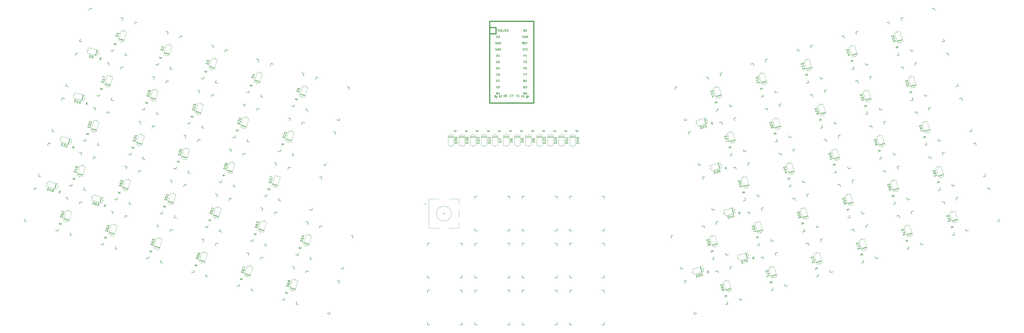
<source format=gto>
G04 #@! TF.GenerationSoftware,KiCad,Pcbnew,8.0.6*
G04 #@! TF.CreationDate,2024-10-27T19:10:16+01:00*
G04 #@! TF.ProjectId,pterodactyl,70746572-6f64-4616-9374-796c2e6b6963,rev?*
G04 #@! TF.SameCoordinates,Original*
G04 #@! TF.FileFunction,Legend,Top*
G04 #@! TF.FilePolarity,Positive*
%FSLAX46Y46*%
G04 Gerber Fmt 4.6, Leading zero omitted, Abs format (unit mm)*
G04 Created by KiCad (PCBNEW 8.0.6) date 2024-10-27 19:10:16*
%MOMM*%
%LPD*%
G01*
G04 APERTURE LIST*
G04 Aperture macros list*
%AMHorizOval*
0 Thick line with rounded ends*
0 $1 width*
0 $2 $3 position (X,Y) of the first rounded end (center of the circle)*
0 $4 $5 position (X,Y) of the second rounded end (center of the circle)*
0 Add line between two ends*
20,1,$1,$2,$3,$4,$5,0*
0 Add two circle primitives to create the rounded ends*
1,1,$1,$2,$3*
1,1,$1,$4,$5*%
%AMRotRect*
0 Rectangle, with rotation*
0 The origin of the aperture is its center*
0 $1 length*
0 $2 width*
0 $3 Rotation angle, in degrees counterclockwise*
0 Add horizontal line*
21,1,$1,$2,0,0,$3*%
G04 Aperture macros list end*
%ADD10C,0.150000*%
%ADD11C,0.120000*%
%ADD12C,0.381000*%
%ADD13C,1.752600*%
%ADD14R,1.752600X1.752600*%
%ADD15C,1.701800*%
%ADD16C,3.000000*%
%ADD17C,3.987800*%
%ADD18RotRect,1.600000X1.600000X73.000000*%
%ADD19HorizOval,1.600000X0.000000X0.000000X0.000000X0.000000X0*%
%ADD20R,1.600000X1.600000*%
%ADD21O,1.600000X1.600000*%
%ADD22RotRect,1.600000X1.600000X197.000000*%
%ADD23HorizOval,1.600000X0.000000X0.000000X0.000000X0.000000X0*%
%ADD24RotRect,1.600000X1.600000X107.000000*%
%ADD25HorizOval,1.600000X0.000000X0.000000X0.000000X0.000000X0*%
%ADD26RotRect,1.600000X1.600000X163.000000*%
%ADD27HorizOval,1.600000X0.000000X0.000000X0.000000X0.000000X0*%
%ADD28O,3.200000X2.000000*%
%ADD29R,2.000000X2.000000*%
%ADD30C,2.000000*%
%ADD31R,1.700000X1.700000*%
%ADD32O,1.700000X1.700000*%
%ADD33C,1.800000*%
G04 APERTURE END LIST*
D10*
X69284896Y-106698172D02*
X68328591Y-106405801D01*
X68328591Y-106405801D02*
X68398204Y-106178109D01*
X68398204Y-106178109D02*
X68485509Y-106055416D01*
X68485509Y-106055416D02*
X68604431Y-105992185D01*
X68604431Y-105992185D02*
X68709430Y-105974491D01*
X68709430Y-105974491D02*
X68905506Y-105984643D01*
X68905506Y-105984643D02*
X69042121Y-106026410D01*
X69042121Y-106026410D02*
X69210352Y-106127638D01*
X69210352Y-106127638D02*
X69287506Y-106201022D01*
X69287506Y-106201022D02*
X69350737Y-106319943D01*
X69350737Y-106319943D02*
X69354508Y-106470481D01*
X69354508Y-106470481D02*
X69284896Y-106698172D01*
X68698117Y-105522879D02*
X68666501Y-105463418D01*
X68666501Y-105463418D02*
X68648808Y-105358419D01*
X68648808Y-105358419D02*
X68718420Y-105130728D01*
X68718420Y-105130728D02*
X68791804Y-105053573D01*
X68791804Y-105053573D02*
X68851264Y-105021957D01*
X68851264Y-105021957D02*
X68956263Y-105004264D01*
X68956263Y-105004264D02*
X69047340Y-105032109D01*
X69047340Y-105032109D02*
X69170033Y-105119415D01*
X69170033Y-105119415D02*
X69549423Y-105832944D01*
X69549423Y-105832944D02*
X69730415Y-105240946D01*
X68616202Y-109979869D02*
X67659897Y-109687498D01*
X68783271Y-109433410D02*
X68111509Y-109676185D01*
X67826966Y-109141038D02*
X68206357Y-109854567D01*
X214604010Y-143688094D02*
X213604010Y-143688094D01*
X213604010Y-143688094D02*
X213604010Y-143449999D01*
X213604010Y-143449999D02*
X213651629Y-143307142D01*
X213651629Y-143307142D02*
X213746867Y-143211904D01*
X213746867Y-143211904D02*
X213842105Y-143164285D01*
X213842105Y-143164285D02*
X214032581Y-143116666D01*
X214032581Y-143116666D02*
X214175438Y-143116666D01*
X214175438Y-143116666D02*
X214365914Y-143164285D01*
X214365914Y-143164285D02*
X214461152Y-143211904D01*
X214461152Y-143211904D02*
X214556391Y-143307142D01*
X214556391Y-143307142D02*
X214604010Y-143449999D01*
X214604010Y-143449999D02*
X214604010Y-143688094D01*
X214604010Y-142640475D02*
X214604010Y-142449999D01*
X214604010Y-142449999D02*
X214556391Y-142354761D01*
X214556391Y-142354761D02*
X214508771Y-142307142D01*
X214508771Y-142307142D02*
X214365914Y-142211904D01*
X214365914Y-142211904D02*
X214175438Y-142164285D01*
X214175438Y-142164285D02*
X213794486Y-142164285D01*
X213794486Y-142164285D02*
X213699248Y-142211904D01*
X213699248Y-142211904D02*
X213651629Y-142259523D01*
X213651629Y-142259523D02*
X213604010Y-142354761D01*
X213604010Y-142354761D02*
X213604010Y-142545237D01*
X213604010Y-142545237D02*
X213651629Y-142640475D01*
X213651629Y-142640475D02*
X213699248Y-142688094D01*
X213699248Y-142688094D02*
X213794486Y-142735713D01*
X213794486Y-142735713D02*
X214032581Y-142735713D01*
X214032581Y-142735713D02*
X214127819Y-142688094D01*
X214127819Y-142688094D02*
X214175438Y-142640475D01*
X214175438Y-142640475D02*
X214223057Y-142545237D01*
X214223057Y-142545237D02*
X214223057Y-142354761D01*
X214223057Y-142354761D02*
X214175438Y-142259523D01*
X214175438Y-142259523D02*
X214127819Y-142211904D01*
X214127819Y-142211904D02*
X214032581Y-142164285D01*
X214284010Y-139401904D02*
X213284010Y-139401904D01*
X214284010Y-138830476D02*
X213712581Y-139259047D01*
X213284010Y-138830476D02*
X213855438Y-139401904D01*
X124075422Y-123449315D02*
X123119117Y-123156944D01*
X123119117Y-123156944D02*
X123188730Y-122929252D01*
X123188730Y-122929252D02*
X123276035Y-122806559D01*
X123276035Y-122806559D02*
X123394957Y-122743328D01*
X123394957Y-122743328D02*
X123499956Y-122725634D01*
X123499956Y-122725634D02*
X123696032Y-122735786D01*
X123696032Y-122735786D02*
X123832647Y-122777553D01*
X123832647Y-122777553D02*
X124000878Y-122878781D01*
X124000878Y-122878781D02*
X124078032Y-122952165D01*
X124078032Y-122952165D02*
X124141263Y-123071086D01*
X124141263Y-123071086D02*
X124145034Y-123221624D01*
X124145034Y-123221624D02*
X124075422Y-123449315D01*
X123550714Y-121745256D02*
X123411489Y-122200639D01*
X123411489Y-122200639D02*
X123852950Y-122385402D01*
X123852950Y-122385402D02*
X123821334Y-122325941D01*
X123821334Y-122325941D02*
X123803641Y-122220942D01*
X123803641Y-122220942D02*
X123873253Y-121993250D01*
X123873253Y-121993250D02*
X123946636Y-121916096D01*
X123946636Y-121916096D02*
X124006097Y-121884480D01*
X124006097Y-121884480D02*
X124111096Y-121866787D01*
X124111096Y-121866787D02*
X124338788Y-121936399D01*
X124338788Y-121936399D02*
X124415942Y-122009782D01*
X124415942Y-122009782D02*
X124447558Y-122069243D01*
X124447558Y-122069243D02*
X124465251Y-122174242D01*
X124465251Y-122174242D02*
X124395639Y-122401934D01*
X124395639Y-122401934D02*
X124322255Y-122479088D01*
X124322255Y-122479088D02*
X124262795Y-122510704D01*
X123406728Y-126731012D02*
X122450423Y-126438641D01*
X123573797Y-126184553D02*
X122902035Y-126427328D01*
X122617492Y-125892181D02*
X122996883Y-126605710D01*
X119931286Y-202037823D02*
X118974982Y-201745451D01*
X118974982Y-201745451D02*
X119044594Y-201517760D01*
X119044594Y-201517760D02*
X119131900Y-201395067D01*
X119131900Y-201395067D02*
X119250821Y-201331835D01*
X119250821Y-201331835D02*
X119355820Y-201314142D01*
X119355820Y-201314142D02*
X119551896Y-201324294D01*
X119551896Y-201324294D02*
X119688511Y-201366061D01*
X119688511Y-201366061D02*
X119856742Y-201467289D01*
X119856742Y-201467289D02*
X119933896Y-201540672D01*
X119933896Y-201540672D02*
X119997128Y-201659594D01*
X119997128Y-201659594D02*
X120000899Y-201810131D01*
X120000899Y-201810131D02*
X119931286Y-202037823D01*
X119392655Y-200379302D02*
X119336966Y-200561455D01*
X119336966Y-200561455D02*
X119354659Y-200666454D01*
X119354659Y-200666454D02*
X119386275Y-200725915D01*
X119386275Y-200725915D02*
X119495045Y-200858759D01*
X119495045Y-200858759D02*
X119663276Y-200959987D01*
X119663276Y-200959987D02*
X120027582Y-201071367D01*
X120027582Y-201071367D02*
X120132581Y-201053673D01*
X120132581Y-201053673D02*
X120192042Y-201022057D01*
X120192042Y-201022057D02*
X120265425Y-200944903D01*
X120265425Y-200944903D02*
X120321115Y-200762750D01*
X120321115Y-200762750D02*
X120303422Y-200657751D01*
X120303422Y-200657751D02*
X120271806Y-200598290D01*
X120271806Y-200598290D02*
X120194652Y-200524907D01*
X120194652Y-200524907D02*
X119966960Y-200455295D01*
X119966960Y-200455295D02*
X119861961Y-200472988D01*
X119861961Y-200472988D02*
X119802500Y-200504604D01*
X119802500Y-200504604D02*
X119729117Y-200581758D01*
X119729117Y-200581758D02*
X119673427Y-200763911D01*
X119673427Y-200763911D02*
X119691121Y-200868910D01*
X119691121Y-200868910D02*
X119722736Y-200928371D01*
X119722736Y-200928371D02*
X119799891Y-201001754D01*
X119997415Y-199867067D02*
X119924032Y-199944221D01*
X119924032Y-199944221D02*
X119864571Y-199975837D01*
X119864571Y-199975837D02*
X119759572Y-199993531D01*
X119759572Y-199993531D02*
X119714033Y-199979608D01*
X119714033Y-199979608D02*
X119636879Y-199906225D01*
X119636879Y-199906225D02*
X119605263Y-199846764D01*
X119605263Y-199846764D02*
X119587570Y-199741765D01*
X119587570Y-199741765D02*
X119643260Y-199559612D01*
X119643260Y-199559612D02*
X119716643Y-199482458D01*
X119716643Y-199482458D02*
X119776104Y-199450842D01*
X119776104Y-199450842D02*
X119881103Y-199433148D01*
X119881103Y-199433148D02*
X119926641Y-199447071D01*
X119926641Y-199447071D02*
X120003795Y-199520454D01*
X120003795Y-199520454D02*
X120035411Y-199579915D01*
X120035411Y-199579915D02*
X120053105Y-199684914D01*
X120053105Y-199684914D02*
X119997415Y-199867067D01*
X119997415Y-199867067D02*
X120015108Y-199972066D01*
X120015108Y-199972066D02*
X120046724Y-200031527D01*
X120046724Y-200031527D02*
X120123878Y-200104910D01*
X120123878Y-200104910D02*
X120306032Y-200160600D01*
X120306032Y-200160600D02*
X120411031Y-200142907D01*
X120411031Y-200142907D02*
X120470491Y-200111291D01*
X120470491Y-200111291D02*
X120543875Y-200034137D01*
X120543875Y-200034137D02*
X120599565Y-199851983D01*
X120599565Y-199851983D02*
X120581871Y-199746984D01*
X120581871Y-199746984D02*
X120550255Y-199687524D01*
X120550255Y-199687524D02*
X120473101Y-199614140D01*
X120473101Y-199614140D02*
X120290948Y-199558450D01*
X120290948Y-199558450D02*
X120185949Y-199576144D01*
X120185949Y-199576144D02*
X120126488Y-199607760D01*
X120126488Y-199607760D02*
X120053105Y-199684914D01*
X119401817Y-204864136D02*
X118445512Y-204571765D01*
X119568886Y-204317677D02*
X118897124Y-204560452D01*
X118612581Y-204025305D02*
X118991972Y-204738834D01*
X291618941Y-156397413D02*
X291326570Y-155441108D01*
X291326570Y-155441108D02*
X291554261Y-155371496D01*
X291554261Y-155371496D02*
X291704799Y-155375267D01*
X291704799Y-155375267D02*
X291823720Y-155438499D01*
X291823720Y-155438499D02*
X291897104Y-155515653D01*
X291897104Y-155515653D02*
X291998332Y-155683884D01*
X291998332Y-155683884D02*
X292040099Y-155820498D01*
X292040099Y-155820498D02*
X292050251Y-156016574D01*
X292050251Y-156016574D02*
X292032557Y-156121573D01*
X292032557Y-156121573D02*
X291969326Y-156240495D01*
X291969326Y-156240495D02*
X291846633Y-156327801D01*
X291846633Y-156327801D02*
X291618941Y-156397413D01*
X292265181Y-155253736D02*
X292296797Y-155194275D01*
X292296797Y-155194275D02*
X292373951Y-155120892D01*
X292373951Y-155120892D02*
X292601643Y-155051279D01*
X292601643Y-155051279D02*
X292706642Y-155068973D01*
X292706642Y-155068973D02*
X292766103Y-155100588D01*
X292766103Y-155100588D02*
X292839486Y-155177743D01*
X292839486Y-155177743D02*
X292867331Y-155268819D01*
X292867331Y-155268819D02*
X292863560Y-155419357D01*
X292863560Y-155419357D02*
X292484170Y-156132886D01*
X292484170Y-156132886D02*
X293076168Y-155951894D01*
X293603486Y-154744985D02*
X293421333Y-154800675D01*
X293421333Y-154800675D02*
X293344178Y-154874058D01*
X293344178Y-154874058D02*
X293312563Y-154933519D01*
X293312563Y-154933519D02*
X293263253Y-155097979D01*
X293263253Y-155097979D02*
X293273405Y-155294055D01*
X293273405Y-155294055D02*
X293384785Y-155658361D01*
X293384785Y-155658361D02*
X293458168Y-155735515D01*
X293458168Y-155735515D02*
X293517629Y-155767131D01*
X293517629Y-155767131D02*
X293622628Y-155784825D01*
X293622628Y-155784825D02*
X293804781Y-155729135D01*
X293804781Y-155729135D02*
X293881935Y-155655751D01*
X293881935Y-155655751D02*
X293913551Y-155596291D01*
X293913551Y-155596291D02*
X293931244Y-155491292D01*
X293931244Y-155491292D02*
X293861632Y-155263600D01*
X293861632Y-155263600D02*
X293788249Y-155186446D01*
X293788249Y-155186446D02*
X293728788Y-155154830D01*
X293728788Y-155154830D02*
X293623789Y-155137137D01*
X293623789Y-155137137D02*
X293441636Y-155192826D01*
X293441636Y-155192826D02*
X293364481Y-155266210D01*
X293364481Y-155266210D02*
X293332866Y-155325670D01*
X293332866Y-155325670D02*
X293315172Y-155430670D01*
X296079670Y-154699011D02*
X295787298Y-153742706D01*
X296626130Y-154531941D02*
X296049215Y-154110783D01*
X296333758Y-153575636D02*
X295954368Y-154289166D01*
X306652948Y-177597900D02*
X307609253Y-177305529D01*
X307609253Y-177305529D02*
X307678865Y-177533220D01*
X307678865Y-177533220D02*
X307675094Y-177683758D01*
X307675094Y-177683758D02*
X307611862Y-177802679D01*
X307611862Y-177802679D02*
X307534708Y-177876063D01*
X307534708Y-177876063D02*
X307366477Y-177977291D01*
X307366477Y-177977291D02*
X307229863Y-178019058D01*
X307229863Y-178019058D02*
X307033787Y-178029210D01*
X307033787Y-178029210D02*
X306928788Y-178011516D01*
X306928788Y-178011516D02*
X306809866Y-177948285D01*
X306809866Y-177948285D02*
X306722560Y-177825592D01*
X306722560Y-177825592D02*
X306652948Y-177597900D01*
X308040849Y-178717217D02*
X307901625Y-178261834D01*
X307901625Y-178261834D02*
X307432319Y-178355520D01*
X307432319Y-178355520D02*
X307491780Y-178387136D01*
X307491780Y-178387136D02*
X307565163Y-178464290D01*
X307565163Y-178464290D02*
X307634775Y-178691981D01*
X307634775Y-178691981D02*
X307617082Y-178796981D01*
X307617082Y-178796981D02*
X307585466Y-178856441D01*
X307585466Y-178856441D02*
X307508312Y-178929825D01*
X307508312Y-178929825D02*
X307280620Y-178999437D01*
X307280620Y-178999437D02*
X307175621Y-178981744D01*
X307175621Y-178981744D02*
X307116160Y-178950128D01*
X307116160Y-178950128D02*
X307042777Y-178872973D01*
X307042777Y-178872973D02*
X306973165Y-178645282D01*
X306973165Y-178645282D02*
X306990858Y-178540283D01*
X306990858Y-178540283D02*
X307022474Y-178480822D01*
X308152229Y-179081523D02*
X308347143Y-179719060D01*
X308347143Y-179719060D02*
X307265536Y-179601587D01*
X308351350Y-182058629D02*
X309307655Y-181766257D01*
X308518420Y-182605089D02*
X308939578Y-182028174D01*
X309474725Y-182312717D02*
X308761195Y-181933327D01*
X28694076Y-174143807D02*
X27737772Y-173851435D01*
X27737772Y-173851435D02*
X27807384Y-173623744D01*
X27807384Y-173623744D02*
X27894690Y-173501051D01*
X27894690Y-173501051D02*
X28013611Y-173437819D01*
X28013611Y-173437819D02*
X28118610Y-173420126D01*
X28118610Y-173420126D02*
X28314686Y-173430278D01*
X28314686Y-173430278D02*
X28451301Y-173472045D01*
X28451301Y-173472045D02*
X28619532Y-173573273D01*
X28619532Y-173573273D02*
X28696686Y-173646656D01*
X28696686Y-173646656D02*
X28759918Y-173765578D01*
X28759918Y-173765578D02*
X28763689Y-173916115D01*
X28763689Y-173916115D02*
X28694076Y-174143807D01*
X28155445Y-172485286D02*
X28099756Y-172667439D01*
X28099756Y-172667439D02*
X28117449Y-172772438D01*
X28117449Y-172772438D02*
X28149065Y-172831899D01*
X28149065Y-172831899D02*
X28257835Y-172964743D01*
X28257835Y-172964743D02*
X28426066Y-173065971D01*
X28426066Y-173065971D02*
X28790372Y-173177351D01*
X28790372Y-173177351D02*
X28895371Y-173159657D01*
X28895371Y-173159657D02*
X28954832Y-173128041D01*
X28954832Y-173128041D02*
X29028215Y-173050887D01*
X29028215Y-173050887D02*
X29083905Y-172868734D01*
X29083905Y-172868734D02*
X29066212Y-172763735D01*
X29066212Y-172763735D02*
X29034596Y-172704274D01*
X29034596Y-172704274D02*
X28957442Y-172630891D01*
X28957442Y-172630891D02*
X28729750Y-172561279D01*
X28729750Y-172561279D02*
X28624751Y-172578972D01*
X28624751Y-172578972D02*
X28565290Y-172610588D01*
X28565290Y-172610588D02*
X28491907Y-172687742D01*
X28491907Y-172687742D02*
X28436217Y-172869895D01*
X28436217Y-172869895D02*
X28453911Y-172974894D01*
X28453911Y-172974894D02*
X28485526Y-173034355D01*
X28485526Y-173034355D02*
X28562681Y-173107738D01*
X28385747Y-172057747D02*
X28354131Y-171998286D01*
X28354131Y-171998286D02*
X28336437Y-171893287D01*
X28336437Y-171893287D02*
X28406050Y-171665596D01*
X28406050Y-171665596D02*
X28479433Y-171588442D01*
X28479433Y-171588442D02*
X28538894Y-171556826D01*
X28538894Y-171556826D02*
X28643893Y-171539132D01*
X28643893Y-171539132D02*
X28734970Y-171566977D01*
X28734970Y-171566977D02*
X28857662Y-171654283D01*
X28857662Y-171654283D02*
X29237052Y-172367812D01*
X29237052Y-172367812D02*
X29418044Y-171775814D01*
X28164607Y-176970120D02*
X27208302Y-176677749D01*
X28331676Y-176423661D02*
X27659914Y-176666436D01*
X27375371Y-176131289D02*
X27754762Y-176844818D01*
X39788120Y-137856823D02*
X38831816Y-137564451D01*
X38831816Y-137564451D02*
X38901428Y-137336760D01*
X38901428Y-137336760D02*
X38988734Y-137214067D01*
X38988734Y-137214067D02*
X39107655Y-137150835D01*
X39107655Y-137150835D02*
X39212654Y-137133142D01*
X39212654Y-137133142D02*
X39408730Y-137143294D01*
X39408730Y-137143294D02*
X39545345Y-137185061D01*
X39545345Y-137185061D02*
X39713576Y-137286289D01*
X39713576Y-137286289D02*
X39790730Y-137359672D01*
X39790730Y-137359672D02*
X39853962Y-137478594D01*
X39853962Y-137478594D02*
X39857733Y-137629131D01*
X39857733Y-137629131D02*
X39788120Y-137856823D01*
X39096342Y-136699223D02*
X39277334Y-136107225D01*
X39277334Y-136107225D02*
X39544184Y-136537373D01*
X39544184Y-136537373D02*
X39585951Y-136400758D01*
X39585951Y-136400758D02*
X39659334Y-136323604D01*
X39659334Y-136323604D02*
X39718795Y-136291988D01*
X39718795Y-136291988D02*
X39823794Y-136274295D01*
X39823794Y-136274295D02*
X40051486Y-136343907D01*
X40051486Y-136343907D02*
X40128640Y-136417290D01*
X40128640Y-136417290D02*
X40160256Y-136476751D01*
X40160256Y-136476751D02*
X40177949Y-136581750D01*
X40177949Y-136581750D02*
X40094414Y-136854980D01*
X40094414Y-136854980D02*
X40021031Y-136932134D01*
X40021031Y-136932134D02*
X39961570Y-136963750D01*
X39374792Y-135788457D02*
X39555784Y-135196458D01*
X39555784Y-135196458D02*
X39822633Y-135626606D01*
X39822633Y-135626606D02*
X39864400Y-135489991D01*
X39864400Y-135489991D02*
X39937784Y-135412837D01*
X39937784Y-135412837D02*
X39997244Y-135381221D01*
X39997244Y-135381221D02*
X40102243Y-135363528D01*
X40102243Y-135363528D02*
X40329935Y-135433140D01*
X40329935Y-135433140D02*
X40407089Y-135506524D01*
X40407089Y-135506524D02*
X40438705Y-135565984D01*
X40438705Y-135565984D02*
X40456399Y-135670983D01*
X40456399Y-135670983D02*
X40372864Y-135944213D01*
X40372864Y-135944213D02*
X40299480Y-136021368D01*
X40299480Y-136021368D02*
X40240020Y-136052983D01*
X39258651Y-140683136D02*
X38302346Y-140390765D01*
X39425720Y-140136677D02*
X38753958Y-140379452D01*
X38469415Y-139844305D02*
X38848806Y-140557834D01*
X319350689Y-153876422D02*
X320306994Y-153584051D01*
X320306994Y-153584051D02*
X320376606Y-153811742D01*
X320376606Y-153811742D02*
X320372835Y-153962280D01*
X320372835Y-153962280D02*
X320309603Y-154081201D01*
X320309603Y-154081201D02*
X320232449Y-154154585D01*
X320232449Y-154154585D02*
X320064218Y-154255813D01*
X320064218Y-154255813D02*
X319927604Y-154297580D01*
X319927604Y-154297580D02*
X319731528Y-154307732D01*
X319731528Y-154307732D02*
X319626529Y-154290038D01*
X319626529Y-154290038D02*
X319507607Y-154226807D01*
X319507607Y-154226807D02*
X319420301Y-154104114D01*
X319420301Y-154104114D02*
X319350689Y-153876422D01*
X320405899Y-155047658D02*
X319768363Y-155242572D01*
X320700594Y-154708586D02*
X319947907Y-154689732D01*
X319947907Y-154689732D02*
X320128899Y-155281730D01*
X320684349Y-155958424D02*
X320046812Y-156153339D01*
X320979043Y-155619353D02*
X320226356Y-155600498D01*
X320226356Y-155600498D02*
X320407348Y-156192496D01*
X321049091Y-158337151D02*
X322005396Y-158044779D01*
X321216161Y-158883611D02*
X321637319Y-158306696D01*
X322172466Y-158591239D02*
X321458936Y-158211849D01*
X87548403Y-112281884D02*
X86592098Y-111989513D01*
X86592098Y-111989513D02*
X86661711Y-111761821D01*
X86661711Y-111761821D02*
X86749016Y-111639128D01*
X86749016Y-111639128D02*
X86867938Y-111575897D01*
X86867938Y-111575897D02*
X86972937Y-111558203D01*
X86972937Y-111558203D02*
X87169013Y-111568355D01*
X87169013Y-111568355D02*
X87305628Y-111610122D01*
X87305628Y-111610122D02*
X87473859Y-111711350D01*
X87473859Y-111711350D02*
X87551013Y-111784734D01*
X87551013Y-111784734D02*
X87614244Y-111903655D01*
X87614244Y-111903655D02*
X87618015Y-112054193D01*
X87618015Y-112054193D02*
X87548403Y-112281884D01*
X86856625Y-111124284D02*
X87037617Y-110532286D01*
X87037617Y-110532286D02*
X87304466Y-110962434D01*
X87304466Y-110962434D02*
X87346234Y-110825819D01*
X87346234Y-110825819D02*
X87419617Y-110748665D01*
X87419617Y-110748665D02*
X87479078Y-110717049D01*
X87479078Y-110717049D02*
X87584077Y-110699356D01*
X87584077Y-110699356D02*
X87811769Y-110768968D01*
X87811769Y-110768968D02*
X87888923Y-110842351D01*
X87888923Y-110842351D02*
X87920539Y-110901812D01*
X87920539Y-110901812D02*
X87938232Y-111006811D01*
X87938232Y-111006811D02*
X87854697Y-111280041D01*
X87854697Y-111280041D02*
X87781314Y-111357195D01*
X87781314Y-111357195D02*
X87721853Y-111388811D01*
X86879709Y-115563581D02*
X85923404Y-115271210D01*
X87046778Y-115017122D02*
X86375016Y-115259897D01*
X86090473Y-114724750D02*
X86469864Y-115438279D01*
X379632005Y-155285961D02*
X380588310Y-154993590D01*
X380588310Y-154993590D02*
X380657922Y-155221281D01*
X380657922Y-155221281D02*
X380654151Y-155371819D01*
X380654151Y-155371819D02*
X380590919Y-155490740D01*
X380590919Y-155490740D02*
X380513765Y-155564124D01*
X380513765Y-155564124D02*
X380345534Y-155665352D01*
X380345534Y-155665352D02*
X380208920Y-155707119D01*
X380208920Y-155707119D02*
X380012844Y-155717271D01*
X380012844Y-155717271D02*
X379907845Y-155699577D01*
X379907845Y-155699577D02*
X379788923Y-155636346D01*
X379788923Y-155636346D02*
X379701617Y-155513653D01*
X379701617Y-155513653D02*
X379632005Y-155285961D01*
X381005984Y-156359739D02*
X380950294Y-156177586D01*
X380950294Y-156177586D02*
X380876911Y-156100432D01*
X380876911Y-156100432D02*
X380817450Y-156068816D01*
X380817450Y-156068816D02*
X380652990Y-156019507D01*
X380652990Y-156019507D02*
X380456914Y-156029658D01*
X380456914Y-156029658D02*
X380092608Y-156141038D01*
X380092608Y-156141038D02*
X380015453Y-156214421D01*
X380015453Y-156214421D02*
X379983838Y-156273882D01*
X379983838Y-156273882D02*
X379966144Y-156378881D01*
X379966144Y-156378881D02*
X380021834Y-156561034D01*
X380021834Y-156561034D02*
X380095217Y-156638189D01*
X380095217Y-156638189D02*
X380154678Y-156669805D01*
X380154678Y-156669805D02*
X380259677Y-156687498D01*
X380259677Y-156687498D02*
X380487369Y-156617886D01*
X380487369Y-156617886D02*
X380564523Y-156544502D01*
X380564523Y-156544502D02*
X380596139Y-156485042D01*
X380596139Y-156485042D02*
X380613832Y-156380042D01*
X380613832Y-156380042D02*
X380558142Y-156197889D01*
X380558142Y-156197889D02*
X380484759Y-156120735D01*
X380484759Y-156120735D02*
X380425298Y-156089119D01*
X380425298Y-156089119D02*
X380320299Y-156071426D01*
X380355973Y-157653954D02*
X380188904Y-157107494D01*
X380272438Y-157380724D02*
X381228743Y-157088353D01*
X381228743Y-157088353D02*
X381064283Y-157039043D01*
X381064283Y-157039043D02*
X380945362Y-156975812D01*
X380945362Y-156975812D02*
X380871978Y-156898657D01*
X381330407Y-159746690D02*
X382286712Y-159454318D01*
X381497477Y-160293150D02*
X381918635Y-159716235D01*
X382453782Y-160000778D02*
X381740252Y-159621388D01*
X223531282Y-144164285D02*
X222531282Y-144164285D01*
X222531282Y-144164285D02*
X222531282Y-143926190D01*
X222531282Y-143926190D02*
X222578901Y-143783333D01*
X222578901Y-143783333D02*
X222674139Y-143688095D01*
X222674139Y-143688095D02*
X222769377Y-143640476D01*
X222769377Y-143640476D02*
X222959853Y-143592857D01*
X222959853Y-143592857D02*
X223102710Y-143592857D01*
X223102710Y-143592857D02*
X223293186Y-143640476D01*
X223293186Y-143640476D02*
X223388424Y-143688095D01*
X223388424Y-143688095D02*
X223483663Y-143783333D01*
X223483663Y-143783333D02*
X223531282Y-143926190D01*
X223531282Y-143926190D02*
X223531282Y-144164285D01*
X222626520Y-143211904D02*
X222578901Y-143164285D01*
X222578901Y-143164285D02*
X222531282Y-143069047D01*
X222531282Y-143069047D02*
X222531282Y-142830952D01*
X222531282Y-142830952D02*
X222578901Y-142735714D01*
X222578901Y-142735714D02*
X222626520Y-142688095D01*
X222626520Y-142688095D02*
X222721758Y-142640476D01*
X222721758Y-142640476D02*
X222816996Y-142640476D01*
X222816996Y-142640476D02*
X222959853Y-142688095D01*
X222959853Y-142688095D02*
X223531282Y-143259523D01*
X223531282Y-143259523D02*
X223531282Y-142640476D01*
X222531282Y-141735714D02*
X222531282Y-142211904D01*
X222531282Y-142211904D02*
X223007472Y-142259523D01*
X223007472Y-142259523D02*
X222959853Y-142211904D01*
X222959853Y-142211904D02*
X222912234Y-142116666D01*
X222912234Y-142116666D02*
X222912234Y-141878571D01*
X222912234Y-141878571D02*
X222959853Y-141783333D01*
X222959853Y-141783333D02*
X223007472Y-141735714D01*
X223007472Y-141735714D02*
X223102710Y-141688095D01*
X223102710Y-141688095D02*
X223340805Y-141688095D01*
X223340805Y-141688095D02*
X223436043Y-141735714D01*
X223436043Y-141735714D02*
X223483663Y-141783333D01*
X223483663Y-141783333D02*
X223531282Y-141878571D01*
X223531282Y-141878571D02*
X223531282Y-142116666D01*
X223531282Y-142116666D02*
X223483663Y-142211904D01*
X223483663Y-142211904D02*
X223436043Y-142259523D01*
X223211282Y-139401904D02*
X222211282Y-139401904D01*
X223211282Y-138830476D02*
X222639853Y-139259047D01*
X222211282Y-138830476D02*
X222782710Y-139401904D01*
X101748107Y-196478666D02*
X100791803Y-196186294D01*
X100791803Y-196186294D02*
X100861415Y-195958603D01*
X100861415Y-195958603D02*
X100948721Y-195835910D01*
X100948721Y-195835910D02*
X101067642Y-195772678D01*
X101067642Y-195772678D02*
X101172641Y-195754985D01*
X101172641Y-195754985D02*
X101368717Y-195765137D01*
X101368717Y-195765137D02*
X101505332Y-195806904D01*
X101505332Y-195806904D02*
X101673563Y-195908132D01*
X101673563Y-195908132D02*
X101750717Y-195981515D01*
X101750717Y-195981515D02*
X101813949Y-196100437D01*
X101813949Y-196100437D02*
X101817720Y-196250974D01*
X101817720Y-196250974D02*
X101748107Y-196478666D01*
X101209476Y-194820145D02*
X101153787Y-195002298D01*
X101153787Y-195002298D02*
X101171480Y-195107297D01*
X101171480Y-195107297D02*
X101203096Y-195166758D01*
X101203096Y-195166758D02*
X101311866Y-195299602D01*
X101311866Y-195299602D02*
X101480097Y-195400830D01*
X101480097Y-195400830D02*
X101844403Y-195512210D01*
X101844403Y-195512210D02*
X101949402Y-195494516D01*
X101949402Y-195494516D02*
X102008863Y-195462900D01*
X102008863Y-195462900D02*
X102082246Y-195385746D01*
X102082246Y-195385746D02*
X102137936Y-195203593D01*
X102137936Y-195203593D02*
X102120243Y-195098594D01*
X102120243Y-195098594D02*
X102088627Y-195039133D01*
X102088627Y-195039133D02*
X102011473Y-194965750D01*
X102011473Y-194965750D02*
X101783781Y-194896138D01*
X101783781Y-194896138D02*
X101678782Y-194913831D01*
X101678782Y-194913831D02*
X101619321Y-194945447D01*
X101619321Y-194945447D02*
X101545938Y-195022601D01*
X101545938Y-195022601D02*
X101490248Y-195204754D01*
X101490248Y-195204754D02*
X101507942Y-195309753D01*
X101507942Y-195309753D02*
X101539557Y-195369214D01*
X101539557Y-195369214D02*
X101616712Y-195442597D01*
X101334779Y-194410300D02*
X101529693Y-193772763D01*
X101529693Y-193772763D02*
X102360696Y-194474980D01*
X101218638Y-199304979D02*
X100262333Y-199012608D01*
X101385707Y-198758520D02*
X100713945Y-199001295D01*
X100429402Y-198466148D02*
X100808793Y-199179677D01*
X385179026Y-173429454D02*
X386135331Y-173137083D01*
X386135331Y-173137083D02*
X386204943Y-173364774D01*
X386204943Y-173364774D02*
X386201172Y-173515312D01*
X386201172Y-173515312D02*
X386137940Y-173634233D01*
X386137940Y-173634233D02*
X386060786Y-173707617D01*
X386060786Y-173707617D02*
X385892555Y-173808845D01*
X385892555Y-173808845D02*
X385755941Y-173850612D01*
X385755941Y-173850612D02*
X385559865Y-173860764D01*
X385559865Y-173860764D02*
X385454866Y-173843070D01*
X385454866Y-173843070D02*
X385335944Y-173779839D01*
X385335944Y-173779839D02*
X385248638Y-173657146D01*
X385248638Y-173657146D02*
X385179026Y-173429454D01*
X386399858Y-174002311D02*
X386594772Y-174639847D01*
X386594772Y-174639847D02*
X385513165Y-174522374D01*
X386845376Y-175459537D02*
X386706152Y-175004154D01*
X386706152Y-175004154D02*
X386236846Y-175097840D01*
X386236846Y-175097840D02*
X386296307Y-175129456D01*
X386296307Y-175129456D02*
X386369690Y-175206610D01*
X386369690Y-175206610D02*
X386439302Y-175434302D01*
X386439302Y-175434302D02*
X386421609Y-175539301D01*
X386421609Y-175539301D02*
X386389993Y-175598762D01*
X386389993Y-175598762D02*
X386312839Y-175672145D01*
X386312839Y-175672145D02*
X386085147Y-175741757D01*
X386085147Y-175741757D02*
X385980148Y-175724064D01*
X385980148Y-175724064D02*
X385920688Y-175692448D01*
X385920688Y-175692448D02*
X385847304Y-175615294D01*
X385847304Y-175615294D02*
X385777692Y-175387602D01*
X385777692Y-175387602D02*
X385795385Y-175282603D01*
X385795385Y-175282603D02*
X385827001Y-175223142D01*
X386877428Y-177890183D02*
X387833733Y-177597811D01*
X387044498Y-178436643D02*
X387465656Y-177859728D01*
X388000803Y-178144271D02*
X387287273Y-177764881D01*
X326501411Y-112011456D02*
X327457716Y-111719085D01*
X327457716Y-111719085D02*
X327527328Y-111946776D01*
X327527328Y-111946776D02*
X327523557Y-112097314D01*
X327523557Y-112097314D02*
X327460325Y-112216235D01*
X327460325Y-112216235D02*
X327383171Y-112289619D01*
X327383171Y-112289619D02*
X327214940Y-112390847D01*
X327214940Y-112390847D02*
X327078326Y-112432614D01*
X327078326Y-112432614D02*
X326882250Y-112442766D01*
X326882250Y-112442766D02*
X326777251Y-112425072D01*
X326777251Y-112425072D02*
X326658329Y-112361841D01*
X326658329Y-112361841D02*
X326571023Y-112239148D01*
X326571023Y-112239148D02*
X326501411Y-112011456D01*
X326946930Y-113468683D02*
X326779860Y-112922223D01*
X326863395Y-113195453D02*
X327819700Y-112903081D01*
X327819700Y-112903081D02*
X327655240Y-112853772D01*
X327655240Y-112853772D02*
X327536318Y-112790540D01*
X327536318Y-112790540D02*
X327462935Y-112713386D01*
X328000692Y-113495079D02*
X328181684Y-114087078D01*
X328181684Y-114087078D02*
X327719920Y-113879689D01*
X327719920Y-113879689D02*
X327761687Y-114016304D01*
X327761687Y-114016304D02*
X327743994Y-114121303D01*
X327743994Y-114121303D02*
X327712378Y-114180764D01*
X327712378Y-114180764D02*
X327635224Y-114254147D01*
X327635224Y-114254147D02*
X327407532Y-114323759D01*
X327407532Y-114323759D02*
X327302533Y-114306066D01*
X327302533Y-114306066D02*
X327243073Y-114274450D01*
X327243073Y-114274450D02*
X327169689Y-114197296D01*
X327169689Y-114197296D02*
X327086155Y-113924066D01*
X327086155Y-113924066D02*
X327103848Y-113819067D01*
X327103848Y-113819067D02*
X327135464Y-113759606D01*
X328199813Y-116472185D02*
X329156118Y-116179813D01*
X328366883Y-117018645D02*
X328788041Y-116441730D01*
X329323188Y-116726273D02*
X328609658Y-116346883D01*
X58051627Y-143440539D02*
X57095323Y-143148167D01*
X57095323Y-143148167D02*
X57164935Y-142920476D01*
X57164935Y-142920476D02*
X57252241Y-142797783D01*
X57252241Y-142797783D02*
X57371162Y-142734551D01*
X57371162Y-142734551D02*
X57476161Y-142716858D01*
X57476161Y-142716858D02*
X57672237Y-142727010D01*
X57672237Y-142727010D02*
X57808852Y-142768777D01*
X57808852Y-142768777D02*
X57977083Y-142870005D01*
X57977083Y-142870005D02*
X58054237Y-142943388D01*
X58054237Y-142943388D02*
X58117469Y-143062310D01*
X58117469Y-143062310D02*
X58121240Y-143212847D01*
X58121240Y-143212847D02*
X58051627Y-143440539D01*
X57359849Y-142282939D02*
X57540841Y-141690941D01*
X57540841Y-141690941D02*
X57807691Y-142121089D01*
X57807691Y-142121089D02*
X57849458Y-141984474D01*
X57849458Y-141984474D02*
X57922841Y-141907320D01*
X57922841Y-141907320D02*
X57982302Y-141875704D01*
X57982302Y-141875704D02*
X58087301Y-141858011D01*
X58087301Y-141858011D02*
X58314993Y-141927623D01*
X58314993Y-141927623D02*
X58392147Y-142001006D01*
X58392147Y-142001006D02*
X58423763Y-142060467D01*
X58423763Y-142060467D02*
X58441456Y-142165466D01*
X58441456Y-142165466D02*
X58357921Y-142438696D01*
X58357921Y-142438696D02*
X58284538Y-142515850D01*
X58284538Y-142515850D02*
X58225077Y-142547466D01*
X58110214Y-140968708D02*
X58747750Y-141163623D01*
X57676295Y-141085020D02*
X58289758Y-141521549D01*
X58289758Y-141521549D02*
X58470750Y-140929551D01*
X57522158Y-146266852D02*
X56565853Y-145974481D01*
X57689227Y-145720393D02*
X57017465Y-145963168D01*
X56732922Y-145428021D02*
X57112313Y-146141550D01*
X39465694Y-109421866D02*
X39758065Y-108465561D01*
X39758065Y-108465561D02*
X39985757Y-108535174D01*
X39985757Y-108535174D02*
X40108450Y-108622479D01*
X40108450Y-108622479D02*
X40171681Y-108741401D01*
X40171681Y-108741401D02*
X40189375Y-108846400D01*
X40189375Y-108846400D02*
X40179223Y-109042476D01*
X40179223Y-109042476D02*
X40137456Y-109179091D01*
X40137456Y-109179091D02*
X40036228Y-109347322D01*
X40036228Y-109347322D02*
X39962844Y-109424476D01*
X39962844Y-109424476D02*
X39843923Y-109487707D01*
X39843923Y-109487707D02*
X39693385Y-109491478D01*
X39693385Y-109491478D02*
X39465694Y-109421866D01*
X40896523Y-108813623D02*
X40987600Y-108841468D01*
X40987600Y-108841468D02*
X41064754Y-108914851D01*
X41064754Y-108914851D02*
X41096370Y-108974312D01*
X41096370Y-108974312D02*
X41114064Y-109079311D01*
X41114064Y-109079311D02*
X41103912Y-109275387D01*
X41103912Y-109275387D02*
X41034300Y-109503078D01*
X41034300Y-109503078D02*
X40933072Y-109671309D01*
X40933072Y-109671309D02*
X40859688Y-109748463D01*
X40859688Y-109748463D02*
X40800228Y-109780079D01*
X40800228Y-109780079D02*
X40695228Y-109797773D01*
X40695228Y-109797773D02*
X40604152Y-109769928D01*
X40604152Y-109769928D02*
X40526998Y-109696544D01*
X40526998Y-109696544D02*
X40495382Y-109637084D01*
X40495382Y-109637084D02*
X40477688Y-109532085D01*
X40477688Y-109532085D02*
X40487840Y-109336009D01*
X40487840Y-109336009D02*
X40557452Y-109108317D01*
X40557452Y-109108317D02*
X40658680Y-108940086D01*
X40658680Y-108940086D02*
X40732064Y-108862932D01*
X40732064Y-108862932D02*
X40791524Y-108831316D01*
X40791524Y-108831316D02*
X40896523Y-108813623D01*
X43658157Y-110369010D02*
X43950528Y-109412705D01*
X44204616Y-110536079D02*
X43961841Y-109864317D01*
X44496988Y-109579774D02*
X43783459Y-109959165D01*
X362990940Y-100855486D02*
X363947245Y-100563115D01*
X363947245Y-100563115D02*
X364016857Y-100790806D01*
X364016857Y-100790806D02*
X364013086Y-100941344D01*
X364013086Y-100941344D02*
X363949854Y-101060265D01*
X363949854Y-101060265D02*
X363872700Y-101133649D01*
X363872700Y-101133649D02*
X363704469Y-101234877D01*
X363704469Y-101234877D02*
X363567855Y-101276644D01*
X363567855Y-101276644D02*
X363371779Y-101286796D01*
X363371779Y-101286796D02*
X363266780Y-101269102D01*
X363266780Y-101269102D02*
X363147858Y-101205871D01*
X363147858Y-101205871D02*
X363060552Y-101083178D01*
X363060552Y-101083178D02*
X362990940Y-100855486D01*
X363436459Y-102312713D02*
X363269389Y-101766253D01*
X363352924Y-102039483D02*
X364309229Y-101747111D01*
X364309229Y-101747111D02*
X364144769Y-101697802D01*
X364144769Y-101697802D02*
X364025847Y-101634570D01*
X364025847Y-101634570D02*
X363952464Y-101557416D01*
X364657290Y-102885569D02*
X364518066Y-102430186D01*
X364518066Y-102430186D02*
X364048760Y-102523872D01*
X364048760Y-102523872D02*
X364108221Y-102555488D01*
X364108221Y-102555488D02*
X364181604Y-102632642D01*
X364181604Y-102632642D02*
X364251216Y-102860334D01*
X364251216Y-102860334D02*
X364233523Y-102965333D01*
X364233523Y-102965333D02*
X364201907Y-103024794D01*
X364201907Y-103024794D02*
X364124753Y-103098177D01*
X364124753Y-103098177D02*
X363897061Y-103167789D01*
X363897061Y-103167789D02*
X363792062Y-103150096D01*
X363792062Y-103150096D02*
X363732602Y-103118480D01*
X363732602Y-103118480D02*
X363659218Y-103041326D01*
X363659218Y-103041326D02*
X363589606Y-102813634D01*
X363589606Y-102813634D02*
X363607299Y-102708635D01*
X363607299Y-102708635D02*
X363638915Y-102649174D01*
X364689342Y-105316215D02*
X365645647Y-105023843D01*
X364856412Y-105862675D02*
X365277570Y-105285760D01*
X365812717Y-105570303D02*
X365099187Y-105190913D01*
X312199970Y-195741391D02*
X313156275Y-195449020D01*
X313156275Y-195449020D02*
X313225887Y-195676711D01*
X313225887Y-195676711D02*
X313222116Y-195827249D01*
X313222116Y-195827249D02*
X313158884Y-195946170D01*
X313158884Y-195946170D02*
X313081730Y-196019554D01*
X313081730Y-196019554D02*
X312913499Y-196120782D01*
X312913499Y-196120782D02*
X312776885Y-196162549D01*
X312776885Y-196162549D02*
X312580809Y-196172701D01*
X312580809Y-196172701D02*
X312475810Y-196155007D01*
X312475810Y-196155007D02*
X312356888Y-196091776D01*
X312356888Y-196091776D02*
X312269582Y-195969083D01*
X312269582Y-195969083D02*
X312199970Y-195741391D01*
X313420802Y-196314248D02*
X313615716Y-196951784D01*
X313615716Y-196951784D02*
X312534109Y-196834311D01*
X312923938Y-198109384D02*
X312756869Y-197562924D01*
X312840403Y-197836154D02*
X313796708Y-197543783D01*
X313796708Y-197543783D02*
X313632248Y-197494473D01*
X313632248Y-197494473D02*
X313513327Y-197431242D01*
X313513327Y-197431242D02*
X313439943Y-197354087D01*
X313898372Y-200202120D02*
X314854677Y-199909748D01*
X314065442Y-200748580D02*
X314486600Y-200171665D01*
X315021747Y-200456208D02*
X314308217Y-200076818D01*
X332048433Y-130154948D02*
X333004738Y-129862577D01*
X333004738Y-129862577D02*
X333074350Y-130090268D01*
X333074350Y-130090268D02*
X333070579Y-130240806D01*
X333070579Y-130240806D02*
X333007347Y-130359727D01*
X333007347Y-130359727D02*
X332930193Y-130433111D01*
X332930193Y-130433111D02*
X332761962Y-130534339D01*
X332761962Y-130534339D02*
X332625348Y-130576106D01*
X332625348Y-130576106D02*
X332429272Y-130586258D01*
X332429272Y-130586258D02*
X332324273Y-130568564D01*
X332324273Y-130568564D02*
X332205351Y-130505333D01*
X332205351Y-130505333D02*
X332118045Y-130382640D01*
X332118045Y-130382640D02*
X332048433Y-130154948D01*
X333192110Y-130801188D02*
X333251571Y-130832804D01*
X333251571Y-130832804D02*
X333324954Y-130909958D01*
X333324954Y-130909958D02*
X333394567Y-131137650D01*
X333394567Y-131137650D02*
X333376873Y-131242649D01*
X333376873Y-131242649D02*
X333345258Y-131302110D01*
X333345258Y-131302110D02*
X333268103Y-131375493D01*
X333268103Y-131375493D02*
X333177027Y-131403338D01*
X333177027Y-131403338D02*
X333026489Y-131399567D01*
X333026489Y-131399567D02*
X332312960Y-131020177D01*
X332312960Y-131020177D02*
X332493952Y-131612175D01*
X332633177Y-132067558D02*
X332688866Y-132249711D01*
X332688866Y-132249711D02*
X332762250Y-132326865D01*
X332762250Y-132326865D02*
X332821710Y-132358481D01*
X332821710Y-132358481D02*
X332986170Y-132407791D01*
X332986170Y-132407791D02*
X333182246Y-132397639D01*
X333182246Y-132397639D02*
X333546553Y-132286259D01*
X333546553Y-132286259D02*
X333623707Y-132212876D01*
X333623707Y-132212876D02*
X333655323Y-132153415D01*
X333655323Y-132153415D02*
X333673016Y-132048416D01*
X333673016Y-132048416D02*
X333617326Y-131866263D01*
X333617326Y-131866263D02*
X333543943Y-131789109D01*
X333543943Y-131789109D02*
X333484482Y-131757493D01*
X333484482Y-131757493D02*
X333379483Y-131739800D01*
X333379483Y-131739800D02*
X333151791Y-131809412D01*
X333151791Y-131809412D02*
X333074637Y-131882795D01*
X333074637Y-131882795D02*
X333043021Y-131942256D01*
X333043021Y-131942256D02*
X333025328Y-132047255D01*
X333025328Y-132047255D02*
X333081018Y-132229408D01*
X333081018Y-132229408D02*
X333154401Y-132306562D01*
X333154401Y-132306562D02*
X333213862Y-132338178D01*
X333213862Y-132338178D02*
X333318861Y-132355872D01*
X333746835Y-134615677D02*
X334703140Y-134323305D01*
X333913905Y-135162137D02*
X334335063Y-134585222D01*
X334870210Y-134869765D02*
X334156680Y-134490375D01*
X192285830Y-144164285D02*
X191285830Y-144164285D01*
X191285830Y-144164285D02*
X191285830Y-143926190D01*
X191285830Y-143926190D02*
X191333449Y-143783333D01*
X191333449Y-143783333D02*
X191428687Y-143688095D01*
X191428687Y-143688095D02*
X191523925Y-143640476D01*
X191523925Y-143640476D02*
X191714401Y-143592857D01*
X191714401Y-143592857D02*
X191857258Y-143592857D01*
X191857258Y-143592857D02*
X192047734Y-143640476D01*
X192047734Y-143640476D02*
X192142972Y-143688095D01*
X192142972Y-143688095D02*
X192238211Y-143783333D01*
X192238211Y-143783333D02*
X192285830Y-143926190D01*
X192285830Y-143926190D02*
X192285830Y-144164285D01*
X191285830Y-143259523D02*
X191285830Y-142640476D01*
X191285830Y-142640476D02*
X191666782Y-142973809D01*
X191666782Y-142973809D02*
X191666782Y-142830952D01*
X191666782Y-142830952D02*
X191714401Y-142735714D01*
X191714401Y-142735714D02*
X191762020Y-142688095D01*
X191762020Y-142688095D02*
X191857258Y-142640476D01*
X191857258Y-142640476D02*
X192095353Y-142640476D01*
X192095353Y-142640476D02*
X192190591Y-142688095D01*
X192190591Y-142688095D02*
X192238211Y-142735714D01*
X192238211Y-142735714D02*
X192285830Y-142830952D01*
X192285830Y-142830952D02*
X192285830Y-143116666D01*
X192285830Y-143116666D02*
X192238211Y-143211904D01*
X192238211Y-143211904D02*
X192190591Y-143259523D01*
X191714401Y-142069047D02*
X191666782Y-142164285D01*
X191666782Y-142164285D02*
X191619163Y-142211904D01*
X191619163Y-142211904D02*
X191523925Y-142259523D01*
X191523925Y-142259523D02*
X191476306Y-142259523D01*
X191476306Y-142259523D02*
X191381068Y-142211904D01*
X191381068Y-142211904D02*
X191333449Y-142164285D01*
X191333449Y-142164285D02*
X191285830Y-142069047D01*
X191285830Y-142069047D02*
X191285830Y-141878571D01*
X191285830Y-141878571D02*
X191333449Y-141783333D01*
X191333449Y-141783333D02*
X191381068Y-141735714D01*
X191381068Y-141735714D02*
X191476306Y-141688095D01*
X191476306Y-141688095D02*
X191523925Y-141688095D01*
X191523925Y-141688095D02*
X191619163Y-141735714D01*
X191619163Y-141735714D02*
X191666782Y-141783333D01*
X191666782Y-141783333D02*
X191714401Y-141878571D01*
X191714401Y-141878571D02*
X191714401Y-142069047D01*
X191714401Y-142069047D02*
X191762020Y-142164285D01*
X191762020Y-142164285D02*
X191809639Y-142211904D01*
X191809639Y-142211904D02*
X191904877Y-142259523D01*
X191904877Y-142259523D02*
X192095353Y-142259523D01*
X192095353Y-142259523D02*
X192190591Y-142211904D01*
X192190591Y-142211904D02*
X192238211Y-142164285D01*
X192238211Y-142164285D02*
X192285830Y-142069047D01*
X192285830Y-142069047D02*
X192285830Y-141878571D01*
X192285830Y-141878571D02*
X192238211Y-141783333D01*
X192238211Y-141783333D02*
X192190591Y-141735714D01*
X192190591Y-141735714D02*
X192095353Y-141688095D01*
X192095353Y-141688095D02*
X191904877Y-141688095D01*
X191904877Y-141688095D02*
X191809639Y-141735714D01*
X191809639Y-141735714D02*
X191762020Y-141783333D01*
X191762020Y-141783333D02*
X191714401Y-141878571D01*
X191965830Y-139401904D02*
X190965830Y-139401904D01*
X191965830Y-138830476D02*
X191394401Y-139259047D01*
X190965830Y-138830476D02*
X191537258Y-139401904D01*
X348689498Y-184585424D02*
X349645803Y-184293053D01*
X349645803Y-184293053D02*
X349715415Y-184520744D01*
X349715415Y-184520744D02*
X349711644Y-184671282D01*
X349711644Y-184671282D02*
X349648412Y-184790203D01*
X349648412Y-184790203D02*
X349571258Y-184863587D01*
X349571258Y-184863587D02*
X349403027Y-184964815D01*
X349403027Y-184964815D02*
X349266413Y-185006582D01*
X349266413Y-185006582D02*
X349070337Y-185016734D01*
X349070337Y-185016734D02*
X348965338Y-184999040D01*
X348965338Y-184999040D02*
X348846416Y-184935809D01*
X348846416Y-184935809D02*
X348759110Y-184813116D01*
X348759110Y-184813116D02*
X348689498Y-184585424D01*
X349910330Y-185158281D02*
X350105244Y-185795817D01*
X350105244Y-185795817D02*
X349023637Y-185678344D01*
X350188779Y-186069047D02*
X350369771Y-186661046D01*
X350369771Y-186661046D02*
X349908007Y-186453657D01*
X349908007Y-186453657D02*
X349949774Y-186590272D01*
X349949774Y-186590272D02*
X349932081Y-186695271D01*
X349932081Y-186695271D02*
X349900465Y-186754732D01*
X349900465Y-186754732D02*
X349823311Y-186828115D01*
X349823311Y-186828115D02*
X349595619Y-186897727D01*
X349595619Y-186897727D02*
X349490620Y-186880034D01*
X349490620Y-186880034D02*
X349431160Y-186848418D01*
X349431160Y-186848418D02*
X349357776Y-186771264D01*
X349357776Y-186771264D02*
X349274242Y-186498034D01*
X349274242Y-186498034D02*
X349291935Y-186393035D01*
X349291935Y-186393035D02*
X349323551Y-186333574D01*
X350387900Y-189046153D02*
X351344205Y-188753781D01*
X350554970Y-189592613D02*
X350976128Y-189015698D01*
X351511275Y-189300241D02*
X350797745Y-188920851D01*
X301105926Y-159454408D02*
X302062231Y-159162037D01*
X302062231Y-159162037D02*
X302131843Y-159389728D01*
X302131843Y-159389728D02*
X302128072Y-159540266D01*
X302128072Y-159540266D02*
X302064840Y-159659187D01*
X302064840Y-159659187D02*
X301987686Y-159732571D01*
X301987686Y-159732571D02*
X301819455Y-159833799D01*
X301819455Y-159833799D02*
X301682841Y-159875566D01*
X301682841Y-159875566D02*
X301486765Y-159885718D01*
X301486765Y-159885718D02*
X301381766Y-159868024D01*
X301381766Y-159868024D02*
X301262844Y-159804793D01*
X301262844Y-159804793D02*
X301175538Y-159682100D01*
X301175538Y-159682100D02*
X301105926Y-159454408D01*
X302161136Y-160625644D02*
X301523600Y-160820558D01*
X302455831Y-160286572D02*
X301703144Y-160267718D01*
X301703144Y-160267718D02*
X301884136Y-160859716D01*
X302605207Y-160938031D02*
X302786199Y-161530030D01*
X302786199Y-161530030D02*
X302324435Y-161322641D01*
X302324435Y-161322641D02*
X302366202Y-161459256D01*
X302366202Y-161459256D02*
X302348509Y-161564255D01*
X302348509Y-161564255D02*
X302316893Y-161623716D01*
X302316893Y-161623716D02*
X302239739Y-161697099D01*
X302239739Y-161697099D02*
X302012047Y-161766711D01*
X302012047Y-161766711D02*
X301907048Y-161749018D01*
X301907048Y-161749018D02*
X301847588Y-161717402D01*
X301847588Y-161717402D02*
X301774204Y-161640248D01*
X301774204Y-161640248D02*
X301690670Y-161367018D01*
X301690670Y-161367018D02*
X301708363Y-161262019D01*
X301708363Y-161262019D02*
X301739979Y-161202558D01*
X302804328Y-163915137D02*
X303760633Y-163622765D01*
X302971398Y-164461597D02*
X303392556Y-163884682D01*
X303927703Y-164169225D02*
X303214173Y-163789835D01*
X337595455Y-148298440D02*
X338551760Y-148006069D01*
X338551760Y-148006069D02*
X338621372Y-148233760D01*
X338621372Y-148233760D02*
X338617601Y-148384298D01*
X338617601Y-148384298D02*
X338554369Y-148503219D01*
X338554369Y-148503219D02*
X338477215Y-148576603D01*
X338477215Y-148576603D02*
X338308984Y-148677831D01*
X338308984Y-148677831D02*
X338172370Y-148719598D01*
X338172370Y-148719598D02*
X337976294Y-148729750D01*
X337976294Y-148729750D02*
X337871295Y-148712056D01*
X337871295Y-148712056D02*
X337752373Y-148648825D01*
X337752373Y-148648825D02*
X337665067Y-148526132D01*
X337665067Y-148526132D02*
X337595455Y-148298440D01*
X338650665Y-149469676D02*
X338013129Y-149664590D01*
X338945360Y-149130604D02*
X338192673Y-149111750D01*
X338192673Y-149111750D02*
X338373665Y-149703748D01*
X339261805Y-150328523D02*
X339122581Y-149873140D01*
X339122581Y-149873140D02*
X338653275Y-149966826D01*
X338653275Y-149966826D02*
X338712736Y-149998442D01*
X338712736Y-149998442D02*
X338786119Y-150075596D01*
X338786119Y-150075596D02*
X338855731Y-150303288D01*
X338855731Y-150303288D02*
X338838038Y-150408287D01*
X338838038Y-150408287D02*
X338806422Y-150467748D01*
X338806422Y-150467748D02*
X338729268Y-150541131D01*
X338729268Y-150541131D02*
X338501576Y-150610743D01*
X338501576Y-150610743D02*
X338396577Y-150593050D01*
X338396577Y-150593050D02*
X338337117Y-150561434D01*
X338337117Y-150561434D02*
X338263733Y-150484280D01*
X338263733Y-150484280D02*
X338194121Y-150256588D01*
X338194121Y-150256588D02*
X338211814Y-150151589D01*
X338211814Y-150151589D02*
X338243430Y-150092128D01*
X339293857Y-152759169D02*
X340250162Y-152466797D01*
X339460927Y-153305629D02*
X339882085Y-152728714D01*
X340417232Y-153013257D02*
X339703702Y-152633867D01*
X308256646Y-117589439D02*
X309212951Y-117297068D01*
X309212951Y-117297068D02*
X309282563Y-117524759D01*
X309282563Y-117524759D02*
X309278792Y-117675297D01*
X309278792Y-117675297D02*
X309215560Y-117794218D01*
X309215560Y-117794218D02*
X309138406Y-117867602D01*
X309138406Y-117867602D02*
X308970175Y-117968830D01*
X308970175Y-117968830D02*
X308833561Y-118010597D01*
X308833561Y-118010597D02*
X308637485Y-118020749D01*
X308637485Y-118020749D02*
X308532486Y-118003055D01*
X308532486Y-118003055D02*
X308413564Y-117939824D01*
X308413564Y-117939824D02*
X308326258Y-117817131D01*
X308326258Y-117817131D02*
X308256646Y-117589439D01*
X308702165Y-119046666D02*
X308535095Y-118500206D01*
X308618630Y-118773436D02*
X309574935Y-118481064D01*
X309574935Y-118481064D02*
X309410475Y-118431755D01*
X309410475Y-118431755D02*
X309291553Y-118368523D01*
X309291553Y-118368523D02*
X309218170Y-118291369D01*
X309678773Y-119146446D02*
X309738233Y-119178061D01*
X309738233Y-119178061D02*
X309811617Y-119255216D01*
X309811617Y-119255216D02*
X309881229Y-119482907D01*
X309881229Y-119482907D02*
X309863536Y-119587906D01*
X309863536Y-119587906D02*
X309831920Y-119647367D01*
X309831920Y-119647367D02*
X309754766Y-119720750D01*
X309754766Y-119720750D02*
X309663689Y-119748595D01*
X309663689Y-119748595D02*
X309513152Y-119744824D01*
X309513152Y-119744824D02*
X308799622Y-119365434D01*
X308799622Y-119365434D02*
X308980614Y-119957432D01*
X309955048Y-122050168D02*
X310911353Y-121757796D01*
X310122118Y-122596628D02*
X310543276Y-122019713D01*
X311078423Y-122304256D02*
X310364893Y-121924866D01*
X232458554Y-144164285D02*
X231458554Y-144164285D01*
X231458554Y-144164285D02*
X231458554Y-143926190D01*
X231458554Y-143926190D02*
X231506173Y-143783333D01*
X231506173Y-143783333D02*
X231601411Y-143688095D01*
X231601411Y-143688095D02*
X231696649Y-143640476D01*
X231696649Y-143640476D02*
X231887125Y-143592857D01*
X231887125Y-143592857D02*
X232029982Y-143592857D01*
X232029982Y-143592857D02*
X232220458Y-143640476D01*
X232220458Y-143640476D02*
X232315696Y-143688095D01*
X232315696Y-143688095D02*
X232410935Y-143783333D01*
X232410935Y-143783333D02*
X232458554Y-143926190D01*
X232458554Y-143926190D02*
X232458554Y-144164285D01*
X231791887Y-142735714D02*
X232458554Y-142735714D01*
X231410935Y-142973809D02*
X232125220Y-143211904D01*
X232125220Y-143211904D02*
X232125220Y-142592857D01*
X232458554Y-141688095D02*
X232458554Y-142259523D01*
X232458554Y-141973809D02*
X231458554Y-141973809D01*
X231458554Y-141973809D02*
X231601411Y-142069047D01*
X231601411Y-142069047D02*
X231696649Y-142164285D01*
X231696649Y-142164285D02*
X231744268Y-142259523D01*
X232138554Y-139401904D02*
X231138554Y-139401904D01*
X232138554Y-138830476D02*
X231567125Y-139259047D01*
X231138554Y-138830476D02*
X231709982Y-139401904D01*
X187822194Y-144164285D02*
X186822194Y-144164285D01*
X186822194Y-144164285D02*
X186822194Y-143926190D01*
X186822194Y-143926190D02*
X186869813Y-143783333D01*
X186869813Y-143783333D02*
X186965051Y-143688095D01*
X186965051Y-143688095D02*
X187060289Y-143640476D01*
X187060289Y-143640476D02*
X187250765Y-143592857D01*
X187250765Y-143592857D02*
X187393622Y-143592857D01*
X187393622Y-143592857D02*
X187584098Y-143640476D01*
X187584098Y-143640476D02*
X187679336Y-143688095D01*
X187679336Y-143688095D02*
X187774575Y-143783333D01*
X187774575Y-143783333D02*
X187822194Y-143926190D01*
X187822194Y-143926190D02*
X187822194Y-144164285D01*
X186822194Y-143259523D02*
X186822194Y-142640476D01*
X186822194Y-142640476D02*
X187203146Y-142973809D01*
X187203146Y-142973809D02*
X187203146Y-142830952D01*
X187203146Y-142830952D02*
X187250765Y-142735714D01*
X187250765Y-142735714D02*
X187298384Y-142688095D01*
X187298384Y-142688095D02*
X187393622Y-142640476D01*
X187393622Y-142640476D02*
X187631717Y-142640476D01*
X187631717Y-142640476D02*
X187726955Y-142688095D01*
X187726955Y-142688095D02*
X187774575Y-142735714D01*
X187774575Y-142735714D02*
X187822194Y-142830952D01*
X187822194Y-142830952D02*
X187822194Y-143116666D01*
X187822194Y-143116666D02*
X187774575Y-143211904D01*
X187774575Y-143211904D02*
X187726955Y-143259523D01*
X187822194Y-142164285D02*
X187822194Y-141973809D01*
X187822194Y-141973809D02*
X187774575Y-141878571D01*
X187774575Y-141878571D02*
X187726955Y-141830952D01*
X187726955Y-141830952D02*
X187584098Y-141735714D01*
X187584098Y-141735714D02*
X187393622Y-141688095D01*
X187393622Y-141688095D02*
X187012670Y-141688095D01*
X187012670Y-141688095D02*
X186917432Y-141735714D01*
X186917432Y-141735714D02*
X186869813Y-141783333D01*
X186869813Y-141783333D02*
X186822194Y-141878571D01*
X186822194Y-141878571D02*
X186822194Y-142069047D01*
X186822194Y-142069047D02*
X186869813Y-142164285D01*
X186869813Y-142164285D02*
X186917432Y-142211904D01*
X186917432Y-142211904D02*
X187012670Y-142259523D01*
X187012670Y-142259523D02*
X187250765Y-142259523D01*
X187250765Y-142259523D02*
X187346003Y-142211904D01*
X187346003Y-142211904D02*
X187393622Y-142164285D01*
X187393622Y-142164285D02*
X187441241Y-142069047D01*
X187441241Y-142069047D02*
X187441241Y-141878571D01*
X187441241Y-141878571D02*
X187393622Y-141783333D01*
X187393622Y-141783333D02*
X187346003Y-141735714D01*
X187346003Y-141735714D02*
X187250765Y-141688095D01*
X187502194Y-139401904D02*
X186502194Y-139401904D01*
X187502194Y-138830476D02*
X186930765Y-139259047D01*
X186502194Y-138830476D02*
X187073622Y-139401904D01*
X313803668Y-135732931D02*
X314759973Y-135440560D01*
X314759973Y-135440560D02*
X314829585Y-135668251D01*
X314829585Y-135668251D02*
X314825814Y-135818789D01*
X314825814Y-135818789D02*
X314762582Y-135937710D01*
X314762582Y-135937710D02*
X314685428Y-136011094D01*
X314685428Y-136011094D02*
X314517197Y-136112322D01*
X314517197Y-136112322D02*
X314380583Y-136154089D01*
X314380583Y-136154089D02*
X314184507Y-136164241D01*
X314184507Y-136164241D02*
X314079508Y-136146547D01*
X314079508Y-136146547D02*
X313960586Y-136083316D01*
X313960586Y-136083316D02*
X313873280Y-135960623D01*
X313873280Y-135960623D02*
X313803668Y-135732931D01*
X314947345Y-136379171D02*
X315006806Y-136410787D01*
X315006806Y-136410787D02*
X315080189Y-136487941D01*
X315080189Y-136487941D02*
X315149802Y-136715633D01*
X315149802Y-136715633D02*
X315132108Y-136820632D01*
X315132108Y-136820632D02*
X315100493Y-136880093D01*
X315100493Y-136880093D02*
X315023338Y-136953476D01*
X315023338Y-136953476D02*
X314932262Y-136981321D01*
X314932262Y-136981321D02*
X314781724Y-136977550D01*
X314781724Y-136977550D02*
X314068195Y-136598160D01*
X314068195Y-136598160D02*
X314249187Y-137190158D01*
X314962716Y-137569548D02*
X314980410Y-137464549D01*
X314980410Y-137464549D02*
X315012026Y-137405088D01*
X315012026Y-137405088D02*
X315089180Y-137331705D01*
X315089180Y-137331705D02*
X315134718Y-137317783D01*
X315134718Y-137317783D02*
X315239717Y-137335476D01*
X315239717Y-137335476D02*
X315299178Y-137367092D01*
X315299178Y-137367092D02*
X315372561Y-137444246D01*
X315372561Y-137444246D02*
X315428251Y-137626399D01*
X315428251Y-137626399D02*
X315410558Y-137731398D01*
X315410558Y-137731398D02*
X315378942Y-137790859D01*
X315378942Y-137790859D02*
X315301788Y-137864242D01*
X315301788Y-137864242D02*
X315256249Y-137878165D01*
X315256249Y-137878165D02*
X315151250Y-137860471D01*
X315151250Y-137860471D02*
X315091789Y-137828856D01*
X315091789Y-137828856D02*
X315018406Y-137751701D01*
X315018406Y-137751701D02*
X314962716Y-137569548D01*
X314962716Y-137569548D02*
X314889333Y-137492394D01*
X314889333Y-137492394D02*
X314829872Y-137460778D01*
X314829872Y-137460778D02*
X314724873Y-137443085D01*
X314724873Y-137443085D02*
X314542720Y-137498775D01*
X314542720Y-137498775D02*
X314465566Y-137572158D01*
X314465566Y-137572158D02*
X314433950Y-137631619D01*
X314433950Y-137631619D02*
X314416256Y-137736618D01*
X314416256Y-137736618D02*
X314471946Y-137918771D01*
X314471946Y-137918771D02*
X314545330Y-137995925D01*
X314545330Y-137995925D02*
X314604790Y-138027541D01*
X314604790Y-138027541D02*
X314709789Y-138045234D01*
X314709789Y-138045234D02*
X314891943Y-137989545D01*
X314891943Y-137989545D02*
X314969097Y-137916161D01*
X314969097Y-137916161D02*
X315000713Y-137856701D01*
X315000713Y-137856701D02*
X315018406Y-137751701D01*
X315502070Y-140193660D02*
X316458375Y-139901288D01*
X315669140Y-140740120D02*
X316090298Y-140163205D01*
X316625445Y-140447748D02*
X315911915Y-140068358D01*
X105811914Y-117865601D02*
X104855609Y-117573230D01*
X104855609Y-117573230D02*
X104925222Y-117345538D01*
X104925222Y-117345538D02*
X105012527Y-117222845D01*
X105012527Y-117222845D02*
X105131449Y-117159614D01*
X105131449Y-117159614D02*
X105236448Y-117141920D01*
X105236448Y-117141920D02*
X105432524Y-117152072D01*
X105432524Y-117152072D02*
X105569139Y-117193839D01*
X105569139Y-117193839D02*
X105737370Y-117295067D01*
X105737370Y-117295067D02*
X105814524Y-117368451D01*
X105814524Y-117368451D02*
X105877755Y-117487372D01*
X105877755Y-117487372D02*
X105881526Y-117637910D01*
X105881526Y-117637910D02*
X105811914Y-117865601D01*
X105592051Y-116304537D02*
X106229588Y-116499452D01*
X105158133Y-116420849D02*
X105771595Y-116857378D01*
X105771595Y-116857378D02*
X105952587Y-116265379D01*
X105143220Y-121147298D02*
X104186915Y-120854927D01*
X105310289Y-120600839D02*
X104638527Y-120843614D01*
X104353984Y-120308467D02*
X104733375Y-121021996D01*
X295558903Y-141310917D02*
X296515208Y-141018546D01*
X296515208Y-141018546D02*
X296584820Y-141246237D01*
X296584820Y-141246237D02*
X296581049Y-141396775D01*
X296581049Y-141396775D02*
X296517817Y-141515696D01*
X296517817Y-141515696D02*
X296440663Y-141589080D01*
X296440663Y-141589080D02*
X296272432Y-141690308D01*
X296272432Y-141690308D02*
X296135818Y-141732075D01*
X296135818Y-141732075D02*
X295939742Y-141742227D01*
X295939742Y-141742227D02*
X295834743Y-141724533D01*
X295834743Y-141724533D02*
X295715821Y-141661302D01*
X295715821Y-141661302D02*
X295628515Y-141538609D01*
X295628515Y-141538609D02*
X295558903Y-141310917D01*
X296702580Y-141957157D02*
X296762041Y-141988773D01*
X296762041Y-141988773D02*
X296835424Y-142065927D01*
X296835424Y-142065927D02*
X296905037Y-142293619D01*
X296905037Y-142293619D02*
X296887343Y-142398618D01*
X296887343Y-142398618D02*
X296855728Y-142458079D01*
X296855728Y-142458079D02*
X296778573Y-142531462D01*
X296778573Y-142531462D02*
X296687497Y-142559307D01*
X296687497Y-142559307D02*
X296536959Y-142555536D01*
X296536959Y-142555536D02*
X295823430Y-142176146D01*
X295823430Y-142176146D02*
X296004422Y-142768144D01*
X297058184Y-142794540D02*
X297253098Y-143432077D01*
X297253098Y-143432077D02*
X296171491Y-143314604D01*
X297257305Y-145771646D02*
X298213610Y-145479274D01*
X297424375Y-146318106D02*
X297845533Y-145741191D01*
X298380680Y-146025734D02*
X297667150Y-145646344D01*
X368537962Y-118998978D02*
X369494267Y-118706607D01*
X369494267Y-118706607D02*
X369563879Y-118934298D01*
X369563879Y-118934298D02*
X369560108Y-119084836D01*
X369560108Y-119084836D02*
X369496876Y-119203757D01*
X369496876Y-119203757D02*
X369419722Y-119277141D01*
X369419722Y-119277141D02*
X369251491Y-119378369D01*
X369251491Y-119378369D02*
X369114877Y-119420136D01*
X369114877Y-119420136D02*
X368918801Y-119430288D01*
X368918801Y-119430288D02*
X368813802Y-119412594D01*
X368813802Y-119412594D02*
X368694880Y-119349363D01*
X368694880Y-119349363D02*
X368607574Y-119226670D01*
X368607574Y-119226670D02*
X368537962Y-118998978D01*
X369758794Y-119571835D02*
X369939786Y-120163833D01*
X369939786Y-120163833D02*
X369478022Y-119956445D01*
X369478022Y-119956445D02*
X369519789Y-120093059D01*
X369519789Y-120093059D02*
X369502096Y-120198059D01*
X369502096Y-120198059D02*
X369470480Y-120257519D01*
X369470480Y-120257519D02*
X369393326Y-120330903D01*
X369393326Y-120330903D02*
X369165634Y-120400515D01*
X369165634Y-120400515D02*
X369060635Y-120382822D01*
X369060635Y-120382822D02*
X369001174Y-120351206D01*
X369001174Y-120351206D02*
X368927791Y-120274051D01*
X368927791Y-120274051D02*
X368844256Y-120000822D01*
X368844256Y-120000822D02*
X368861950Y-119895822D01*
X368861950Y-119895822D02*
X368893566Y-119836362D01*
X369261930Y-121366971D02*
X369094861Y-120820511D01*
X369178395Y-121093741D02*
X370134700Y-120801370D01*
X370134700Y-120801370D02*
X369970240Y-120752060D01*
X369970240Y-120752060D02*
X369851319Y-120688829D01*
X369851319Y-120688829D02*
X369777935Y-120611674D01*
X370236364Y-123459707D02*
X371192669Y-123167335D01*
X370403434Y-124006167D02*
X370824592Y-123429252D01*
X371359739Y-123713795D02*
X370646209Y-123334405D01*
X28068666Y-145071150D02*
X28361038Y-144114846D01*
X28361038Y-144114846D02*
X28588729Y-144184458D01*
X28588729Y-144184458D02*
X28711422Y-144271764D01*
X28711422Y-144271764D02*
X28774654Y-144390685D01*
X28774654Y-144390685D02*
X28792347Y-144495684D01*
X28792347Y-144495684D02*
X28782195Y-144691760D01*
X28782195Y-144691760D02*
X28740428Y-144828375D01*
X28740428Y-144828375D02*
X28639200Y-144996606D01*
X28639200Y-144996606D02*
X28565817Y-145073760D01*
X28565817Y-145073760D02*
X28446895Y-145136992D01*
X28446895Y-145136992D02*
X28296358Y-145140763D01*
X28296358Y-145140763D02*
X28068666Y-145071150D01*
X29226266Y-144379372D02*
X29818264Y-144560364D01*
X29818264Y-144560364D02*
X29388116Y-144827214D01*
X29388116Y-144827214D02*
X29524731Y-144868981D01*
X29524731Y-144868981D02*
X29601885Y-144942364D01*
X29601885Y-144942364D02*
X29633501Y-145001825D01*
X29633501Y-145001825D02*
X29651194Y-145106824D01*
X29651194Y-145106824D02*
X29581582Y-145334516D01*
X29581582Y-145334516D02*
X29508199Y-145411670D01*
X29508199Y-145411670D02*
X29448738Y-145443286D01*
X29448738Y-145443286D02*
X29343739Y-145460979D01*
X29343739Y-145460979D02*
X29070509Y-145377444D01*
X29070509Y-145377444D02*
X28993355Y-145304061D01*
X28993355Y-145304061D02*
X28961739Y-145244600D01*
X30154726Y-144762821D02*
X30214187Y-144731205D01*
X30214187Y-144731205D02*
X30319186Y-144713511D01*
X30319186Y-144713511D02*
X30546877Y-144783124D01*
X30546877Y-144783124D02*
X30624031Y-144856507D01*
X30624031Y-144856507D02*
X30655647Y-144915968D01*
X30655647Y-144915968D02*
X30673341Y-145020967D01*
X30673341Y-145020967D02*
X30645496Y-145112044D01*
X30645496Y-145112044D02*
X30558190Y-145234736D01*
X30558190Y-145234736D02*
X29844661Y-145614126D01*
X29844661Y-145614126D02*
X30436659Y-145795118D01*
X32716513Y-146157519D02*
X33008884Y-145201214D01*
X33262972Y-146324588D02*
X33020197Y-145652826D01*
X33555344Y-145368283D02*
X32841815Y-145747674D01*
X33471695Y-127398639D02*
X33764067Y-126442335D01*
X33764067Y-126442335D02*
X33991758Y-126511947D01*
X33991758Y-126511947D02*
X34114451Y-126599253D01*
X34114451Y-126599253D02*
X34177683Y-126718174D01*
X34177683Y-126718174D02*
X34195376Y-126823173D01*
X34195376Y-126823173D02*
X34185224Y-127019249D01*
X34185224Y-127019249D02*
X34143457Y-127155864D01*
X34143457Y-127155864D02*
X34042229Y-127324095D01*
X34042229Y-127324095D02*
X33968846Y-127401249D01*
X33968846Y-127401249D02*
X33849924Y-127464481D01*
X33849924Y-127464481D02*
X33699387Y-127468252D01*
X33699387Y-127468252D02*
X33471695Y-127398639D01*
X34928921Y-127844158D02*
X34382461Y-127677089D01*
X34655691Y-127760623D02*
X34948063Y-126804319D01*
X34948063Y-126804319D02*
X34815219Y-126913089D01*
X34815219Y-126913089D02*
X34696298Y-126976320D01*
X34696298Y-126976320D02*
X34591298Y-126994014D01*
X36040983Y-127138458D02*
X35858830Y-127082768D01*
X35858830Y-127082768D02*
X35753830Y-127100461D01*
X35753830Y-127100461D02*
X35694370Y-127132077D01*
X35694370Y-127132077D02*
X35561526Y-127240847D01*
X35561526Y-127240847D02*
X35460297Y-127409078D01*
X35460297Y-127409078D02*
X35348918Y-127773385D01*
X35348918Y-127773385D02*
X35366611Y-127878384D01*
X35366611Y-127878384D02*
X35398227Y-127937844D01*
X35398227Y-127937844D02*
X35475381Y-128011228D01*
X35475381Y-128011228D02*
X35657535Y-128066918D01*
X35657535Y-128066918D02*
X35762534Y-128049224D01*
X35762534Y-128049224D02*
X35821994Y-128017608D01*
X35821994Y-128017608D02*
X35895378Y-127940454D01*
X35895378Y-127940454D02*
X35964990Y-127712762D01*
X35964990Y-127712762D02*
X35947297Y-127607763D01*
X35947297Y-127607763D02*
X35915681Y-127548303D01*
X35915681Y-127548303D02*
X35838527Y-127474919D01*
X35838527Y-127474919D02*
X35656373Y-127419229D01*
X35656373Y-127419229D02*
X35551374Y-127436923D01*
X35551374Y-127436923D02*
X35491913Y-127468539D01*
X35491913Y-127468539D02*
X35418530Y-127545693D01*
X38119542Y-128485008D02*
X38411913Y-127528703D01*
X38666001Y-128652077D02*
X38423226Y-127980315D01*
X38958373Y-127695772D02*
X38244844Y-128075163D01*
X361387242Y-160863947D02*
X362343547Y-160571576D01*
X362343547Y-160571576D02*
X362413159Y-160799267D01*
X362413159Y-160799267D02*
X362409388Y-160949805D01*
X362409388Y-160949805D02*
X362346156Y-161068726D01*
X362346156Y-161068726D02*
X362269002Y-161142110D01*
X362269002Y-161142110D02*
X362100771Y-161243338D01*
X362100771Y-161243338D02*
X361964157Y-161285105D01*
X361964157Y-161285105D02*
X361768081Y-161295257D01*
X361768081Y-161295257D02*
X361663082Y-161277563D01*
X361663082Y-161277563D02*
X361544160Y-161214332D01*
X361544160Y-161214332D02*
X361456854Y-161091639D01*
X361456854Y-161091639D02*
X361387242Y-160863947D01*
X362761221Y-161937725D02*
X362705531Y-161755572D01*
X362705531Y-161755572D02*
X362632148Y-161678418D01*
X362632148Y-161678418D02*
X362572687Y-161646802D01*
X362572687Y-161646802D02*
X362408227Y-161597493D01*
X362408227Y-161597493D02*
X362212151Y-161607644D01*
X362212151Y-161607644D02*
X361847845Y-161719024D01*
X361847845Y-161719024D02*
X361770690Y-161792407D01*
X361770690Y-161792407D02*
X361739075Y-161851868D01*
X361739075Y-161851868D02*
X361721381Y-161956867D01*
X361721381Y-161956867D02*
X361777071Y-162139020D01*
X361777071Y-162139020D02*
X361850454Y-162216175D01*
X361850454Y-162216175D02*
X361909915Y-162247791D01*
X361909915Y-162247791D02*
X362014914Y-162265484D01*
X362014914Y-162265484D02*
X362242606Y-162195872D01*
X362242606Y-162195872D02*
X362319760Y-162122488D01*
X362319760Y-162122488D02*
X362351376Y-162063028D01*
X362351376Y-162063028D02*
X362369069Y-161958028D01*
X362369069Y-161958028D02*
X362313379Y-161775875D01*
X362313379Y-161775875D02*
X362239996Y-161698721D01*
X362239996Y-161698721D02*
X362180535Y-161667105D01*
X362180535Y-161667105D02*
X362075536Y-161649412D01*
X362970058Y-162620800D02*
X362997903Y-162711877D01*
X362997903Y-162711877D02*
X362980209Y-162816876D01*
X362980209Y-162816876D02*
X362948593Y-162876337D01*
X362948593Y-162876337D02*
X362871439Y-162949720D01*
X362871439Y-162949720D02*
X362703208Y-163050948D01*
X362703208Y-163050948D02*
X362475517Y-163120561D01*
X362475517Y-163120561D02*
X362279441Y-163130712D01*
X362279441Y-163130712D02*
X362174442Y-163113019D01*
X362174442Y-163113019D02*
X362114981Y-163081403D01*
X362114981Y-163081403D02*
X362041598Y-163004249D01*
X362041598Y-163004249D02*
X362013753Y-162913172D01*
X362013753Y-162913172D02*
X362031446Y-162808173D01*
X362031446Y-162808173D02*
X362063062Y-162748712D01*
X362063062Y-162748712D02*
X362140216Y-162675329D01*
X362140216Y-162675329D02*
X362308447Y-162574101D01*
X362308447Y-162574101D02*
X362536139Y-162504488D01*
X362536139Y-162504488D02*
X362732215Y-162494337D01*
X362732215Y-162494337D02*
X362837214Y-162512030D01*
X362837214Y-162512030D02*
X362896674Y-162543646D01*
X362896674Y-162543646D02*
X362970058Y-162620800D01*
X363085644Y-165324676D02*
X364041949Y-165032304D01*
X363252714Y-165871136D02*
X363673872Y-165294221D01*
X364209019Y-165578764D02*
X363495489Y-165199374D01*
X236922194Y-144164285D02*
X235922194Y-144164285D01*
X235922194Y-144164285D02*
X235922194Y-143926190D01*
X235922194Y-143926190D02*
X235969813Y-143783333D01*
X235969813Y-143783333D02*
X236065051Y-143688095D01*
X236065051Y-143688095D02*
X236160289Y-143640476D01*
X236160289Y-143640476D02*
X236350765Y-143592857D01*
X236350765Y-143592857D02*
X236493622Y-143592857D01*
X236493622Y-143592857D02*
X236684098Y-143640476D01*
X236684098Y-143640476D02*
X236779336Y-143688095D01*
X236779336Y-143688095D02*
X236874575Y-143783333D01*
X236874575Y-143783333D02*
X236922194Y-143926190D01*
X236922194Y-143926190D02*
X236922194Y-144164285D01*
X236255527Y-142735714D02*
X236922194Y-142735714D01*
X235874575Y-142973809D02*
X236588860Y-143211904D01*
X236588860Y-143211904D02*
X236588860Y-142592857D01*
X235922194Y-142021428D02*
X235922194Y-141926190D01*
X235922194Y-141926190D02*
X235969813Y-141830952D01*
X235969813Y-141830952D02*
X236017432Y-141783333D01*
X236017432Y-141783333D02*
X236112670Y-141735714D01*
X236112670Y-141735714D02*
X236303146Y-141688095D01*
X236303146Y-141688095D02*
X236541241Y-141688095D01*
X236541241Y-141688095D02*
X236731717Y-141735714D01*
X236731717Y-141735714D02*
X236826955Y-141783333D01*
X236826955Y-141783333D02*
X236874575Y-141830952D01*
X236874575Y-141830952D02*
X236922194Y-141926190D01*
X236922194Y-141926190D02*
X236922194Y-142021428D01*
X236922194Y-142021428D02*
X236874575Y-142116666D01*
X236874575Y-142116666D02*
X236826955Y-142164285D01*
X236826955Y-142164285D02*
X236731717Y-142211904D01*
X236731717Y-142211904D02*
X236541241Y-142259523D01*
X236541241Y-142259523D02*
X236303146Y-142259523D01*
X236303146Y-142259523D02*
X236112670Y-142211904D01*
X236112670Y-142211904D02*
X236017432Y-142164285D01*
X236017432Y-142164285D02*
X235969813Y-142116666D01*
X235969813Y-142116666D02*
X235922194Y-142021428D01*
X236602194Y-139401904D02*
X235602194Y-139401904D01*
X236602194Y-138830476D02*
X236030765Y-139259047D01*
X235602194Y-138830476D02*
X236173622Y-139401904D01*
X112842152Y-160191682D02*
X111885848Y-159899310D01*
X111885848Y-159899310D02*
X111955460Y-159671619D01*
X111955460Y-159671619D02*
X112042766Y-159548926D01*
X112042766Y-159548926D02*
X112161687Y-159485694D01*
X112161687Y-159485694D02*
X112266686Y-159468001D01*
X112266686Y-159468001D02*
X112462762Y-159478153D01*
X112462762Y-159478153D02*
X112599377Y-159519920D01*
X112599377Y-159519920D02*
X112767608Y-159621148D01*
X112767608Y-159621148D02*
X112844762Y-159694531D01*
X112844762Y-159694531D02*
X112907994Y-159813453D01*
X112907994Y-159813453D02*
X112911765Y-159963990D01*
X112911765Y-159963990D02*
X112842152Y-160191682D01*
X112150374Y-159034082D02*
X112331366Y-158442084D01*
X112331366Y-158442084D02*
X112598216Y-158872232D01*
X112598216Y-158872232D02*
X112639983Y-158735617D01*
X112639983Y-158735617D02*
X112713366Y-158658463D01*
X112713366Y-158658463D02*
X112772827Y-158626847D01*
X112772827Y-158626847D02*
X112877826Y-158609154D01*
X112877826Y-158609154D02*
X113105518Y-158678766D01*
X113105518Y-158678766D02*
X113182672Y-158752149D01*
X113182672Y-158752149D02*
X113214288Y-158811610D01*
X113214288Y-158811610D02*
X113231981Y-158916609D01*
X113231981Y-158916609D02*
X113148446Y-159189839D01*
X113148446Y-159189839D02*
X113075063Y-159266993D01*
X113075063Y-159266993D02*
X113015602Y-159298609D01*
X112428824Y-158123316D02*
X112623738Y-157485779D01*
X112623738Y-157485779D02*
X113454741Y-158187996D01*
X112312683Y-163017995D02*
X111356378Y-162725624D01*
X112479752Y-162471536D02*
X111807990Y-162714311D01*
X111523447Y-162179164D02*
X111902838Y-162892693D01*
X374084983Y-137142469D02*
X375041288Y-136850098D01*
X375041288Y-136850098D02*
X375110900Y-137077789D01*
X375110900Y-137077789D02*
X375107129Y-137228327D01*
X375107129Y-137228327D02*
X375043897Y-137347248D01*
X375043897Y-137347248D02*
X374966743Y-137420632D01*
X374966743Y-137420632D02*
X374798512Y-137521860D01*
X374798512Y-137521860D02*
X374661898Y-137563627D01*
X374661898Y-137563627D02*
X374465822Y-137573779D01*
X374465822Y-137573779D02*
X374360823Y-137556085D01*
X374360823Y-137556085D02*
X374241901Y-137492854D01*
X374241901Y-137492854D02*
X374154595Y-137370161D01*
X374154595Y-137370161D02*
X374084983Y-137142469D01*
X375140193Y-138313705D02*
X374502657Y-138508619D01*
X375434888Y-137974633D02*
X374682201Y-137955779D01*
X374682201Y-137955779D02*
X374863193Y-138547777D01*
X375584264Y-138626092D02*
X375779178Y-139263629D01*
X375779178Y-139263629D02*
X374697571Y-139146156D01*
X375783385Y-141603198D02*
X376739690Y-141310826D01*
X375950455Y-142149658D02*
X376371613Y-141572743D01*
X376906760Y-141857286D02*
X376193230Y-141477896D01*
X355840219Y-142720456D02*
X356796524Y-142428085D01*
X356796524Y-142428085D02*
X356866136Y-142655776D01*
X356866136Y-142655776D02*
X356862365Y-142806314D01*
X356862365Y-142806314D02*
X356799133Y-142925235D01*
X356799133Y-142925235D02*
X356721979Y-142998619D01*
X356721979Y-142998619D02*
X356553748Y-143099847D01*
X356553748Y-143099847D02*
X356417134Y-143141614D01*
X356417134Y-143141614D02*
X356221058Y-143151766D01*
X356221058Y-143151766D02*
X356116059Y-143134072D01*
X356116059Y-143134072D02*
X355997137Y-143070841D01*
X355997137Y-143070841D02*
X355909831Y-142948148D01*
X355909831Y-142948148D02*
X355840219Y-142720456D01*
X356895429Y-143891692D02*
X356257893Y-144086606D01*
X357190124Y-143552620D02*
X356437437Y-143533766D01*
X356437437Y-143533766D02*
X356618429Y-144125764D01*
X357492647Y-144705001D02*
X357436957Y-144522848D01*
X357436957Y-144522848D02*
X357363574Y-144445693D01*
X357363574Y-144445693D02*
X357304113Y-144414078D01*
X357304113Y-144414078D02*
X357139653Y-144364768D01*
X357139653Y-144364768D02*
X356943577Y-144374920D01*
X356943577Y-144374920D02*
X356579271Y-144486300D01*
X356579271Y-144486300D02*
X356502117Y-144559683D01*
X356502117Y-144559683D02*
X356470501Y-144619144D01*
X356470501Y-144619144D02*
X356452807Y-144724143D01*
X356452807Y-144724143D02*
X356508497Y-144906296D01*
X356508497Y-144906296D02*
X356581881Y-144983450D01*
X356581881Y-144983450D02*
X356641341Y-145015066D01*
X356641341Y-145015066D02*
X356746340Y-145032759D01*
X356746340Y-145032759D02*
X356974032Y-144963147D01*
X356974032Y-144963147D02*
X357051186Y-144889764D01*
X357051186Y-144889764D02*
X357082802Y-144830303D01*
X357082802Y-144830303D02*
X357100495Y-144725304D01*
X357100495Y-144725304D02*
X357044806Y-144543151D01*
X357044806Y-144543151D02*
X356971422Y-144465996D01*
X356971422Y-144465996D02*
X356911962Y-144434381D01*
X356911962Y-144434381D02*
X356806962Y-144416687D01*
X357538621Y-147181185D02*
X358494926Y-146888813D01*
X357705691Y-147727645D02*
X358126849Y-147150730D01*
X358661996Y-147435273D02*
X357948466Y-147055883D01*
X81862156Y-130880760D02*
X80905852Y-130588388D01*
X80905852Y-130588388D02*
X80975464Y-130360697D01*
X80975464Y-130360697D02*
X81062770Y-130238004D01*
X81062770Y-130238004D02*
X81181691Y-130174772D01*
X81181691Y-130174772D02*
X81286690Y-130157079D01*
X81286690Y-130157079D02*
X81482766Y-130167231D01*
X81482766Y-130167231D02*
X81619381Y-130208998D01*
X81619381Y-130208998D02*
X81787612Y-130310226D01*
X81787612Y-130310226D02*
X81864766Y-130383609D01*
X81864766Y-130383609D02*
X81927998Y-130502531D01*
X81927998Y-130502531D02*
X81931769Y-130653068D01*
X81931769Y-130653068D02*
X81862156Y-130880760D01*
X82307675Y-129423534D02*
X82140606Y-129969994D01*
X82224140Y-129696764D02*
X81267836Y-129404392D01*
X81267836Y-129404392D02*
X81376606Y-129537236D01*
X81376606Y-129537236D02*
X81439837Y-129656157D01*
X81439837Y-129656157D02*
X81457531Y-129761157D01*
X82446900Y-128968150D02*
X82502590Y-128785997D01*
X82502590Y-128785997D02*
X82484896Y-128680998D01*
X82484896Y-128680998D02*
X82453280Y-128621537D01*
X82453280Y-128621537D02*
X82344510Y-128488693D01*
X82344510Y-128488693D02*
X82176279Y-128387465D01*
X82176279Y-128387465D02*
X81811973Y-128276085D01*
X81811973Y-128276085D02*
X81706974Y-128293779D01*
X81706974Y-128293779D02*
X81647513Y-128325395D01*
X81647513Y-128325395D02*
X81574130Y-128402549D01*
X81574130Y-128402549D02*
X81518440Y-128584702D01*
X81518440Y-128584702D02*
X81536133Y-128689701D01*
X81536133Y-128689701D02*
X81567749Y-128749162D01*
X81567749Y-128749162D02*
X81644903Y-128822545D01*
X81644903Y-128822545D02*
X81872595Y-128892158D01*
X81872595Y-128892158D02*
X81977594Y-128874464D01*
X81977594Y-128874464D02*
X82037055Y-128842848D01*
X82037055Y-128842848D02*
X82110438Y-128765694D01*
X82110438Y-128765694D02*
X82166128Y-128583541D01*
X82166128Y-128583541D02*
X82148435Y-128478542D01*
X82148435Y-128478542D02*
X82116819Y-128419081D01*
X82116819Y-128419081D02*
X82039665Y-128345698D01*
X81332687Y-133707073D02*
X80376382Y-133414702D01*
X81499756Y-133160614D02*
X80827994Y-133403389D01*
X80543451Y-132868242D02*
X80922842Y-133581771D01*
X288398810Y-183178749D02*
X289355115Y-182886378D01*
X289355115Y-182886378D02*
X289424727Y-183114069D01*
X289424727Y-183114069D02*
X289420956Y-183264607D01*
X289420956Y-183264607D02*
X289357724Y-183383528D01*
X289357724Y-183383528D02*
X289280570Y-183456912D01*
X289280570Y-183456912D02*
X289112339Y-183558140D01*
X289112339Y-183558140D02*
X288975725Y-183599907D01*
X288975725Y-183599907D02*
X288779649Y-183610059D01*
X288779649Y-183610059D02*
X288674650Y-183592365D01*
X288674650Y-183592365D02*
X288555728Y-183529134D01*
X288555728Y-183529134D02*
X288468422Y-183406441D01*
X288468422Y-183406441D02*
X288398810Y-183178749D01*
X289786711Y-184298066D02*
X289647487Y-183842683D01*
X289647487Y-183842683D02*
X289178181Y-183936369D01*
X289178181Y-183936369D02*
X289237642Y-183967985D01*
X289237642Y-183967985D02*
X289311025Y-184045139D01*
X289311025Y-184045139D02*
X289380637Y-184272830D01*
X289380637Y-184272830D02*
X289362944Y-184377830D01*
X289362944Y-184377830D02*
X289331328Y-184437290D01*
X289331328Y-184437290D02*
X289254174Y-184510674D01*
X289254174Y-184510674D02*
X289026482Y-184580286D01*
X289026482Y-184580286D02*
X288921483Y-184562593D01*
X288921483Y-184562593D02*
X288862022Y-184530977D01*
X288862022Y-184530977D02*
X288788639Y-184453822D01*
X288788639Y-184453822D02*
X288719027Y-184226131D01*
X288719027Y-184226131D02*
X288736720Y-184121132D01*
X288736720Y-184121132D02*
X288768336Y-184061671D01*
X290051238Y-185163294D02*
X289995548Y-184981141D01*
X289995548Y-184981141D02*
X289922165Y-184903986D01*
X289922165Y-184903986D02*
X289862704Y-184872371D01*
X289862704Y-184872371D02*
X289698244Y-184823061D01*
X289698244Y-184823061D02*
X289502168Y-184833213D01*
X289502168Y-184833213D02*
X289137862Y-184944593D01*
X289137862Y-184944593D02*
X289060708Y-185017976D01*
X289060708Y-185017976D02*
X289029092Y-185077437D01*
X289029092Y-185077437D02*
X289011398Y-185182436D01*
X289011398Y-185182436D02*
X289067088Y-185364589D01*
X289067088Y-185364589D02*
X289140472Y-185441743D01*
X289140472Y-185441743D02*
X289199932Y-185473359D01*
X289199932Y-185473359D02*
X289304931Y-185491052D01*
X289304931Y-185491052D02*
X289532623Y-185421440D01*
X289532623Y-185421440D02*
X289609777Y-185348057D01*
X289609777Y-185348057D02*
X289641393Y-185288596D01*
X289641393Y-185288596D02*
X289659086Y-185183597D01*
X289659086Y-185183597D02*
X289603397Y-185001444D01*
X289603397Y-185001444D02*
X289530013Y-184924289D01*
X289530013Y-184924289D02*
X289470553Y-184892674D01*
X289470553Y-184892674D02*
X289365553Y-184874980D01*
X290097212Y-187639478D02*
X291053517Y-187347106D01*
X290264282Y-188185938D02*
X290685440Y-187609023D01*
X291220587Y-187893566D02*
X290507057Y-187514176D01*
X286071919Y-138253921D02*
X285779548Y-137297616D01*
X285779548Y-137297616D02*
X286007239Y-137228004D01*
X286007239Y-137228004D02*
X286157777Y-137231775D01*
X286157777Y-137231775D02*
X286276698Y-137295007D01*
X286276698Y-137295007D02*
X286350082Y-137372161D01*
X286350082Y-137372161D02*
X286451310Y-137540392D01*
X286451310Y-137540392D02*
X286493077Y-137677006D01*
X286493077Y-137677006D02*
X286503229Y-137873082D01*
X286503229Y-137873082D02*
X286485535Y-137978081D01*
X286485535Y-137978081D02*
X286422304Y-138097003D01*
X286422304Y-138097003D02*
X286299611Y-138184309D01*
X286299611Y-138184309D02*
X286071919Y-138253921D01*
X287529146Y-137808402D02*
X286982686Y-137975472D01*
X287255916Y-137891937D02*
X286963544Y-136935632D01*
X286963544Y-136935632D02*
X286914235Y-137100092D01*
X286914235Y-137100092D02*
X286851003Y-137219014D01*
X286851003Y-137219014D02*
X286773849Y-137292397D01*
X287828772Y-136671105D02*
X287919849Y-136643260D01*
X287919849Y-136643260D02*
X288024848Y-136660954D01*
X288024848Y-136660954D02*
X288084309Y-136692570D01*
X288084309Y-136692570D02*
X288157692Y-136769724D01*
X288157692Y-136769724D02*
X288258920Y-136937955D01*
X288258920Y-136937955D02*
X288328533Y-137165646D01*
X288328533Y-137165646D02*
X288338684Y-137361722D01*
X288338684Y-137361722D02*
X288320991Y-137466721D01*
X288320991Y-137466721D02*
X288289375Y-137526182D01*
X288289375Y-137526182D02*
X288212221Y-137599565D01*
X288212221Y-137599565D02*
X288121144Y-137627410D01*
X288121144Y-137627410D02*
X288016145Y-137609717D01*
X288016145Y-137609717D02*
X287956684Y-137578101D01*
X287956684Y-137578101D02*
X287883301Y-137500947D01*
X287883301Y-137500947D02*
X287782073Y-137332716D01*
X287782073Y-137332716D02*
X287712460Y-137105024D01*
X287712460Y-137105024D02*
X287702309Y-136908948D01*
X287702309Y-136908948D02*
X287720002Y-136803949D01*
X287720002Y-136803949D02*
X287751618Y-136744489D01*
X287751618Y-136744489D02*
X287828772Y-136671105D01*
X290532648Y-136555519D02*
X290240276Y-135599214D01*
X291079108Y-136388449D02*
X290502193Y-135967291D01*
X290786736Y-135432144D02*
X290407346Y-136145674D01*
X324897711Y-172019914D02*
X325854016Y-171727543D01*
X325854016Y-171727543D02*
X325923628Y-171955234D01*
X325923628Y-171955234D02*
X325919857Y-172105772D01*
X325919857Y-172105772D02*
X325856625Y-172224693D01*
X325856625Y-172224693D02*
X325779471Y-172298077D01*
X325779471Y-172298077D02*
X325611240Y-172399305D01*
X325611240Y-172399305D02*
X325474626Y-172441072D01*
X325474626Y-172441072D02*
X325278550Y-172451224D01*
X325278550Y-172451224D02*
X325173551Y-172433530D01*
X325173551Y-172433530D02*
X325054629Y-172370299D01*
X325054629Y-172370299D02*
X324967323Y-172247606D01*
X324967323Y-172247606D02*
X324897711Y-172019914D01*
X326285612Y-173139231D02*
X326146388Y-172683848D01*
X326146388Y-172683848D02*
X325677082Y-172777534D01*
X325677082Y-172777534D02*
X325736543Y-172809150D01*
X325736543Y-172809150D02*
X325809926Y-172886304D01*
X325809926Y-172886304D02*
X325879538Y-173113995D01*
X325879538Y-173113995D02*
X325861845Y-173218995D01*
X325861845Y-173218995D02*
X325830229Y-173278455D01*
X325830229Y-173278455D02*
X325753075Y-173351839D01*
X325753075Y-173351839D02*
X325525383Y-173421451D01*
X325525383Y-173421451D02*
X325420384Y-173403758D01*
X325420384Y-173403758D02*
X325360923Y-173372142D01*
X325360923Y-173372142D02*
X325287540Y-173294987D01*
X325287540Y-173294987D02*
X325217928Y-173067296D01*
X325217928Y-173067296D02*
X325235621Y-172962297D01*
X325235621Y-172962297D02*
X325267237Y-172902836D01*
X326056759Y-173856531D02*
X326074453Y-173751532D01*
X326074453Y-173751532D02*
X326106069Y-173692071D01*
X326106069Y-173692071D02*
X326183223Y-173618688D01*
X326183223Y-173618688D02*
X326228761Y-173604766D01*
X326228761Y-173604766D02*
X326333760Y-173622459D01*
X326333760Y-173622459D02*
X326393221Y-173654075D01*
X326393221Y-173654075D02*
X326466604Y-173731229D01*
X326466604Y-173731229D02*
X326522294Y-173913382D01*
X326522294Y-173913382D02*
X326504601Y-174018381D01*
X326504601Y-174018381D02*
X326472985Y-174077842D01*
X326472985Y-174077842D02*
X326395831Y-174151225D01*
X326395831Y-174151225D02*
X326350292Y-174165148D01*
X326350292Y-174165148D02*
X326245293Y-174147454D01*
X326245293Y-174147454D02*
X326185832Y-174115839D01*
X326185832Y-174115839D02*
X326112449Y-174038684D01*
X326112449Y-174038684D02*
X326056759Y-173856531D01*
X326056759Y-173856531D02*
X325983376Y-173779377D01*
X325983376Y-173779377D02*
X325923915Y-173747761D01*
X325923915Y-173747761D02*
X325818916Y-173730068D01*
X325818916Y-173730068D02*
X325636763Y-173785758D01*
X325636763Y-173785758D02*
X325559609Y-173859141D01*
X325559609Y-173859141D02*
X325527993Y-173918602D01*
X325527993Y-173918602D02*
X325510299Y-174023601D01*
X325510299Y-174023601D02*
X325565989Y-174205754D01*
X325565989Y-174205754D02*
X325639373Y-174282908D01*
X325639373Y-174282908D02*
X325698833Y-174314524D01*
X325698833Y-174314524D02*
X325803832Y-174332217D01*
X325803832Y-174332217D02*
X325985986Y-174276528D01*
X325985986Y-174276528D02*
X326063140Y-174203144D01*
X326063140Y-174203144D02*
X326094756Y-174143684D01*
X326094756Y-174143684D02*
X326112449Y-174038684D01*
X326596113Y-176480643D02*
X327552418Y-176188271D01*
X326763183Y-177027103D02*
X327184341Y-176450188D01*
X327719488Y-176734731D02*
X327005958Y-176355341D01*
X118389175Y-142048191D02*
X117432871Y-141755819D01*
X117432871Y-141755819D02*
X117502483Y-141528128D01*
X117502483Y-141528128D02*
X117589789Y-141405435D01*
X117589789Y-141405435D02*
X117708710Y-141342203D01*
X117708710Y-141342203D02*
X117813709Y-141324510D01*
X117813709Y-141324510D02*
X118009785Y-141334662D01*
X118009785Y-141334662D02*
X118146400Y-141376429D01*
X118146400Y-141376429D02*
X118314631Y-141477657D01*
X118314631Y-141477657D02*
X118391785Y-141551040D01*
X118391785Y-141551040D02*
X118455017Y-141669962D01*
X118455017Y-141669962D02*
X118458788Y-141820499D01*
X118458788Y-141820499D02*
X118389175Y-142048191D01*
X117802396Y-140872898D02*
X117770781Y-140813437D01*
X117770781Y-140813437D02*
X117753087Y-140708438D01*
X117753087Y-140708438D02*
X117822700Y-140480746D01*
X117822700Y-140480746D02*
X117896083Y-140403592D01*
X117896083Y-140403592D02*
X117955544Y-140371976D01*
X117955544Y-140371976D02*
X118060543Y-140354283D01*
X118060543Y-140354283D02*
X118151619Y-140382128D01*
X118151619Y-140382128D02*
X118274312Y-140469433D01*
X118274312Y-140469433D02*
X118653702Y-141182963D01*
X118653702Y-141182963D02*
X118834694Y-140590965D01*
X119113143Y-139680198D02*
X118946074Y-140226658D01*
X119029609Y-139953428D02*
X118073304Y-139661056D01*
X118073304Y-139661056D02*
X118182074Y-139793900D01*
X118182074Y-139793900D02*
X118245306Y-139912822D01*
X118245306Y-139912822D02*
X118262999Y-140017821D01*
X117859706Y-144874504D02*
X116903401Y-144582133D01*
X118026775Y-144328045D02*
X117355013Y-144570820D01*
X117070470Y-144035673D02*
X117449861Y-144749202D01*
X366934264Y-179007438D02*
X367890569Y-178715067D01*
X367890569Y-178715067D02*
X367960181Y-178942758D01*
X367960181Y-178942758D02*
X367956410Y-179093296D01*
X367956410Y-179093296D02*
X367893178Y-179212217D01*
X367893178Y-179212217D02*
X367816024Y-179285601D01*
X367816024Y-179285601D02*
X367647793Y-179386829D01*
X367647793Y-179386829D02*
X367511179Y-179428596D01*
X367511179Y-179428596D02*
X367315103Y-179438748D01*
X367315103Y-179438748D02*
X367210104Y-179421054D01*
X367210104Y-179421054D02*
X367091182Y-179357823D01*
X367091182Y-179357823D02*
X367003876Y-179235130D01*
X367003876Y-179235130D02*
X366934264Y-179007438D01*
X368155096Y-179580295D02*
X368350010Y-180217831D01*
X368350010Y-180217831D02*
X367268403Y-180100358D01*
X368267924Y-181089440D02*
X367630387Y-181284355D01*
X368562618Y-180750369D02*
X367809931Y-180731514D01*
X367809931Y-180731514D02*
X367990923Y-181323512D01*
X368632666Y-183468167D02*
X369588971Y-183175795D01*
X368799736Y-184014627D02*
X369220894Y-183437712D01*
X369756041Y-183722255D02*
X369042511Y-183342865D01*
X293945831Y-201322241D02*
X294902136Y-201029870D01*
X294902136Y-201029870D02*
X294971748Y-201257561D01*
X294971748Y-201257561D02*
X294967977Y-201408099D01*
X294967977Y-201408099D02*
X294904745Y-201527020D01*
X294904745Y-201527020D02*
X294827591Y-201600404D01*
X294827591Y-201600404D02*
X294659360Y-201701632D01*
X294659360Y-201701632D02*
X294522746Y-201743399D01*
X294522746Y-201743399D02*
X294326670Y-201753551D01*
X294326670Y-201753551D02*
X294221671Y-201735857D01*
X294221671Y-201735857D02*
X294102749Y-201672626D01*
X294102749Y-201672626D02*
X294015443Y-201549933D01*
X294015443Y-201549933D02*
X293945831Y-201322241D01*
X295319810Y-202396019D02*
X295264120Y-202213866D01*
X295264120Y-202213866D02*
X295190737Y-202136712D01*
X295190737Y-202136712D02*
X295131276Y-202105096D01*
X295131276Y-202105096D02*
X294966816Y-202055787D01*
X294966816Y-202055787D02*
X294770740Y-202065938D01*
X294770740Y-202065938D02*
X294406434Y-202177318D01*
X294406434Y-202177318D02*
X294329279Y-202250701D01*
X294329279Y-202250701D02*
X294297664Y-202310162D01*
X294297664Y-202310162D02*
X294279970Y-202415161D01*
X294279970Y-202415161D02*
X294335660Y-202597314D01*
X294335660Y-202597314D02*
X294409043Y-202674469D01*
X294409043Y-202674469D02*
X294468504Y-202706085D01*
X294468504Y-202706085D02*
X294573503Y-202723778D01*
X294573503Y-202723778D02*
X294801195Y-202654166D01*
X294801195Y-202654166D02*
X294878349Y-202580782D01*
X294878349Y-202580782D02*
X294909965Y-202521322D01*
X294909965Y-202521322D02*
X294927658Y-202416322D01*
X294927658Y-202416322D02*
X294871968Y-202234169D01*
X294871968Y-202234169D02*
X294798585Y-202157015D01*
X294798585Y-202157015D02*
X294739124Y-202125399D01*
X294739124Y-202125399D02*
X294634125Y-202107706D01*
X294530575Y-203234851D02*
X294586264Y-203417004D01*
X294586264Y-203417004D02*
X294659648Y-203494158D01*
X294659648Y-203494158D02*
X294719108Y-203525774D01*
X294719108Y-203525774D02*
X294883568Y-203575084D01*
X294883568Y-203575084D02*
X295079644Y-203564932D01*
X295079644Y-203564932D02*
X295443951Y-203453552D01*
X295443951Y-203453552D02*
X295521105Y-203380169D01*
X295521105Y-203380169D02*
X295552721Y-203320708D01*
X295552721Y-203320708D02*
X295570414Y-203215709D01*
X295570414Y-203215709D02*
X295514724Y-203033556D01*
X295514724Y-203033556D02*
X295441341Y-202956402D01*
X295441341Y-202956402D02*
X295381880Y-202924786D01*
X295381880Y-202924786D02*
X295276881Y-202907093D01*
X295276881Y-202907093D02*
X295049189Y-202976705D01*
X295049189Y-202976705D02*
X294972035Y-203050088D01*
X294972035Y-203050088D02*
X294940419Y-203109549D01*
X294940419Y-203109549D02*
X294922726Y-203214548D01*
X294922726Y-203214548D02*
X294978416Y-203396701D01*
X294978416Y-203396701D02*
X295051799Y-203473855D01*
X295051799Y-203473855D02*
X295111260Y-203505471D01*
X295111260Y-203505471D02*
X295216259Y-203523165D01*
X295644233Y-205782970D02*
X296600538Y-205490598D01*
X295811303Y-206329430D02*
X296232461Y-205752515D01*
X296767608Y-206037058D02*
X296054078Y-205657668D01*
X65221090Y-185311239D02*
X64264786Y-185018867D01*
X64264786Y-185018867D02*
X64334398Y-184791176D01*
X64334398Y-184791176D02*
X64421704Y-184668483D01*
X64421704Y-184668483D02*
X64540625Y-184605251D01*
X64540625Y-184605251D02*
X64645624Y-184587558D01*
X64645624Y-184587558D02*
X64841700Y-184597710D01*
X64841700Y-184597710D02*
X64978315Y-184639477D01*
X64978315Y-184639477D02*
X65146546Y-184740705D01*
X65146546Y-184740705D02*
X65223700Y-184814088D01*
X65223700Y-184814088D02*
X65286932Y-184933010D01*
X65286932Y-184933010D02*
X65290703Y-185083547D01*
X65290703Y-185083547D02*
X65221090Y-185311239D01*
X64682459Y-183652718D02*
X64626770Y-183834871D01*
X64626770Y-183834871D02*
X64644463Y-183939870D01*
X64644463Y-183939870D02*
X64676079Y-183999331D01*
X64676079Y-183999331D02*
X64784849Y-184132175D01*
X64784849Y-184132175D02*
X64953080Y-184233403D01*
X64953080Y-184233403D02*
X65317386Y-184344783D01*
X65317386Y-184344783D02*
X65422385Y-184327089D01*
X65422385Y-184327089D02*
X65481846Y-184295473D01*
X65481846Y-184295473D02*
X65555229Y-184218319D01*
X65555229Y-184218319D02*
X65610919Y-184036166D01*
X65610919Y-184036166D02*
X65593226Y-183931167D01*
X65593226Y-183931167D02*
X65561610Y-183871706D01*
X65561610Y-183871706D02*
X65484456Y-183798323D01*
X65484456Y-183798323D02*
X65256764Y-183728711D01*
X65256764Y-183728711D02*
X65151765Y-183746404D01*
X65151765Y-183746404D02*
X65092304Y-183778020D01*
X65092304Y-183778020D02*
X65018921Y-183855174D01*
X65018921Y-183855174D02*
X64963231Y-184037327D01*
X64963231Y-184037327D02*
X64980925Y-184142326D01*
X64980925Y-184142326D02*
X65012540Y-184201787D01*
X65012540Y-184201787D02*
X65089695Y-184275170D01*
X64974831Y-182696413D02*
X64835607Y-183151796D01*
X64835607Y-183151796D02*
X65277067Y-183336559D01*
X65277067Y-183336559D02*
X65245451Y-183277098D01*
X65245451Y-183277098D02*
X65227758Y-183172099D01*
X65227758Y-183172099D02*
X65297370Y-182944407D01*
X65297370Y-182944407D02*
X65370754Y-182867253D01*
X65370754Y-182867253D02*
X65430214Y-182835637D01*
X65430214Y-182835637D02*
X65535213Y-182817944D01*
X65535213Y-182817944D02*
X65762905Y-182887556D01*
X65762905Y-182887556D02*
X65840059Y-182960940D01*
X65840059Y-182960940D02*
X65871675Y-183020400D01*
X65871675Y-183020400D02*
X65889369Y-183125399D01*
X65889369Y-183125399D02*
X65819756Y-183353091D01*
X65819756Y-183353091D02*
X65746373Y-183430245D01*
X65746373Y-183430245D02*
X65686912Y-183461861D01*
X64691621Y-188137552D02*
X63735316Y-187845181D01*
X64858690Y-187591093D02*
X64186928Y-187833868D01*
X63902385Y-187298721D02*
X64281776Y-188012250D01*
X227994918Y-144164285D02*
X226994918Y-144164285D01*
X226994918Y-144164285D02*
X226994918Y-143926190D01*
X226994918Y-143926190D02*
X227042537Y-143783333D01*
X227042537Y-143783333D02*
X227137775Y-143688095D01*
X227137775Y-143688095D02*
X227233013Y-143640476D01*
X227233013Y-143640476D02*
X227423489Y-143592857D01*
X227423489Y-143592857D02*
X227566346Y-143592857D01*
X227566346Y-143592857D02*
X227756822Y-143640476D01*
X227756822Y-143640476D02*
X227852060Y-143688095D01*
X227852060Y-143688095D02*
X227947299Y-143783333D01*
X227947299Y-143783333D02*
X227994918Y-143926190D01*
X227994918Y-143926190D02*
X227994918Y-144164285D01*
X227090156Y-143211904D02*
X227042537Y-143164285D01*
X227042537Y-143164285D02*
X226994918Y-143069047D01*
X226994918Y-143069047D02*
X226994918Y-142830952D01*
X226994918Y-142830952D02*
X227042537Y-142735714D01*
X227042537Y-142735714D02*
X227090156Y-142688095D01*
X227090156Y-142688095D02*
X227185394Y-142640476D01*
X227185394Y-142640476D02*
X227280632Y-142640476D01*
X227280632Y-142640476D02*
X227423489Y-142688095D01*
X227423489Y-142688095D02*
X227994918Y-143259523D01*
X227994918Y-143259523D02*
X227994918Y-142640476D01*
X227328251Y-141783333D02*
X227994918Y-141783333D01*
X226947299Y-142021428D02*
X227661584Y-142259523D01*
X227661584Y-142259523D02*
X227661584Y-141640476D01*
X227674918Y-139401904D02*
X226674918Y-139401904D01*
X227674918Y-138830476D02*
X227103489Y-139259047D01*
X226674918Y-138830476D02*
X227246346Y-139401904D01*
X83484599Y-190894951D02*
X82528295Y-190602579D01*
X82528295Y-190602579D02*
X82597907Y-190374888D01*
X82597907Y-190374888D02*
X82685213Y-190252195D01*
X82685213Y-190252195D02*
X82804134Y-190188963D01*
X82804134Y-190188963D02*
X82909133Y-190171270D01*
X82909133Y-190171270D02*
X83105209Y-190181422D01*
X83105209Y-190181422D02*
X83241824Y-190223189D01*
X83241824Y-190223189D02*
X83410055Y-190324417D01*
X83410055Y-190324417D02*
X83487209Y-190397800D01*
X83487209Y-190397800D02*
X83550441Y-190516722D01*
X83550441Y-190516722D02*
X83554212Y-190667259D01*
X83554212Y-190667259D02*
X83484599Y-190894951D01*
X82945968Y-189236430D02*
X82890279Y-189418583D01*
X82890279Y-189418583D02*
X82907972Y-189523582D01*
X82907972Y-189523582D02*
X82939588Y-189583043D01*
X82939588Y-189583043D02*
X83048358Y-189715887D01*
X83048358Y-189715887D02*
X83216589Y-189817115D01*
X83216589Y-189817115D02*
X83580895Y-189928495D01*
X83580895Y-189928495D02*
X83685894Y-189910801D01*
X83685894Y-189910801D02*
X83745355Y-189879185D01*
X83745355Y-189879185D02*
X83818738Y-189802031D01*
X83818738Y-189802031D02*
X83874428Y-189619878D01*
X83874428Y-189619878D02*
X83856735Y-189514879D01*
X83856735Y-189514879D02*
X83825119Y-189455418D01*
X83825119Y-189455418D02*
X83747965Y-189382035D01*
X83747965Y-189382035D02*
X83520273Y-189312423D01*
X83520273Y-189312423D02*
X83415274Y-189330116D01*
X83415274Y-189330116D02*
X83355813Y-189361732D01*
X83355813Y-189361732D02*
X83282430Y-189438886D01*
X83282430Y-189438886D02*
X83226740Y-189621039D01*
X83226740Y-189621039D02*
X83244434Y-189726038D01*
X83244434Y-189726038D02*
X83276049Y-189785499D01*
X83276049Y-189785499D02*
X83353204Y-189858882D01*
X83224418Y-188325663D02*
X83168728Y-188507816D01*
X83168728Y-188507816D02*
X83186421Y-188612816D01*
X83186421Y-188612816D02*
X83218037Y-188672276D01*
X83218037Y-188672276D02*
X83326807Y-188805120D01*
X83326807Y-188805120D02*
X83495038Y-188906349D01*
X83495038Y-188906349D02*
X83859345Y-189017728D01*
X83859345Y-189017728D02*
X83964344Y-189000035D01*
X83964344Y-189000035D02*
X84023804Y-188968419D01*
X84023804Y-188968419D02*
X84097188Y-188891265D01*
X84097188Y-188891265D02*
X84152878Y-188709111D01*
X84152878Y-188709111D02*
X84135184Y-188604112D01*
X84135184Y-188604112D02*
X84103568Y-188544652D01*
X84103568Y-188544652D02*
X84026414Y-188471268D01*
X84026414Y-188471268D02*
X83798722Y-188401656D01*
X83798722Y-188401656D02*
X83693723Y-188419349D01*
X83693723Y-188419349D02*
X83634263Y-188450965D01*
X83634263Y-188450965D02*
X83560879Y-188528119D01*
X83560879Y-188528119D02*
X83505189Y-188710273D01*
X83505189Y-188710273D02*
X83522883Y-188815272D01*
X83522883Y-188815272D02*
X83554499Y-188874733D01*
X83554499Y-188874733D02*
X83631653Y-188948116D01*
X82955130Y-193721264D02*
X81998825Y-193428893D01*
X83122199Y-193174805D02*
X82450437Y-193417580D01*
X82165894Y-192882433D02*
X82545285Y-193595962D01*
X46957584Y-179727521D02*
X46001280Y-179435149D01*
X46001280Y-179435149D02*
X46070892Y-179207458D01*
X46070892Y-179207458D02*
X46158198Y-179084765D01*
X46158198Y-179084765D02*
X46277119Y-179021533D01*
X46277119Y-179021533D02*
X46382118Y-179003840D01*
X46382118Y-179003840D02*
X46578194Y-179013992D01*
X46578194Y-179013992D02*
X46714809Y-179055759D01*
X46714809Y-179055759D02*
X46883040Y-179156987D01*
X46883040Y-179156987D02*
X46960194Y-179230370D01*
X46960194Y-179230370D02*
X47023426Y-179349292D01*
X47023426Y-179349292D02*
X47027197Y-179499829D01*
X47027197Y-179499829D02*
X46957584Y-179727521D01*
X46418953Y-178069000D02*
X46363264Y-178251153D01*
X46363264Y-178251153D02*
X46380957Y-178356152D01*
X46380957Y-178356152D02*
X46412573Y-178415613D01*
X46412573Y-178415613D02*
X46521343Y-178548457D01*
X46521343Y-178548457D02*
X46689574Y-178649685D01*
X46689574Y-178649685D02*
X47053880Y-178761065D01*
X47053880Y-178761065D02*
X47158879Y-178743371D01*
X47158879Y-178743371D02*
X47218340Y-178711755D01*
X47218340Y-178711755D02*
X47291723Y-178634601D01*
X47291723Y-178634601D02*
X47347413Y-178452448D01*
X47347413Y-178452448D02*
X47329720Y-178347449D01*
X47329720Y-178347449D02*
X47298104Y-178287988D01*
X47298104Y-178287988D02*
X47220950Y-178214605D01*
X47220950Y-178214605D02*
X46993258Y-178144993D01*
X46993258Y-178144993D02*
X46888259Y-178162686D01*
X46888259Y-178162686D02*
X46828798Y-178194302D01*
X46828798Y-178194302D02*
X46755415Y-178271456D01*
X46755415Y-178271456D02*
X46699725Y-178453609D01*
X46699725Y-178453609D02*
X46717419Y-178558608D01*
X46717419Y-178558608D02*
X46749034Y-178618069D01*
X46749034Y-178618069D02*
X46826189Y-178691452D01*
X47016171Y-177255690D02*
X47653707Y-177450605D01*
X46582252Y-177372002D02*
X47195715Y-177808531D01*
X47195715Y-177808531D02*
X47376707Y-177216533D01*
X46428115Y-182553834D02*
X45471810Y-182261463D01*
X46595184Y-182007375D02*
X45923422Y-182250150D01*
X45638879Y-181715003D02*
X46018270Y-182428532D01*
X94578641Y-154607968D02*
X93622337Y-154315596D01*
X93622337Y-154315596D02*
X93691949Y-154087905D01*
X93691949Y-154087905D02*
X93779255Y-153965212D01*
X93779255Y-153965212D02*
X93898176Y-153901980D01*
X93898176Y-153901980D02*
X94003175Y-153884287D01*
X94003175Y-153884287D02*
X94199251Y-153894439D01*
X94199251Y-153894439D02*
X94335866Y-153936206D01*
X94335866Y-153936206D02*
X94504097Y-154037434D01*
X94504097Y-154037434D02*
X94581251Y-154110817D01*
X94581251Y-154110817D02*
X94644483Y-154229739D01*
X94644483Y-154229739D02*
X94648254Y-154380276D01*
X94648254Y-154380276D02*
X94578641Y-154607968D01*
X93886863Y-153450368D02*
X94067855Y-152858370D01*
X94067855Y-152858370D02*
X94334705Y-153288518D01*
X94334705Y-153288518D02*
X94376472Y-153151903D01*
X94376472Y-153151903D02*
X94449855Y-153074749D01*
X94449855Y-153074749D02*
X94509316Y-153043133D01*
X94509316Y-153043133D02*
X94614315Y-153025440D01*
X94614315Y-153025440D02*
X94842007Y-153095052D01*
X94842007Y-153095052D02*
X94919161Y-153168435D01*
X94919161Y-153168435D02*
X94950777Y-153227896D01*
X94950777Y-153227896D02*
X94968470Y-153332895D01*
X94968470Y-153332895D02*
X94884935Y-153606125D01*
X94884935Y-153606125D02*
X94811552Y-153683279D01*
X94811552Y-153683279D02*
X94752091Y-153714895D01*
X94318460Y-152038680D02*
X94262770Y-152220833D01*
X94262770Y-152220833D02*
X94280463Y-152325833D01*
X94280463Y-152325833D02*
X94312079Y-152385293D01*
X94312079Y-152385293D02*
X94420849Y-152518137D01*
X94420849Y-152518137D02*
X94589080Y-152619366D01*
X94589080Y-152619366D02*
X94953387Y-152730745D01*
X94953387Y-152730745D02*
X95058386Y-152713052D01*
X95058386Y-152713052D02*
X95117846Y-152681436D01*
X95117846Y-152681436D02*
X95191230Y-152604282D01*
X95191230Y-152604282D02*
X95246920Y-152422128D01*
X95246920Y-152422128D02*
X95229226Y-152317129D01*
X95229226Y-152317129D02*
X95197610Y-152257669D01*
X95197610Y-152257669D02*
X95120456Y-152184285D01*
X95120456Y-152184285D02*
X94892764Y-152114673D01*
X94892764Y-152114673D02*
X94787765Y-152132366D01*
X94787765Y-152132366D02*
X94728305Y-152163982D01*
X94728305Y-152163982D02*
X94654921Y-152241136D01*
X94654921Y-152241136D02*
X94599231Y-152423290D01*
X94599231Y-152423290D02*
X94616925Y-152528289D01*
X94616925Y-152528289D02*
X94648541Y-152587750D01*
X94648541Y-152587750D02*
X94725695Y-152661133D01*
X94049172Y-157434281D02*
X93092867Y-157141910D01*
X94216241Y-156887822D02*
X93544479Y-157130597D01*
X93259936Y-156595450D02*
X93639327Y-157308979D01*
X40818040Y-168690774D02*
X41110412Y-167734470D01*
X41110412Y-167734470D02*
X41338103Y-167804082D01*
X41338103Y-167804082D02*
X41460796Y-167891388D01*
X41460796Y-167891388D02*
X41524028Y-168010309D01*
X41524028Y-168010309D02*
X41541721Y-168115308D01*
X41541721Y-168115308D02*
X41531569Y-168311384D01*
X41531569Y-168311384D02*
X41489802Y-168447999D01*
X41489802Y-168447999D02*
X41388574Y-168616230D01*
X41388574Y-168616230D02*
X41315191Y-168693384D01*
X41315191Y-168693384D02*
X41196269Y-168756616D01*
X41196269Y-168756616D02*
X41045732Y-168760387D01*
X41045732Y-168760387D02*
X40818040Y-168690774D01*
X42476561Y-168152143D02*
X42294408Y-168096454D01*
X42294408Y-168096454D02*
X42189409Y-168114147D01*
X42189409Y-168114147D02*
X42129948Y-168145763D01*
X42129948Y-168145763D02*
X41997104Y-168254533D01*
X41997104Y-168254533D02*
X41895876Y-168422764D01*
X41895876Y-168422764D02*
X41784496Y-168787070D01*
X41784496Y-168787070D02*
X41802190Y-168892069D01*
X41802190Y-168892069D02*
X41833806Y-168951530D01*
X41833806Y-168951530D02*
X41910960Y-169024913D01*
X41910960Y-169024913D02*
X42093113Y-169080603D01*
X42093113Y-169080603D02*
X42198112Y-169062910D01*
X42198112Y-169062910D02*
X42257573Y-169031294D01*
X42257573Y-169031294D02*
X42330956Y-168954140D01*
X42330956Y-168954140D02*
X42400568Y-168726448D01*
X42400568Y-168726448D02*
X42382875Y-168621449D01*
X42382875Y-168621449D02*
X42351259Y-168561988D01*
X42351259Y-168561988D02*
X42274105Y-168488605D01*
X42274105Y-168488605D02*
X42091952Y-168432915D01*
X42091952Y-168432915D02*
X41986953Y-168450609D01*
X41986953Y-168450609D02*
X41927492Y-168482224D01*
X41927492Y-168482224D02*
X41854109Y-168559379D01*
X42886406Y-168277446D02*
X43478405Y-168458438D01*
X43478405Y-168458438D02*
X43048257Y-168725287D01*
X43048257Y-168725287D02*
X43184872Y-168767054D01*
X43184872Y-168767054D02*
X43262026Y-168840438D01*
X43262026Y-168840438D02*
X43293642Y-168899898D01*
X43293642Y-168899898D02*
X43311335Y-169004897D01*
X43311335Y-169004897D02*
X43241723Y-169232589D01*
X43241723Y-169232589D02*
X43168339Y-169309743D01*
X43168339Y-169309743D02*
X43108879Y-169341359D01*
X43108879Y-169341359D02*
X43003880Y-169359053D01*
X43003880Y-169359053D02*
X42730650Y-169275518D01*
X42730650Y-169275518D02*
X42653495Y-169202134D01*
X42653495Y-169202134D02*
X42621880Y-169142674D01*
X45465887Y-169777143D02*
X45758258Y-168820838D01*
X46012346Y-169944212D02*
X45769571Y-169272450D01*
X46304718Y-168987907D02*
X45591189Y-169367298D01*
X205676738Y-143688094D02*
X204676738Y-143688094D01*
X204676738Y-143688094D02*
X204676738Y-143449999D01*
X204676738Y-143449999D02*
X204724357Y-143307142D01*
X204724357Y-143307142D02*
X204819595Y-143211904D01*
X204819595Y-143211904D02*
X204914833Y-143164285D01*
X204914833Y-143164285D02*
X205105309Y-143116666D01*
X205105309Y-143116666D02*
X205248166Y-143116666D01*
X205248166Y-143116666D02*
X205438642Y-143164285D01*
X205438642Y-143164285D02*
X205533880Y-143211904D01*
X205533880Y-143211904D02*
X205629119Y-143307142D01*
X205629119Y-143307142D02*
X205676738Y-143449999D01*
X205676738Y-143449999D02*
X205676738Y-143688094D01*
X204676738Y-142783332D02*
X204676738Y-142116666D01*
X204676738Y-142116666D02*
X205676738Y-142545237D01*
X205356738Y-139401904D02*
X204356738Y-139401904D01*
X205356738Y-138830476D02*
X204785309Y-139259047D01*
X204356738Y-138830476D02*
X204928166Y-139401904D01*
X107295127Y-178335175D02*
X106338823Y-178042803D01*
X106338823Y-178042803D02*
X106408435Y-177815112D01*
X106408435Y-177815112D02*
X106495741Y-177692419D01*
X106495741Y-177692419D02*
X106614662Y-177629187D01*
X106614662Y-177629187D02*
X106719661Y-177611494D01*
X106719661Y-177611494D02*
X106915737Y-177621646D01*
X106915737Y-177621646D02*
X107052352Y-177663413D01*
X107052352Y-177663413D02*
X107220583Y-177764641D01*
X107220583Y-177764641D02*
X107297737Y-177838024D01*
X107297737Y-177838024D02*
X107360969Y-177956946D01*
X107360969Y-177956946D02*
X107364740Y-178107483D01*
X107364740Y-178107483D02*
X107295127Y-178335175D01*
X106770419Y-176631115D02*
X106631194Y-177086499D01*
X106631194Y-177086499D02*
X107072655Y-177271261D01*
X107072655Y-177271261D02*
X107041039Y-177211801D01*
X107041039Y-177211801D02*
X107023346Y-177106802D01*
X107023346Y-177106802D02*
X107092958Y-176879110D01*
X107092958Y-176879110D02*
X107166341Y-176801956D01*
X107166341Y-176801956D02*
X107225802Y-176770340D01*
X107225802Y-176770340D02*
X107330801Y-176752647D01*
X107330801Y-176752647D02*
X107558493Y-176822259D01*
X107558493Y-176822259D02*
X107635647Y-176895642D01*
X107635647Y-176895642D02*
X107667263Y-176955103D01*
X107667263Y-176955103D02*
X107684956Y-177060102D01*
X107684956Y-177060102D02*
X107615344Y-177287794D01*
X107615344Y-177287794D02*
X107541961Y-177364948D01*
X107541961Y-177364948D02*
X107482500Y-177396564D01*
X106881799Y-176266809D02*
X107062791Y-175674810D01*
X107062791Y-175674810D02*
X107329640Y-176104958D01*
X107329640Y-176104958D02*
X107371407Y-175968343D01*
X107371407Y-175968343D02*
X107444791Y-175891189D01*
X107444791Y-175891189D02*
X107504251Y-175859573D01*
X107504251Y-175859573D02*
X107609250Y-175841880D01*
X107609250Y-175841880D02*
X107836942Y-175911492D01*
X107836942Y-175911492D02*
X107914096Y-175984876D01*
X107914096Y-175984876D02*
X107945712Y-176044336D01*
X107945712Y-176044336D02*
X107963406Y-176149335D01*
X107963406Y-176149335D02*
X107879871Y-176422565D01*
X107879871Y-176422565D02*
X107806487Y-176499720D01*
X107806487Y-176499720D02*
X107747027Y-176531335D01*
X106765658Y-181161488D02*
X105809353Y-180869117D01*
X106932727Y-180615029D02*
X106260965Y-180857804D01*
X105976422Y-180322657D02*
X106355813Y-181036186D01*
X201213102Y-144164285D02*
X200213102Y-144164285D01*
X200213102Y-144164285D02*
X200213102Y-143926190D01*
X200213102Y-143926190D02*
X200260721Y-143783333D01*
X200260721Y-143783333D02*
X200355959Y-143688095D01*
X200355959Y-143688095D02*
X200451197Y-143640476D01*
X200451197Y-143640476D02*
X200641673Y-143592857D01*
X200641673Y-143592857D02*
X200784530Y-143592857D01*
X200784530Y-143592857D02*
X200975006Y-143640476D01*
X200975006Y-143640476D02*
X201070244Y-143688095D01*
X201070244Y-143688095D02*
X201165483Y-143783333D01*
X201165483Y-143783333D02*
X201213102Y-143926190D01*
X201213102Y-143926190D02*
X201213102Y-144164285D01*
X200308340Y-143211904D02*
X200260721Y-143164285D01*
X200260721Y-143164285D02*
X200213102Y-143069047D01*
X200213102Y-143069047D02*
X200213102Y-142830952D01*
X200213102Y-142830952D02*
X200260721Y-142735714D01*
X200260721Y-142735714D02*
X200308340Y-142688095D01*
X200308340Y-142688095D02*
X200403578Y-142640476D01*
X200403578Y-142640476D02*
X200498816Y-142640476D01*
X200498816Y-142640476D02*
X200641673Y-142688095D01*
X200641673Y-142688095D02*
X201213102Y-143259523D01*
X201213102Y-143259523D02*
X201213102Y-142640476D01*
X200308340Y-142259523D02*
X200260721Y-142211904D01*
X200260721Y-142211904D02*
X200213102Y-142116666D01*
X200213102Y-142116666D02*
X200213102Y-141878571D01*
X200213102Y-141878571D02*
X200260721Y-141783333D01*
X200260721Y-141783333D02*
X200308340Y-141735714D01*
X200308340Y-141735714D02*
X200403578Y-141688095D01*
X200403578Y-141688095D02*
X200498816Y-141688095D01*
X200498816Y-141688095D02*
X200641673Y-141735714D01*
X200641673Y-141735714D02*
X201213102Y-142307142D01*
X201213102Y-142307142D02*
X201213102Y-141688095D01*
X200893102Y-139401904D02*
X199893102Y-139401904D01*
X200893102Y-138830476D02*
X200321673Y-139259047D01*
X199893102Y-138830476D02*
X200464530Y-139401904D01*
X343142475Y-166441932D02*
X344098780Y-166149561D01*
X344098780Y-166149561D02*
X344168392Y-166377252D01*
X344168392Y-166377252D02*
X344164621Y-166527790D01*
X344164621Y-166527790D02*
X344101389Y-166646711D01*
X344101389Y-166646711D02*
X344024235Y-166720095D01*
X344024235Y-166720095D02*
X343856004Y-166821323D01*
X343856004Y-166821323D02*
X343719390Y-166863090D01*
X343719390Y-166863090D02*
X343523314Y-166873242D01*
X343523314Y-166873242D02*
X343418315Y-166855548D01*
X343418315Y-166855548D02*
X343299393Y-166792317D01*
X343299393Y-166792317D02*
X343212087Y-166669624D01*
X343212087Y-166669624D02*
X343142475Y-166441932D01*
X344530376Y-167561249D02*
X344391152Y-167105866D01*
X344391152Y-167105866D02*
X343921846Y-167199552D01*
X343921846Y-167199552D02*
X343981307Y-167231168D01*
X343981307Y-167231168D02*
X344054690Y-167308322D01*
X344054690Y-167308322D02*
X344124302Y-167536013D01*
X344124302Y-167536013D02*
X344106609Y-167641013D01*
X344106609Y-167641013D02*
X344074993Y-167700473D01*
X344074993Y-167700473D02*
X343997839Y-167773857D01*
X343997839Y-167773857D02*
X343770147Y-167843469D01*
X343770147Y-167843469D02*
X343665148Y-167825776D01*
X343665148Y-167825776D02*
X343605687Y-167794160D01*
X343605687Y-167794160D02*
X343532304Y-167717005D01*
X343532304Y-167717005D02*
X343462692Y-167489314D01*
X343462692Y-167489314D02*
X343480385Y-167384315D01*
X343480385Y-167384315D02*
X343512001Y-167324854D01*
X343727219Y-168354542D02*
X343782908Y-168536695D01*
X343782908Y-168536695D02*
X343856292Y-168613849D01*
X343856292Y-168613849D02*
X343915752Y-168645465D01*
X343915752Y-168645465D02*
X344080212Y-168694775D01*
X344080212Y-168694775D02*
X344276288Y-168684623D01*
X344276288Y-168684623D02*
X344640595Y-168573243D01*
X344640595Y-168573243D02*
X344717749Y-168499860D01*
X344717749Y-168499860D02*
X344749365Y-168440399D01*
X344749365Y-168440399D02*
X344767058Y-168335400D01*
X344767058Y-168335400D02*
X344711368Y-168153247D01*
X344711368Y-168153247D02*
X344637985Y-168076093D01*
X344637985Y-168076093D02*
X344578524Y-168044477D01*
X344578524Y-168044477D02*
X344473525Y-168026784D01*
X344473525Y-168026784D02*
X344245833Y-168096396D01*
X344245833Y-168096396D02*
X344168679Y-168169779D01*
X344168679Y-168169779D02*
X344137063Y-168229240D01*
X344137063Y-168229240D02*
X344119370Y-168334239D01*
X344119370Y-168334239D02*
X344175060Y-168516392D01*
X344175060Y-168516392D02*
X344248443Y-168593546D01*
X344248443Y-168593546D02*
X344307904Y-168625162D01*
X344307904Y-168625162D02*
X344412903Y-168642856D01*
X344840877Y-170902661D02*
X345797182Y-170610289D01*
X345007947Y-171449121D02*
X345429105Y-170872206D01*
X345964252Y-171156749D02*
X345250722Y-170777359D01*
X100125665Y-136464475D02*
X99169361Y-136172103D01*
X99169361Y-136172103D02*
X99238973Y-135944412D01*
X99238973Y-135944412D02*
X99326279Y-135821719D01*
X99326279Y-135821719D02*
X99445200Y-135758487D01*
X99445200Y-135758487D02*
X99550199Y-135740794D01*
X99550199Y-135740794D02*
X99746275Y-135750946D01*
X99746275Y-135750946D02*
X99882890Y-135792713D01*
X99882890Y-135792713D02*
X100051121Y-135893941D01*
X100051121Y-135893941D02*
X100128275Y-135967324D01*
X100128275Y-135967324D02*
X100191507Y-136086246D01*
X100191507Y-136086246D02*
X100195278Y-136236783D01*
X100195278Y-136236783D02*
X100125665Y-136464475D01*
X99538886Y-135289182D02*
X99507271Y-135229721D01*
X99507271Y-135229721D02*
X99489577Y-135124722D01*
X99489577Y-135124722D02*
X99559190Y-134897030D01*
X99559190Y-134897030D02*
X99632573Y-134819876D01*
X99632573Y-134819876D02*
X99692034Y-134788260D01*
X99692034Y-134788260D02*
X99797033Y-134770567D01*
X99797033Y-134770567D02*
X99888109Y-134798412D01*
X99888109Y-134798412D02*
X100010802Y-134885717D01*
X100010802Y-134885717D02*
X100390192Y-135599247D01*
X100390192Y-135599247D02*
X100571184Y-135007249D01*
X99795871Y-134122879D02*
X99823716Y-134031802D01*
X99823716Y-134031802D02*
X99897100Y-133954648D01*
X99897100Y-133954648D02*
X99956560Y-133923032D01*
X99956560Y-133923032D02*
X100061559Y-133905339D01*
X100061559Y-133905339D02*
X100257635Y-133915490D01*
X100257635Y-133915490D02*
X100485327Y-133985102D01*
X100485327Y-133985102D02*
X100653558Y-134086331D01*
X100653558Y-134086331D02*
X100730712Y-134159714D01*
X100730712Y-134159714D02*
X100762328Y-134219175D01*
X100762328Y-134219175D02*
X100780021Y-134324174D01*
X100780021Y-134324174D02*
X100752176Y-134415250D01*
X100752176Y-134415250D02*
X100678793Y-134492405D01*
X100678793Y-134492405D02*
X100619332Y-134524020D01*
X100619332Y-134524020D02*
X100514333Y-134541714D01*
X100514333Y-134541714D02*
X100318257Y-134531562D01*
X100318257Y-134531562D02*
X100090566Y-134461950D01*
X100090566Y-134461950D02*
X99922335Y-134360722D01*
X99922335Y-134360722D02*
X99845181Y-134287339D01*
X99845181Y-134287339D02*
X99813565Y-134227878D01*
X99813565Y-134227878D02*
X99795871Y-134122879D01*
X99596196Y-139290788D02*
X98639891Y-138998417D01*
X99763265Y-138744329D02*
X99091503Y-138987104D01*
X98806960Y-138451957D02*
X99186351Y-139165486D01*
X330444735Y-190163408D02*
X331401040Y-189871037D01*
X331401040Y-189871037D02*
X331470652Y-190098728D01*
X331470652Y-190098728D02*
X331466881Y-190249266D01*
X331466881Y-190249266D02*
X331403649Y-190368187D01*
X331403649Y-190368187D02*
X331326495Y-190441571D01*
X331326495Y-190441571D02*
X331158264Y-190542799D01*
X331158264Y-190542799D02*
X331021650Y-190584566D01*
X331021650Y-190584566D02*
X330825574Y-190594718D01*
X330825574Y-190594718D02*
X330720575Y-190577024D01*
X330720575Y-190577024D02*
X330601653Y-190513793D01*
X330601653Y-190513793D02*
X330514347Y-190391100D01*
X330514347Y-190391100D02*
X330444735Y-190163408D01*
X331665567Y-190736265D02*
X331860481Y-191373801D01*
X331860481Y-191373801D02*
X330778874Y-191256328D01*
X331866862Y-191720415D02*
X331926322Y-191752030D01*
X331926322Y-191752030D02*
X331999706Y-191829185D01*
X331999706Y-191829185D02*
X332069318Y-192056876D01*
X332069318Y-192056876D02*
X332051625Y-192161875D01*
X332051625Y-192161875D02*
X332020009Y-192221336D01*
X332020009Y-192221336D02*
X331942855Y-192294719D01*
X331942855Y-192294719D02*
X331851778Y-192322564D01*
X331851778Y-192322564D02*
X331701241Y-192318793D01*
X331701241Y-192318793D02*
X330987711Y-191939403D01*
X330987711Y-191939403D02*
X331168703Y-192531401D01*
X332143137Y-194624137D02*
X333099442Y-194331765D01*
X332310207Y-195170597D02*
X332731365Y-194593682D01*
X333266512Y-194878225D02*
X332552982Y-194498835D01*
X63598649Y-125297047D02*
X62642345Y-125004675D01*
X62642345Y-125004675D02*
X62711957Y-124776984D01*
X62711957Y-124776984D02*
X62799263Y-124654291D01*
X62799263Y-124654291D02*
X62918184Y-124591059D01*
X62918184Y-124591059D02*
X63023183Y-124573366D01*
X63023183Y-124573366D02*
X63219259Y-124583518D01*
X63219259Y-124583518D02*
X63355874Y-124625285D01*
X63355874Y-124625285D02*
X63524105Y-124726513D01*
X63524105Y-124726513D02*
X63601259Y-124799896D01*
X63601259Y-124799896D02*
X63664491Y-124918818D01*
X63664491Y-124918818D02*
X63668262Y-125069355D01*
X63668262Y-125069355D02*
X63598649Y-125297047D01*
X64044168Y-123839821D02*
X63877099Y-124386281D01*
X63960633Y-124113051D02*
X63004329Y-123820679D01*
X63004329Y-123820679D02*
X63113099Y-123953523D01*
X63113099Y-123953523D02*
X63176330Y-124072444D01*
X63176330Y-124072444D02*
X63194024Y-124177444D01*
X63664778Y-123126291D02*
X63591395Y-123203445D01*
X63591395Y-123203445D02*
X63531934Y-123235061D01*
X63531934Y-123235061D02*
X63426935Y-123252755D01*
X63426935Y-123252755D02*
X63381396Y-123238832D01*
X63381396Y-123238832D02*
X63304242Y-123165449D01*
X63304242Y-123165449D02*
X63272626Y-123105988D01*
X63272626Y-123105988D02*
X63254933Y-123000989D01*
X63254933Y-123000989D02*
X63310623Y-122818836D01*
X63310623Y-122818836D02*
X63384006Y-122741682D01*
X63384006Y-122741682D02*
X63443467Y-122710066D01*
X63443467Y-122710066D02*
X63548466Y-122692372D01*
X63548466Y-122692372D02*
X63594004Y-122706295D01*
X63594004Y-122706295D02*
X63671158Y-122779678D01*
X63671158Y-122779678D02*
X63702774Y-122839139D01*
X63702774Y-122839139D02*
X63720468Y-122944138D01*
X63720468Y-122944138D02*
X63664778Y-123126291D01*
X63664778Y-123126291D02*
X63682471Y-123231290D01*
X63682471Y-123231290D02*
X63714087Y-123290751D01*
X63714087Y-123290751D02*
X63791241Y-123364134D01*
X63791241Y-123364134D02*
X63973395Y-123419824D01*
X63973395Y-123419824D02*
X64078394Y-123402131D01*
X64078394Y-123402131D02*
X64137854Y-123370515D01*
X64137854Y-123370515D02*
X64211238Y-123293361D01*
X64211238Y-123293361D02*
X64266928Y-123111207D01*
X64266928Y-123111207D02*
X64249234Y-123006208D01*
X64249234Y-123006208D02*
X64217618Y-122946748D01*
X64217618Y-122946748D02*
X64140464Y-122873364D01*
X64140464Y-122873364D02*
X63958311Y-122817674D01*
X63958311Y-122817674D02*
X63853312Y-122835368D01*
X63853312Y-122835368D02*
X63793851Y-122866984D01*
X63793851Y-122866984D02*
X63720468Y-122944138D01*
X63069180Y-128123360D02*
X62112875Y-127830989D01*
X63236249Y-127576901D02*
X62564487Y-127819676D01*
X62279944Y-127284529D02*
X62659335Y-127998058D01*
X196749466Y-144164285D02*
X195749466Y-144164285D01*
X195749466Y-144164285D02*
X195749466Y-143926190D01*
X195749466Y-143926190D02*
X195797085Y-143783333D01*
X195797085Y-143783333D02*
X195892323Y-143688095D01*
X195892323Y-143688095D02*
X195987561Y-143640476D01*
X195987561Y-143640476D02*
X196178037Y-143592857D01*
X196178037Y-143592857D02*
X196320894Y-143592857D01*
X196320894Y-143592857D02*
X196511370Y-143640476D01*
X196511370Y-143640476D02*
X196606608Y-143688095D01*
X196606608Y-143688095D02*
X196701847Y-143783333D01*
X196701847Y-143783333D02*
X196749466Y-143926190D01*
X196749466Y-143926190D02*
X196749466Y-144164285D01*
X195844704Y-143211904D02*
X195797085Y-143164285D01*
X195797085Y-143164285D02*
X195749466Y-143069047D01*
X195749466Y-143069047D02*
X195749466Y-142830952D01*
X195749466Y-142830952D02*
X195797085Y-142735714D01*
X195797085Y-142735714D02*
X195844704Y-142688095D01*
X195844704Y-142688095D02*
X195939942Y-142640476D01*
X195939942Y-142640476D02*
X196035180Y-142640476D01*
X196035180Y-142640476D02*
X196178037Y-142688095D01*
X196178037Y-142688095D02*
X196749466Y-143259523D01*
X196749466Y-143259523D02*
X196749466Y-142640476D01*
X195749466Y-142307142D02*
X195749466Y-141688095D01*
X195749466Y-141688095D02*
X196130418Y-142021428D01*
X196130418Y-142021428D02*
X196130418Y-141878571D01*
X196130418Y-141878571D02*
X196178037Y-141783333D01*
X196178037Y-141783333D02*
X196225656Y-141735714D01*
X196225656Y-141735714D02*
X196320894Y-141688095D01*
X196320894Y-141688095D02*
X196558989Y-141688095D01*
X196558989Y-141688095D02*
X196654227Y-141735714D01*
X196654227Y-141735714D02*
X196701847Y-141783333D01*
X196701847Y-141783333D02*
X196749466Y-141878571D01*
X196749466Y-141878571D02*
X196749466Y-142164285D01*
X196749466Y-142164285D02*
X196701847Y-142259523D01*
X196701847Y-142259523D02*
X196654227Y-142307142D01*
X196429466Y-139401904D02*
X195429466Y-139401904D01*
X196429466Y-138830476D02*
X195858037Y-139259047D01*
X195429466Y-138830476D02*
X196000894Y-139401904D01*
X51021389Y-101114455D02*
X50065084Y-100822084D01*
X50065084Y-100822084D02*
X50134697Y-100594392D01*
X50134697Y-100594392D02*
X50222002Y-100471699D01*
X50222002Y-100471699D02*
X50340924Y-100408468D01*
X50340924Y-100408468D02*
X50445923Y-100390774D01*
X50445923Y-100390774D02*
X50641999Y-100400926D01*
X50641999Y-100400926D02*
X50778614Y-100442693D01*
X50778614Y-100442693D02*
X50946845Y-100543921D01*
X50946845Y-100543921D02*
X51023999Y-100617305D01*
X51023999Y-100617305D02*
X51087230Y-100736226D01*
X51087230Y-100736226D02*
X51091001Y-100886764D01*
X51091001Y-100886764D02*
X51021389Y-101114455D01*
X51466908Y-99657229D02*
X51299838Y-100203689D01*
X51383373Y-99930459D02*
X50427068Y-99638087D01*
X50427068Y-99638087D02*
X50535838Y-99770931D01*
X50535838Y-99770931D02*
X50599070Y-99889853D01*
X50599070Y-99889853D02*
X50616764Y-99994852D01*
X50352695Y-104396152D02*
X49396390Y-104103781D01*
X50519764Y-103849693D02*
X49848002Y-104092468D01*
X49563459Y-103557321D02*
X49942850Y-104270850D01*
X297165964Y-174540905D02*
X296873593Y-173584600D01*
X296873593Y-173584600D02*
X297101284Y-173514988D01*
X297101284Y-173514988D02*
X297251822Y-173518759D01*
X297251822Y-173518759D02*
X297370743Y-173581991D01*
X297370743Y-173581991D02*
X297444127Y-173659145D01*
X297444127Y-173659145D02*
X297545355Y-173827376D01*
X297545355Y-173827376D02*
X297587122Y-173963990D01*
X297587122Y-173963990D02*
X297597274Y-174160066D01*
X297597274Y-174160066D02*
X297579580Y-174265065D01*
X297579580Y-174265065D02*
X297516349Y-174383987D01*
X297516349Y-174383987D02*
X297393656Y-174471293D01*
X297393656Y-174471293D02*
X297165964Y-174540905D01*
X298337200Y-173485695D02*
X298532114Y-174123231D01*
X297998128Y-173191000D02*
X297979274Y-173943687D01*
X297979274Y-173943687D02*
X298571272Y-173762695D01*
X298722971Y-173118778D02*
X298754586Y-173059318D01*
X298754586Y-173059318D02*
X298831741Y-172985934D01*
X298831741Y-172985934D02*
X299059432Y-172916322D01*
X299059432Y-172916322D02*
X299164431Y-172934015D01*
X299164431Y-172934015D02*
X299223892Y-172965631D01*
X299223892Y-172965631D02*
X299297275Y-173042785D01*
X299297275Y-173042785D02*
X299325120Y-173133862D01*
X299325120Y-173133862D02*
X299321349Y-173284399D01*
X299321349Y-173284399D02*
X298941959Y-173997929D01*
X298941959Y-173997929D02*
X299533957Y-173816937D01*
X301626693Y-172842503D02*
X301334321Y-171886198D01*
X302173153Y-172675433D02*
X301596238Y-172254275D01*
X301880781Y-171719128D02*
X301501391Y-172432658D01*
X52504606Y-161584029D02*
X51548302Y-161291657D01*
X51548302Y-161291657D02*
X51617914Y-161063966D01*
X51617914Y-161063966D02*
X51705220Y-160941273D01*
X51705220Y-160941273D02*
X51824141Y-160878041D01*
X51824141Y-160878041D02*
X51929140Y-160860348D01*
X51929140Y-160860348D02*
X52125216Y-160870500D01*
X52125216Y-160870500D02*
X52261831Y-160912267D01*
X52261831Y-160912267D02*
X52430062Y-161013495D01*
X52430062Y-161013495D02*
X52507216Y-161086878D01*
X52507216Y-161086878D02*
X52570448Y-161205800D01*
X52570448Y-161205800D02*
X52574219Y-161356337D01*
X52574219Y-161356337D02*
X52504606Y-161584029D01*
X51979898Y-159879969D02*
X51840673Y-160335353D01*
X51840673Y-160335353D02*
X52282134Y-160520115D01*
X52282134Y-160520115D02*
X52250518Y-160460655D01*
X52250518Y-160460655D02*
X52232825Y-160355656D01*
X52232825Y-160355656D02*
X52302437Y-160127964D01*
X52302437Y-160127964D02*
X52375820Y-160050810D01*
X52375820Y-160050810D02*
X52435281Y-160019194D01*
X52435281Y-160019194D02*
X52540280Y-160001501D01*
X52540280Y-160001501D02*
X52767972Y-160071113D01*
X52767972Y-160071113D02*
X52845126Y-160144496D01*
X52845126Y-160144496D02*
X52876742Y-160203957D01*
X52876742Y-160203957D02*
X52894435Y-160308956D01*
X52894435Y-160308956D02*
X52824823Y-160536648D01*
X52824823Y-160536648D02*
X52751440Y-160613802D01*
X52751440Y-160613802D02*
X52691979Y-160645418D01*
X52174812Y-159242433D02*
X52202657Y-159151356D01*
X52202657Y-159151356D02*
X52276041Y-159074202D01*
X52276041Y-159074202D02*
X52335501Y-159042586D01*
X52335501Y-159042586D02*
X52440500Y-159024893D01*
X52440500Y-159024893D02*
X52636576Y-159035044D01*
X52636576Y-159035044D02*
X52864268Y-159104656D01*
X52864268Y-159104656D02*
X53032499Y-159205885D01*
X53032499Y-159205885D02*
X53109653Y-159279268D01*
X53109653Y-159279268D02*
X53141269Y-159338729D01*
X53141269Y-159338729D02*
X53158962Y-159443728D01*
X53158962Y-159443728D02*
X53131117Y-159534804D01*
X53131117Y-159534804D02*
X53057734Y-159611959D01*
X53057734Y-159611959D02*
X52998273Y-159643574D01*
X52998273Y-159643574D02*
X52893274Y-159661268D01*
X52893274Y-159661268D02*
X52697198Y-159651116D01*
X52697198Y-159651116D02*
X52469507Y-159581504D01*
X52469507Y-159581504D02*
X52301276Y-159480276D01*
X52301276Y-159480276D02*
X52224122Y-159406893D01*
X52224122Y-159406893D02*
X52192506Y-159347432D01*
X52192506Y-159347432D02*
X52174812Y-159242433D01*
X51975137Y-164410342D02*
X51018832Y-164117971D01*
X52142206Y-163863883D02*
X51470444Y-164106658D01*
X51185901Y-163571511D02*
X51565292Y-164285040D01*
X22554534Y-163107059D02*
X22846906Y-162150755D01*
X22846906Y-162150755D02*
X23074597Y-162220367D01*
X23074597Y-162220367D02*
X23197290Y-162307673D01*
X23197290Y-162307673D02*
X23260522Y-162426594D01*
X23260522Y-162426594D02*
X23278215Y-162531593D01*
X23278215Y-162531593D02*
X23268063Y-162727669D01*
X23268063Y-162727669D02*
X23226296Y-162864284D01*
X23226296Y-162864284D02*
X23125068Y-163032515D01*
X23125068Y-163032515D02*
X23051685Y-163109669D01*
X23051685Y-163109669D02*
X22932763Y-163172901D01*
X22932763Y-163172901D02*
X22782226Y-163176672D01*
X22782226Y-163176672D02*
X22554534Y-163107059D01*
X24115598Y-162887197D02*
X23920684Y-163524733D01*
X23999286Y-162453278D02*
X23562758Y-163066740D01*
X23562758Y-163066740D02*
X24154756Y-163247732D01*
X24725290Y-163173188D02*
X24648136Y-163099805D01*
X24648136Y-163099805D02*
X24616520Y-163040344D01*
X24616520Y-163040344D02*
X24598826Y-162935345D01*
X24598826Y-162935345D02*
X24612749Y-162889806D01*
X24612749Y-162889806D02*
X24686132Y-162812652D01*
X24686132Y-162812652D02*
X24745593Y-162781036D01*
X24745593Y-162781036D02*
X24850592Y-162763343D01*
X24850592Y-162763343D02*
X25032745Y-162819033D01*
X25032745Y-162819033D02*
X25109899Y-162892416D01*
X25109899Y-162892416D02*
X25141515Y-162951877D01*
X25141515Y-162951877D02*
X25159209Y-163056876D01*
X25159209Y-163056876D02*
X25145286Y-163102414D01*
X25145286Y-163102414D02*
X25071903Y-163179568D01*
X25071903Y-163179568D02*
X25012442Y-163211184D01*
X25012442Y-163211184D02*
X24907443Y-163228878D01*
X24907443Y-163228878D02*
X24725290Y-163173188D01*
X24725290Y-163173188D02*
X24620291Y-163190881D01*
X24620291Y-163190881D02*
X24560830Y-163222497D01*
X24560830Y-163222497D02*
X24487447Y-163299651D01*
X24487447Y-163299651D02*
X24431757Y-163481805D01*
X24431757Y-163481805D02*
X24449450Y-163586804D01*
X24449450Y-163586804D02*
X24481066Y-163646264D01*
X24481066Y-163646264D02*
X24558220Y-163719648D01*
X24558220Y-163719648D02*
X24740374Y-163775338D01*
X24740374Y-163775338D02*
X24845373Y-163757644D01*
X24845373Y-163757644D02*
X24904833Y-163726028D01*
X24904833Y-163726028D02*
X24978217Y-163648874D01*
X24978217Y-163648874D02*
X25033907Y-163466721D01*
X25033907Y-163466721D02*
X25016213Y-163361722D01*
X25016213Y-163361722D02*
X24984597Y-163302261D01*
X24984597Y-163302261D02*
X24907443Y-163228878D01*
X27202381Y-164193428D02*
X27494752Y-163237123D01*
X27748840Y-164360497D02*
X27506065Y-163688735D01*
X28041212Y-163404192D02*
X27327683Y-163783583D01*
X210140374Y-143688094D02*
X209140374Y-143688094D01*
X209140374Y-143688094D02*
X209140374Y-143449999D01*
X209140374Y-143449999D02*
X209187993Y-143307142D01*
X209187993Y-143307142D02*
X209283231Y-143211904D01*
X209283231Y-143211904D02*
X209378469Y-143164285D01*
X209378469Y-143164285D02*
X209568945Y-143116666D01*
X209568945Y-143116666D02*
X209711802Y-143116666D01*
X209711802Y-143116666D02*
X209902278Y-143164285D01*
X209902278Y-143164285D02*
X209997516Y-143211904D01*
X209997516Y-143211904D02*
X210092755Y-143307142D01*
X210092755Y-143307142D02*
X210140374Y-143449999D01*
X210140374Y-143449999D02*
X210140374Y-143688094D01*
X209140374Y-142259523D02*
X209140374Y-142449999D01*
X209140374Y-142449999D02*
X209187993Y-142545237D01*
X209187993Y-142545237D02*
X209235612Y-142592856D01*
X209235612Y-142592856D02*
X209378469Y-142688094D01*
X209378469Y-142688094D02*
X209568945Y-142735713D01*
X209568945Y-142735713D02*
X209949897Y-142735713D01*
X209949897Y-142735713D02*
X210045135Y-142688094D01*
X210045135Y-142688094D02*
X210092755Y-142640475D01*
X210092755Y-142640475D02*
X210140374Y-142545237D01*
X210140374Y-142545237D02*
X210140374Y-142354761D01*
X210140374Y-142354761D02*
X210092755Y-142259523D01*
X210092755Y-142259523D02*
X210045135Y-142211904D01*
X210045135Y-142211904D02*
X209949897Y-142164285D01*
X209949897Y-142164285D02*
X209711802Y-142164285D01*
X209711802Y-142164285D02*
X209616564Y-142211904D01*
X209616564Y-142211904D02*
X209568945Y-142259523D01*
X209568945Y-142259523D02*
X209521326Y-142354761D01*
X209521326Y-142354761D02*
X209521326Y-142545237D01*
X209521326Y-142545237D02*
X209568945Y-142640475D01*
X209568945Y-142640475D02*
X209616564Y-142688094D01*
X209616564Y-142688094D02*
X209711802Y-142735713D01*
X209820374Y-139401904D02*
X208820374Y-139401904D01*
X209820374Y-138830476D02*
X209248945Y-139259047D01*
X208820374Y-138830476D02*
X209391802Y-139401904D01*
X350293197Y-124576964D02*
X351249502Y-124284593D01*
X351249502Y-124284593D02*
X351319114Y-124512284D01*
X351319114Y-124512284D02*
X351315343Y-124662822D01*
X351315343Y-124662822D02*
X351252111Y-124781743D01*
X351252111Y-124781743D02*
X351174957Y-124855127D01*
X351174957Y-124855127D02*
X351006726Y-124956355D01*
X351006726Y-124956355D02*
X350870112Y-124998122D01*
X350870112Y-124998122D02*
X350674036Y-125008274D01*
X350674036Y-125008274D02*
X350569037Y-124990580D01*
X350569037Y-124990580D02*
X350450115Y-124927349D01*
X350450115Y-124927349D02*
X350362809Y-124804656D01*
X350362809Y-124804656D02*
X350293197Y-124576964D01*
X351514029Y-125149821D02*
X351695021Y-125741819D01*
X351695021Y-125741819D02*
X351233257Y-125534431D01*
X351233257Y-125534431D02*
X351275024Y-125671045D01*
X351275024Y-125671045D02*
X351257331Y-125776045D01*
X351257331Y-125776045D02*
X351225715Y-125835505D01*
X351225715Y-125835505D02*
X351148561Y-125908889D01*
X351148561Y-125908889D02*
X350920869Y-125978501D01*
X350920869Y-125978501D02*
X350815870Y-125960808D01*
X350815870Y-125960808D02*
X350756409Y-125929192D01*
X350756409Y-125929192D02*
X350683026Y-125852037D01*
X350683026Y-125852037D02*
X350599491Y-125578808D01*
X350599491Y-125578808D02*
X350617185Y-125473808D01*
X350617185Y-125473808D02*
X350648801Y-125414348D01*
X351876013Y-126333817D02*
X351903858Y-126424894D01*
X351903858Y-126424894D02*
X351886164Y-126529893D01*
X351886164Y-126529893D02*
X351854548Y-126589354D01*
X351854548Y-126589354D02*
X351777394Y-126662737D01*
X351777394Y-126662737D02*
X351609163Y-126763965D01*
X351609163Y-126763965D02*
X351381472Y-126833578D01*
X351381472Y-126833578D02*
X351185396Y-126843729D01*
X351185396Y-126843729D02*
X351080397Y-126826036D01*
X351080397Y-126826036D02*
X351020936Y-126794420D01*
X351020936Y-126794420D02*
X350947553Y-126717266D01*
X350947553Y-126717266D02*
X350919708Y-126626189D01*
X350919708Y-126626189D02*
X350937401Y-126521190D01*
X350937401Y-126521190D02*
X350969017Y-126461729D01*
X350969017Y-126461729D02*
X351046171Y-126388346D01*
X351046171Y-126388346D02*
X351214402Y-126287118D01*
X351214402Y-126287118D02*
X351442094Y-126217505D01*
X351442094Y-126217505D02*
X351638170Y-126207354D01*
X351638170Y-126207354D02*
X351743169Y-126225047D01*
X351743169Y-126225047D02*
X351802629Y-126256663D01*
X351802629Y-126256663D02*
X351876013Y-126333817D01*
X351991599Y-129037693D02*
X352947904Y-128745321D01*
X352158669Y-129584153D02*
X352579827Y-129007238D01*
X353114974Y-129291781D02*
X352401444Y-128912391D01*
X89031621Y-172751459D02*
X88075317Y-172459087D01*
X88075317Y-172459087D02*
X88144929Y-172231396D01*
X88144929Y-172231396D02*
X88232235Y-172108703D01*
X88232235Y-172108703D02*
X88351156Y-172045471D01*
X88351156Y-172045471D02*
X88456155Y-172027778D01*
X88456155Y-172027778D02*
X88652231Y-172037930D01*
X88652231Y-172037930D02*
X88788846Y-172079697D01*
X88788846Y-172079697D02*
X88957077Y-172180925D01*
X88957077Y-172180925D02*
X89034231Y-172254308D01*
X89034231Y-172254308D02*
X89097463Y-172373230D01*
X89097463Y-172373230D02*
X89101234Y-172523767D01*
X89101234Y-172523767D02*
X89031621Y-172751459D01*
X88506913Y-171047399D02*
X88367688Y-171502783D01*
X88367688Y-171502783D02*
X88809149Y-171687545D01*
X88809149Y-171687545D02*
X88777533Y-171628085D01*
X88777533Y-171628085D02*
X88759840Y-171523086D01*
X88759840Y-171523086D02*
X88829452Y-171295394D01*
X88829452Y-171295394D02*
X88902835Y-171218240D01*
X88902835Y-171218240D02*
X88962296Y-171186624D01*
X88962296Y-171186624D02*
X89067295Y-171168931D01*
X89067295Y-171168931D02*
X89294987Y-171238543D01*
X89294987Y-171238543D02*
X89372141Y-171311926D01*
X89372141Y-171311926D02*
X89403757Y-171371387D01*
X89403757Y-171371387D02*
X89421450Y-171476386D01*
X89421450Y-171476386D02*
X89351838Y-171704078D01*
X89351838Y-171704078D02*
X89278455Y-171781232D01*
X89278455Y-171781232D02*
X89218994Y-171812848D01*
X88723292Y-170665399D02*
X88691676Y-170605938D01*
X88691676Y-170605938D02*
X88673982Y-170500939D01*
X88673982Y-170500939D02*
X88743595Y-170273248D01*
X88743595Y-170273248D02*
X88816978Y-170196094D01*
X88816978Y-170196094D02*
X88876439Y-170164478D01*
X88876439Y-170164478D02*
X88981438Y-170146784D01*
X88981438Y-170146784D02*
X89072515Y-170174629D01*
X89072515Y-170174629D02*
X89195207Y-170261935D01*
X89195207Y-170261935D02*
X89574597Y-170975464D01*
X89574597Y-170975464D02*
X89755589Y-170383466D01*
X88502152Y-175577772D02*
X87545847Y-175285401D01*
X88669221Y-175031313D02*
X87997459Y-175274088D01*
X87712916Y-174738941D02*
X88092307Y-175452470D01*
X125478309Y-183894330D02*
X124522005Y-183601958D01*
X124522005Y-183601958D02*
X124591617Y-183374267D01*
X124591617Y-183374267D02*
X124678923Y-183251574D01*
X124678923Y-183251574D02*
X124797844Y-183188342D01*
X124797844Y-183188342D02*
X124902843Y-183170649D01*
X124902843Y-183170649D02*
X125098919Y-183180801D01*
X125098919Y-183180801D02*
X125235534Y-183222568D01*
X125235534Y-183222568D02*
X125403765Y-183323796D01*
X125403765Y-183323796D02*
X125480919Y-183397179D01*
X125480919Y-183397179D02*
X125544151Y-183516101D01*
X125544151Y-183516101D02*
X125547922Y-183666638D01*
X125547922Y-183666638D02*
X125478309Y-183894330D01*
X124953601Y-182190270D02*
X124814376Y-182645654D01*
X124814376Y-182645654D02*
X125255837Y-182830416D01*
X125255837Y-182830416D02*
X125224221Y-182770956D01*
X125224221Y-182770956D02*
X125206528Y-182665957D01*
X125206528Y-182665957D02*
X125276140Y-182438265D01*
X125276140Y-182438265D02*
X125349523Y-182361111D01*
X125349523Y-182361111D02*
X125408984Y-182329495D01*
X125408984Y-182329495D02*
X125513983Y-182311802D01*
X125513983Y-182311802D02*
X125741675Y-182381414D01*
X125741675Y-182381414D02*
X125818829Y-182454797D01*
X125818829Y-182454797D02*
X125850445Y-182514258D01*
X125850445Y-182514258D02*
X125868138Y-182619257D01*
X125868138Y-182619257D02*
X125798526Y-182846949D01*
X125798526Y-182846949D02*
X125725143Y-182924103D01*
X125725143Y-182924103D02*
X125665682Y-182955719D01*
X125536896Y-181422499D02*
X126174432Y-181617414D01*
X125102977Y-181538811D02*
X125716440Y-181975340D01*
X125716440Y-181975340D02*
X125897432Y-181383342D01*
X124948840Y-186720643D02*
X123992535Y-186428272D01*
X125115909Y-186174184D02*
X124444147Y-186416959D01*
X124159604Y-185881812D02*
X124538995Y-186595341D01*
X344746173Y-106433472D02*
X345702478Y-106141101D01*
X345702478Y-106141101D02*
X345772090Y-106368792D01*
X345772090Y-106368792D02*
X345768319Y-106519330D01*
X345768319Y-106519330D02*
X345705087Y-106638251D01*
X345705087Y-106638251D02*
X345627933Y-106711635D01*
X345627933Y-106711635D02*
X345459702Y-106812863D01*
X345459702Y-106812863D02*
X345323088Y-106854630D01*
X345323088Y-106854630D02*
X345127012Y-106864782D01*
X345127012Y-106864782D02*
X345022013Y-106847088D01*
X345022013Y-106847088D02*
X344903091Y-106783857D01*
X344903091Y-106783857D02*
X344815785Y-106661164D01*
X344815785Y-106661164D02*
X344746173Y-106433472D01*
X345191692Y-107890699D02*
X345024622Y-107344239D01*
X345108157Y-107617469D02*
X346064462Y-107325097D01*
X346064462Y-107325097D02*
X345900002Y-107275788D01*
X345900002Y-107275788D02*
X345781080Y-107212556D01*
X345781080Y-107212556D02*
X345707697Y-107135402D01*
X346079833Y-108515474D02*
X345442296Y-108710389D01*
X346374527Y-108176403D02*
X345621840Y-108157548D01*
X345621840Y-108157548D02*
X345802832Y-108749546D01*
X346444575Y-110894201D02*
X347400880Y-110601829D01*
X346611645Y-111440661D02*
X347032803Y-110863746D01*
X347567950Y-111148289D02*
X346854420Y-110768899D01*
X302712987Y-192684397D02*
X302420616Y-191728092D01*
X302420616Y-191728092D02*
X302648307Y-191658480D01*
X302648307Y-191658480D02*
X302798845Y-191662251D01*
X302798845Y-191662251D02*
X302917766Y-191725483D01*
X302917766Y-191725483D02*
X302991150Y-191802637D01*
X302991150Y-191802637D02*
X303092378Y-191970868D01*
X303092378Y-191970868D02*
X303134145Y-192107482D01*
X303134145Y-192107482D02*
X303144297Y-192303558D01*
X303144297Y-192303558D02*
X303126603Y-192408557D01*
X303126603Y-192408557D02*
X303063372Y-192527479D01*
X303063372Y-192527479D02*
X302940679Y-192614785D01*
X302940679Y-192614785D02*
X302712987Y-192684397D01*
X303285844Y-191463565D02*
X303923380Y-191268651D01*
X303923380Y-191268651D02*
X303805907Y-192350258D01*
X304469840Y-191101581D02*
X304560917Y-191073736D01*
X304560917Y-191073736D02*
X304665916Y-191091430D01*
X304665916Y-191091430D02*
X304725377Y-191123046D01*
X304725377Y-191123046D02*
X304798760Y-191200200D01*
X304798760Y-191200200D02*
X304899988Y-191368431D01*
X304899988Y-191368431D02*
X304969601Y-191596122D01*
X304969601Y-191596122D02*
X304979752Y-191792198D01*
X304979752Y-191792198D02*
X304962059Y-191897197D01*
X304962059Y-191897197D02*
X304930443Y-191956658D01*
X304930443Y-191956658D02*
X304853289Y-192030041D01*
X304853289Y-192030041D02*
X304762212Y-192057886D01*
X304762212Y-192057886D02*
X304657213Y-192040193D01*
X304657213Y-192040193D02*
X304597752Y-192008577D01*
X304597752Y-192008577D02*
X304524369Y-191931423D01*
X304524369Y-191931423D02*
X304423141Y-191763192D01*
X304423141Y-191763192D02*
X304353528Y-191535500D01*
X304353528Y-191535500D02*
X304343377Y-191339424D01*
X304343377Y-191339424D02*
X304361070Y-191234425D01*
X304361070Y-191234425D02*
X304392686Y-191174965D01*
X304392686Y-191174965D02*
X304469840Y-191101581D01*
X307173716Y-190985995D02*
X306881344Y-190029690D01*
X307720176Y-190818925D02*
X307143261Y-190397767D01*
X307427804Y-189862620D02*
X307048414Y-190576150D01*
X219067646Y-143688094D02*
X218067646Y-143688094D01*
X218067646Y-143688094D02*
X218067646Y-143449999D01*
X218067646Y-143449999D02*
X218115265Y-143307142D01*
X218115265Y-143307142D02*
X218210503Y-143211904D01*
X218210503Y-143211904D02*
X218305741Y-143164285D01*
X218305741Y-143164285D02*
X218496217Y-143116666D01*
X218496217Y-143116666D02*
X218639074Y-143116666D01*
X218639074Y-143116666D02*
X218829550Y-143164285D01*
X218829550Y-143164285D02*
X218924788Y-143211904D01*
X218924788Y-143211904D02*
X219020027Y-143307142D01*
X219020027Y-143307142D02*
X219067646Y-143449999D01*
X219067646Y-143449999D02*
X219067646Y-143688094D01*
X218496217Y-142545237D02*
X218448598Y-142640475D01*
X218448598Y-142640475D02*
X218400979Y-142688094D01*
X218400979Y-142688094D02*
X218305741Y-142735713D01*
X218305741Y-142735713D02*
X218258122Y-142735713D01*
X218258122Y-142735713D02*
X218162884Y-142688094D01*
X218162884Y-142688094D02*
X218115265Y-142640475D01*
X218115265Y-142640475D02*
X218067646Y-142545237D01*
X218067646Y-142545237D02*
X218067646Y-142354761D01*
X218067646Y-142354761D02*
X218115265Y-142259523D01*
X218115265Y-142259523D02*
X218162884Y-142211904D01*
X218162884Y-142211904D02*
X218258122Y-142164285D01*
X218258122Y-142164285D02*
X218305741Y-142164285D01*
X218305741Y-142164285D02*
X218400979Y-142211904D01*
X218400979Y-142211904D02*
X218448598Y-142259523D01*
X218448598Y-142259523D02*
X218496217Y-142354761D01*
X218496217Y-142354761D02*
X218496217Y-142545237D01*
X218496217Y-142545237D02*
X218543836Y-142640475D01*
X218543836Y-142640475D02*
X218591455Y-142688094D01*
X218591455Y-142688094D02*
X218686693Y-142735713D01*
X218686693Y-142735713D02*
X218877169Y-142735713D01*
X218877169Y-142735713D02*
X218972407Y-142688094D01*
X218972407Y-142688094D02*
X219020027Y-142640475D01*
X219020027Y-142640475D02*
X219067646Y-142545237D01*
X219067646Y-142545237D02*
X219067646Y-142354761D01*
X219067646Y-142354761D02*
X219020027Y-142259523D01*
X219020027Y-142259523D02*
X218972407Y-142211904D01*
X218972407Y-142211904D02*
X218877169Y-142164285D01*
X218877169Y-142164285D02*
X218686693Y-142164285D01*
X218686693Y-142164285D02*
X218591455Y-142211904D01*
X218591455Y-142211904D02*
X218543836Y-142259523D01*
X218543836Y-142259523D02*
X218496217Y-142354761D01*
X218747646Y-139401904D02*
X217747646Y-139401904D01*
X218747646Y-138830476D02*
X218176217Y-139259047D01*
X217747646Y-138830476D02*
X218319074Y-139401904D01*
X34241095Y-156000316D02*
X33284791Y-155707944D01*
X33284791Y-155707944D02*
X33354403Y-155480253D01*
X33354403Y-155480253D02*
X33441709Y-155357560D01*
X33441709Y-155357560D02*
X33560630Y-155294328D01*
X33560630Y-155294328D02*
X33665629Y-155276635D01*
X33665629Y-155276635D02*
X33861705Y-155286787D01*
X33861705Y-155286787D02*
X33998320Y-155328554D01*
X33998320Y-155328554D02*
X34166551Y-155429782D01*
X34166551Y-155429782D02*
X34243705Y-155503165D01*
X34243705Y-155503165D02*
X34306937Y-155622087D01*
X34306937Y-155622087D02*
X34310708Y-155772624D01*
X34310708Y-155772624D02*
X34241095Y-156000316D01*
X34021233Y-154439252D02*
X34658769Y-154634166D01*
X33587314Y-154555564D02*
X34200776Y-154992092D01*
X34200776Y-154992092D02*
X34381768Y-154400094D01*
X34825839Y-154087706D02*
X34881529Y-153905553D01*
X34881529Y-153905553D02*
X34863835Y-153800554D01*
X34863835Y-153800554D02*
X34832219Y-153741093D01*
X34832219Y-153741093D02*
X34723449Y-153608249D01*
X34723449Y-153608249D02*
X34555218Y-153507021D01*
X34555218Y-153507021D02*
X34190912Y-153395641D01*
X34190912Y-153395641D02*
X34085913Y-153413335D01*
X34085913Y-153413335D02*
X34026452Y-153444951D01*
X34026452Y-153444951D02*
X33953069Y-153522105D01*
X33953069Y-153522105D02*
X33897379Y-153704258D01*
X33897379Y-153704258D02*
X33915072Y-153809257D01*
X33915072Y-153809257D02*
X33946688Y-153868718D01*
X33946688Y-153868718D02*
X34023842Y-153942101D01*
X34023842Y-153942101D02*
X34251534Y-154011714D01*
X34251534Y-154011714D02*
X34356533Y-153994020D01*
X34356533Y-153994020D02*
X34415994Y-153962404D01*
X34415994Y-153962404D02*
X34489377Y-153885250D01*
X34489377Y-153885250D02*
X34545067Y-153703097D01*
X34545067Y-153703097D02*
X34527374Y-153598098D01*
X34527374Y-153598098D02*
X34495758Y-153538637D01*
X34495758Y-153538637D02*
X34418604Y-153465254D01*
X33711626Y-158826629D02*
X32755321Y-158534258D01*
X33878695Y-158280170D02*
X33206933Y-158522945D01*
X32922390Y-157987798D02*
X33301781Y-158701327D01*
X45335142Y-119713331D02*
X44378838Y-119420959D01*
X44378838Y-119420959D02*
X44448450Y-119193268D01*
X44448450Y-119193268D02*
X44535756Y-119070575D01*
X44535756Y-119070575D02*
X44654677Y-119007343D01*
X44654677Y-119007343D02*
X44759676Y-118989650D01*
X44759676Y-118989650D02*
X44955752Y-118999802D01*
X44955752Y-118999802D02*
X45092367Y-119041569D01*
X45092367Y-119041569D02*
X45260598Y-119142797D01*
X45260598Y-119142797D02*
X45337752Y-119216180D01*
X45337752Y-119216180D02*
X45400984Y-119335102D01*
X45400984Y-119335102D02*
X45404755Y-119485639D01*
X45404755Y-119485639D02*
X45335142Y-119713331D01*
X45780661Y-118256105D02*
X45613592Y-118802565D01*
X45697126Y-118529335D02*
X44740822Y-118236963D01*
X44740822Y-118236963D02*
X44849592Y-118369807D01*
X44849592Y-118369807D02*
X44912823Y-118488728D01*
X44912823Y-118488728D02*
X44930517Y-118593728D01*
X44921814Y-117644965D02*
X45116728Y-117007428D01*
X45116728Y-117007428D02*
X45947731Y-117709645D01*
X44805673Y-122539644D02*
X43849368Y-122247273D01*
X44972742Y-121993185D02*
X44300980Y-122235960D01*
X44016437Y-121700813D02*
X44395828Y-122414342D01*
X203743120Y-111712295D02*
X203743120Y-110912295D01*
X203743120Y-110912295D02*
X203933596Y-110912295D01*
X203933596Y-110912295D02*
X204047882Y-110950390D01*
X204047882Y-110950390D02*
X204124072Y-111026580D01*
X204124072Y-111026580D02*
X204162167Y-111102771D01*
X204162167Y-111102771D02*
X204200263Y-111255152D01*
X204200263Y-111255152D02*
X204200263Y-111369438D01*
X204200263Y-111369438D02*
X204162167Y-111521819D01*
X204162167Y-111521819D02*
X204124072Y-111598009D01*
X204124072Y-111598009D02*
X204047882Y-111674200D01*
X204047882Y-111674200D02*
X203933596Y-111712295D01*
X203933596Y-111712295D02*
X203743120Y-111712295D01*
X204695501Y-110912295D02*
X204771691Y-110912295D01*
X204771691Y-110912295D02*
X204847882Y-110950390D01*
X204847882Y-110950390D02*
X204885977Y-110988485D01*
X204885977Y-110988485D02*
X204924072Y-111064676D01*
X204924072Y-111064676D02*
X204962167Y-111217057D01*
X204962167Y-111217057D02*
X204962167Y-111407533D01*
X204962167Y-111407533D02*
X204924072Y-111559914D01*
X204924072Y-111559914D02*
X204885977Y-111636104D01*
X204885977Y-111636104D02*
X204847882Y-111674200D01*
X204847882Y-111674200D02*
X204771691Y-111712295D01*
X204771691Y-111712295D02*
X204695501Y-111712295D01*
X204695501Y-111712295D02*
X204619310Y-111674200D01*
X204619310Y-111674200D02*
X204581215Y-111636104D01*
X204581215Y-111636104D02*
X204543120Y-111559914D01*
X204543120Y-111559914D02*
X204505024Y-111407533D01*
X204505024Y-111407533D02*
X204505024Y-111217057D01*
X204505024Y-111217057D02*
X204543120Y-111064676D01*
X204543120Y-111064676D02*
X204581215Y-110988485D01*
X204581215Y-110988485D02*
X204619310Y-110950390D01*
X204619310Y-110950390D02*
X204695501Y-110912295D01*
X214994382Y-104024200D02*
X215108668Y-104062295D01*
X215108668Y-104062295D02*
X215299144Y-104062295D01*
X215299144Y-104062295D02*
X215375335Y-104024200D01*
X215375335Y-104024200D02*
X215413430Y-103986104D01*
X215413430Y-103986104D02*
X215451525Y-103909914D01*
X215451525Y-103909914D02*
X215451525Y-103833723D01*
X215451525Y-103833723D02*
X215413430Y-103757533D01*
X215413430Y-103757533D02*
X215375335Y-103719438D01*
X215375335Y-103719438D02*
X215299144Y-103681342D01*
X215299144Y-103681342D02*
X215146763Y-103643247D01*
X215146763Y-103643247D02*
X215070573Y-103605152D01*
X215070573Y-103605152D02*
X215032478Y-103567057D01*
X215032478Y-103567057D02*
X214994382Y-103490866D01*
X214994382Y-103490866D02*
X214994382Y-103414676D01*
X214994382Y-103414676D02*
X215032478Y-103338485D01*
X215032478Y-103338485D02*
X215070573Y-103300390D01*
X215070573Y-103300390D02*
X215146763Y-103262295D01*
X215146763Y-103262295D02*
X215337240Y-103262295D01*
X215337240Y-103262295D02*
X215451525Y-103300390D01*
X215680097Y-103262295D02*
X216137240Y-103262295D01*
X215908668Y-104062295D02*
X215908668Y-103262295D01*
X205011263Y-125169366D02*
X205111263Y-125202700D01*
X205111263Y-125202700D02*
X205144596Y-125236033D01*
X205144596Y-125236033D02*
X205177929Y-125302700D01*
X205177929Y-125302700D02*
X205177929Y-125402700D01*
X205177929Y-125402700D02*
X205144596Y-125469366D01*
X205144596Y-125469366D02*
X205111263Y-125502700D01*
X205111263Y-125502700D02*
X205044596Y-125536033D01*
X205044596Y-125536033D02*
X204777929Y-125536033D01*
X204777929Y-125536033D02*
X204777929Y-124836033D01*
X204777929Y-124836033D02*
X205011263Y-124836033D01*
X205011263Y-124836033D02*
X205077929Y-124869366D01*
X205077929Y-124869366D02*
X205111263Y-124902700D01*
X205111263Y-124902700D02*
X205144596Y-124969366D01*
X205144596Y-124969366D02*
X205144596Y-125036033D01*
X205144596Y-125036033D02*
X205111263Y-125102700D01*
X205111263Y-125102700D02*
X205077929Y-125136033D01*
X205077929Y-125136033D02*
X205011263Y-125169366D01*
X205011263Y-125169366D02*
X204777929Y-125169366D01*
X205411263Y-124836033D02*
X205877929Y-124836033D01*
X205877929Y-124836033D02*
X205577929Y-125536033D01*
X204200263Y-116716104D02*
X204162167Y-116754200D01*
X204162167Y-116754200D02*
X204047882Y-116792295D01*
X204047882Y-116792295D02*
X203971691Y-116792295D01*
X203971691Y-116792295D02*
X203857405Y-116754200D01*
X203857405Y-116754200D02*
X203781215Y-116678009D01*
X203781215Y-116678009D02*
X203743120Y-116601819D01*
X203743120Y-116601819D02*
X203705024Y-116449438D01*
X203705024Y-116449438D02*
X203705024Y-116335152D01*
X203705024Y-116335152D02*
X203743120Y-116182771D01*
X203743120Y-116182771D02*
X203781215Y-116106580D01*
X203781215Y-116106580D02*
X203857405Y-116030390D01*
X203857405Y-116030390D02*
X203971691Y-115992295D01*
X203971691Y-115992295D02*
X204047882Y-115992295D01*
X204047882Y-115992295D02*
X204162167Y-116030390D01*
X204162167Y-116030390D02*
X204200263Y-116068485D01*
X204885977Y-115992295D02*
X204733596Y-115992295D01*
X204733596Y-115992295D02*
X204657405Y-116030390D01*
X204657405Y-116030390D02*
X204619310Y-116068485D01*
X204619310Y-116068485D02*
X204543120Y-116182771D01*
X204543120Y-116182771D02*
X204505024Y-116335152D01*
X204505024Y-116335152D02*
X204505024Y-116639914D01*
X204505024Y-116639914D02*
X204543120Y-116716104D01*
X204543120Y-116716104D02*
X204581215Y-116754200D01*
X204581215Y-116754200D02*
X204657405Y-116792295D01*
X204657405Y-116792295D02*
X204809786Y-116792295D01*
X204809786Y-116792295D02*
X204885977Y-116754200D01*
X204885977Y-116754200D02*
X204924072Y-116716104D01*
X204924072Y-116716104D02*
X204962167Y-116639914D01*
X204962167Y-116639914D02*
X204962167Y-116449438D01*
X204962167Y-116449438D02*
X204924072Y-116373247D01*
X204924072Y-116373247D02*
X204885977Y-116335152D01*
X204885977Y-116335152D02*
X204809786Y-116297057D01*
X204809786Y-116297057D02*
X204657405Y-116297057D01*
X204657405Y-116297057D02*
X204581215Y-116335152D01*
X204581215Y-116335152D02*
X204543120Y-116373247D01*
X204543120Y-116373247D02*
X204505024Y-116449438D01*
X204009786Y-123993247D02*
X204124072Y-124031342D01*
X204124072Y-124031342D02*
X204162167Y-124069438D01*
X204162167Y-124069438D02*
X204200263Y-124145628D01*
X204200263Y-124145628D02*
X204200263Y-124259914D01*
X204200263Y-124259914D02*
X204162167Y-124336104D01*
X204162167Y-124336104D02*
X204124072Y-124374200D01*
X204124072Y-124374200D02*
X204047882Y-124412295D01*
X204047882Y-124412295D02*
X203743120Y-124412295D01*
X203743120Y-124412295D02*
X203743120Y-123612295D01*
X203743120Y-123612295D02*
X204009786Y-123612295D01*
X204009786Y-123612295D02*
X204085977Y-123650390D01*
X204085977Y-123650390D02*
X204124072Y-123688485D01*
X204124072Y-123688485D02*
X204162167Y-123764676D01*
X204162167Y-123764676D02*
X204162167Y-123840866D01*
X204162167Y-123840866D02*
X204124072Y-123917057D01*
X204124072Y-123917057D02*
X204085977Y-123955152D01*
X204085977Y-123955152D02*
X204009786Y-123993247D01*
X204009786Y-123993247D02*
X203743120Y-123993247D01*
X204885977Y-123878961D02*
X204885977Y-124412295D01*
X204695501Y-123574200D02*
X204505024Y-124145628D01*
X204505024Y-124145628D02*
X205000263Y-124145628D01*
X203743120Y-101552295D02*
X203743120Y-100752295D01*
X203743120Y-100752295D02*
X203933596Y-100752295D01*
X203933596Y-100752295D02*
X204047882Y-100790390D01*
X204047882Y-100790390D02*
X204124072Y-100866580D01*
X204124072Y-100866580D02*
X204162167Y-100942771D01*
X204162167Y-100942771D02*
X204200263Y-101095152D01*
X204200263Y-101095152D02*
X204200263Y-101209438D01*
X204200263Y-101209438D02*
X204162167Y-101361819D01*
X204162167Y-101361819D02*
X204124072Y-101438009D01*
X204124072Y-101438009D02*
X204047882Y-101514200D01*
X204047882Y-101514200D02*
X203933596Y-101552295D01*
X203933596Y-101552295D02*
X203743120Y-101552295D01*
X204505024Y-100828485D02*
X204543120Y-100790390D01*
X204543120Y-100790390D02*
X204619310Y-100752295D01*
X204619310Y-100752295D02*
X204809786Y-100752295D01*
X204809786Y-100752295D02*
X204885977Y-100790390D01*
X204885977Y-100790390D02*
X204924072Y-100828485D01*
X204924072Y-100828485D02*
X204962167Y-100904676D01*
X204962167Y-100904676D02*
X204962167Y-100980866D01*
X204962167Y-100980866D02*
X204924072Y-101095152D01*
X204924072Y-101095152D02*
X204466929Y-101552295D01*
X204466929Y-101552295D02*
X204962167Y-101552295D01*
X203230052Y-125083850D02*
X203277192Y-125178131D01*
X203277192Y-125178131D02*
X203277192Y-125225271D01*
X203277192Y-125225271D02*
X203253622Y-125295982D01*
X203253622Y-125295982D02*
X203182912Y-125366692D01*
X203182912Y-125366692D02*
X203112201Y-125390263D01*
X203112201Y-125390263D02*
X203065060Y-125390263D01*
X203065060Y-125390263D02*
X202994350Y-125366692D01*
X202994350Y-125366692D02*
X202805788Y-125178131D01*
X202805788Y-125178131D02*
X203300763Y-124683156D01*
X203300763Y-124683156D02*
X203465754Y-124848147D01*
X203465754Y-124848147D02*
X203489324Y-124918858D01*
X203489324Y-124918858D02*
X203489324Y-124965999D01*
X203489324Y-124965999D02*
X203465754Y-125036709D01*
X203465754Y-125036709D02*
X203418614Y-125083850D01*
X203418614Y-125083850D02*
X203347903Y-125107420D01*
X203347903Y-125107420D02*
X203300763Y-125107420D01*
X203300763Y-125107420D02*
X203230052Y-125083850D01*
X203230052Y-125083850D02*
X203065060Y-124918858D01*
X204031440Y-125413833D02*
X203795737Y-125178131D01*
X203795737Y-125178131D02*
X203536465Y-125390263D01*
X203536465Y-125390263D02*
X203583605Y-125390263D01*
X203583605Y-125390263D02*
X203654316Y-125413833D01*
X203654316Y-125413833D02*
X203772167Y-125531684D01*
X203772167Y-125531684D02*
X203795737Y-125602395D01*
X203795737Y-125602395D02*
X203795737Y-125649535D01*
X203795737Y-125649535D02*
X203772167Y-125720246D01*
X203772167Y-125720246D02*
X203654316Y-125838097D01*
X203654316Y-125838097D02*
X203583605Y-125861667D01*
X203583605Y-125861667D02*
X203536465Y-125861667D01*
X203536465Y-125861667D02*
X203465754Y-125838097D01*
X203465754Y-125838097D02*
X203347903Y-125720246D01*
X203347903Y-125720246D02*
X203324333Y-125649535D01*
X203324333Y-125649535D02*
X203324333Y-125602395D01*
X214988929Y-111293247D02*
X214722263Y-111293247D01*
X214722263Y-111712295D02*
X214722263Y-110912295D01*
X214722263Y-110912295D02*
X215103215Y-110912295D01*
X215788929Y-110912295D02*
X215407977Y-110912295D01*
X215407977Y-110912295D02*
X215369881Y-111293247D01*
X215369881Y-111293247D02*
X215407977Y-111255152D01*
X215407977Y-111255152D02*
X215484167Y-111217057D01*
X215484167Y-111217057D02*
X215674643Y-111217057D01*
X215674643Y-111217057D02*
X215750834Y-111255152D01*
X215750834Y-111255152D02*
X215788929Y-111293247D01*
X215788929Y-111293247D02*
X215827024Y-111369438D01*
X215827024Y-111369438D02*
X215827024Y-111559914D01*
X215827024Y-111559914D02*
X215788929Y-111636104D01*
X215788929Y-111636104D02*
X215750834Y-111674200D01*
X215750834Y-111674200D02*
X215674643Y-111712295D01*
X215674643Y-111712295D02*
X215484167Y-111712295D01*
X215484167Y-111712295D02*
X215407977Y-111674200D01*
X215407977Y-111674200D02*
X215369881Y-111636104D01*
X214988929Y-108753247D02*
X214722263Y-108753247D01*
X214722263Y-109172295D02*
X214722263Y-108372295D01*
X214722263Y-108372295D02*
X215103215Y-108372295D01*
X215750834Y-108638961D02*
X215750834Y-109172295D01*
X215560358Y-108334200D02*
X215369881Y-108905628D01*
X215369881Y-108905628D02*
X215865120Y-108905628D01*
X212067929Y-124963247D02*
X211801263Y-124963247D01*
X211801263Y-125382295D02*
X211801263Y-124582295D01*
X211801263Y-124582295D02*
X212182215Y-124582295D01*
X212906024Y-125382295D02*
X212448881Y-125382295D01*
X212677453Y-125382295D02*
X212677453Y-124582295D01*
X212677453Y-124582295D02*
X212601262Y-124696580D01*
X212601262Y-124696580D02*
X212525072Y-124772771D01*
X212525072Y-124772771D02*
X212448881Y-124810866D01*
X214931786Y-98593247D02*
X215046072Y-98631342D01*
X215046072Y-98631342D02*
X215084167Y-98669438D01*
X215084167Y-98669438D02*
X215122263Y-98745628D01*
X215122263Y-98745628D02*
X215122263Y-98859914D01*
X215122263Y-98859914D02*
X215084167Y-98936104D01*
X215084167Y-98936104D02*
X215046072Y-98974200D01*
X215046072Y-98974200D02*
X214969882Y-99012295D01*
X214969882Y-99012295D02*
X214665120Y-99012295D01*
X214665120Y-99012295D02*
X214665120Y-98212295D01*
X214665120Y-98212295D02*
X214931786Y-98212295D01*
X214931786Y-98212295D02*
X215007977Y-98250390D01*
X215007977Y-98250390D02*
X215046072Y-98288485D01*
X215046072Y-98288485D02*
X215084167Y-98364676D01*
X215084167Y-98364676D02*
X215084167Y-98440866D01*
X215084167Y-98440866D02*
X215046072Y-98517057D01*
X215046072Y-98517057D02*
X215007977Y-98555152D01*
X215007977Y-98555152D02*
X214931786Y-98593247D01*
X214931786Y-98593247D02*
X214665120Y-98593247D01*
X215617501Y-98212295D02*
X215693691Y-98212295D01*
X215693691Y-98212295D02*
X215769882Y-98250390D01*
X215769882Y-98250390D02*
X215807977Y-98288485D01*
X215807977Y-98288485D02*
X215846072Y-98364676D01*
X215846072Y-98364676D02*
X215884167Y-98517057D01*
X215884167Y-98517057D02*
X215884167Y-98707533D01*
X215884167Y-98707533D02*
X215846072Y-98859914D01*
X215846072Y-98859914D02*
X215807977Y-98936104D01*
X215807977Y-98936104D02*
X215769882Y-98974200D01*
X215769882Y-98974200D02*
X215693691Y-99012295D01*
X215693691Y-99012295D02*
X215617501Y-99012295D01*
X215617501Y-99012295D02*
X215541310Y-98974200D01*
X215541310Y-98974200D02*
X215503215Y-98936104D01*
X215503215Y-98936104D02*
X215465120Y-98859914D01*
X215465120Y-98859914D02*
X215427024Y-98707533D01*
X215427024Y-98707533D02*
X215427024Y-98517057D01*
X215427024Y-98517057D02*
X215465120Y-98364676D01*
X215465120Y-98364676D02*
X215503215Y-98288485D01*
X215503215Y-98288485D02*
X215541310Y-98250390D01*
X215541310Y-98250390D02*
X215617501Y-98212295D01*
X214931786Y-121453247D02*
X215046072Y-121491342D01*
X215046072Y-121491342D02*
X215084167Y-121529438D01*
X215084167Y-121529438D02*
X215122263Y-121605628D01*
X215122263Y-121605628D02*
X215122263Y-121719914D01*
X215122263Y-121719914D02*
X215084167Y-121796104D01*
X215084167Y-121796104D02*
X215046072Y-121834200D01*
X215046072Y-121834200D02*
X214969882Y-121872295D01*
X214969882Y-121872295D02*
X214665120Y-121872295D01*
X214665120Y-121872295D02*
X214665120Y-121072295D01*
X214665120Y-121072295D02*
X214931786Y-121072295D01*
X214931786Y-121072295D02*
X215007977Y-121110390D01*
X215007977Y-121110390D02*
X215046072Y-121148485D01*
X215046072Y-121148485D02*
X215084167Y-121224676D01*
X215084167Y-121224676D02*
X215084167Y-121300866D01*
X215084167Y-121300866D02*
X215046072Y-121377057D01*
X215046072Y-121377057D02*
X215007977Y-121415152D01*
X215007977Y-121415152D02*
X214931786Y-121453247D01*
X214931786Y-121453247D02*
X214665120Y-121453247D01*
X215388929Y-121072295D02*
X215884167Y-121072295D01*
X215884167Y-121072295D02*
X215617501Y-121377057D01*
X215617501Y-121377057D02*
X215731786Y-121377057D01*
X215731786Y-121377057D02*
X215807977Y-121415152D01*
X215807977Y-121415152D02*
X215846072Y-121453247D01*
X215846072Y-121453247D02*
X215884167Y-121529438D01*
X215884167Y-121529438D02*
X215884167Y-121719914D01*
X215884167Y-121719914D02*
X215846072Y-121796104D01*
X215846072Y-121796104D02*
X215807977Y-121834200D01*
X215807977Y-121834200D02*
X215731786Y-121872295D01*
X215731786Y-121872295D02*
X215503215Y-121872295D01*
X215503215Y-121872295D02*
X215427024Y-121834200D01*
X215427024Y-121834200D02*
X215388929Y-121796104D01*
X214188929Y-105832295D02*
X214455596Y-106632295D01*
X214455596Y-106632295D02*
X214722262Y-105832295D01*
X215446072Y-106556104D02*
X215407976Y-106594200D01*
X215407976Y-106594200D02*
X215293691Y-106632295D01*
X215293691Y-106632295D02*
X215217500Y-106632295D01*
X215217500Y-106632295D02*
X215103214Y-106594200D01*
X215103214Y-106594200D02*
X215027024Y-106518009D01*
X215027024Y-106518009D02*
X214988929Y-106441819D01*
X214988929Y-106441819D02*
X214950833Y-106289438D01*
X214950833Y-106289438D02*
X214950833Y-106175152D01*
X214950833Y-106175152D02*
X214988929Y-106022771D01*
X214988929Y-106022771D02*
X215027024Y-105946580D01*
X215027024Y-105946580D02*
X215103214Y-105870390D01*
X215103214Y-105870390D02*
X215217500Y-105832295D01*
X215217500Y-105832295D02*
X215293691Y-105832295D01*
X215293691Y-105832295D02*
X215407976Y-105870390D01*
X215407976Y-105870390D02*
X215446072Y-105908485D01*
X216246072Y-106556104D02*
X216207976Y-106594200D01*
X216207976Y-106594200D02*
X216093691Y-106632295D01*
X216093691Y-106632295D02*
X216017500Y-106632295D01*
X216017500Y-106632295D02*
X215903214Y-106594200D01*
X215903214Y-106594200D02*
X215827024Y-106518009D01*
X215827024Y-106518009D02*
X215788929Y-106441819D01*
X215788929Y-106441819D02*
X215750833Y-106289438D01*
X215750833Y-106289438D02*
X215750833Y-106175152D01*
X215750833Y-106175152D02*
X215788929Y-106022771D01*
X215788929Y-106022771D02*
X215827024Y-105946580D01*
X215827024Y-105946580D02*
X215903214Y-105870390D01*
X215903214Y-105870390D02*
X216017500Y-105832295D01*
X216017500Y-105832295D02*
X216093691Y-105832295D01*
X216093691Y-105832295D02*
X216207976Y-105870390D01*
X216207976Y-105870390D02*
X216246072Y-105908485D01*
X204032247Y-98212295D02*
X204489390Y-98212295D01*
X204260818Y-99012295D02*
X204260818Y-98212295D01*
X204679866Y-98212295D02*
X205213200Y-99012295D01*
X205213200Y-98212295D02*
X204679866Y-99012295D01*
X205670343Y-98212295D02*
X205746533Y-98212295D01*
X205746533Y-98212295D02*
X205822724Y-98250390D01*
X205822724Y-98250390D02*
X205860819Y-98288485D01*
X205860819Y-98288485D02*
X205898914Y-98364676D01*
X205898914Y-98364676D02*
X205937009Y-98517057D01*
X205937009Y-98517057D02*
X205937009Y-98707533D01*
X205937009Y-98707533D02*
X205898914Y-98859914D01*
X205898914Y-98859914D02*
X205860819Y-98936104D01*
X205860819Y-98936104D02*
X205822724Y-98974200D01*
X205822724Y-98974200D02*
X205746533Y-99012295D01*
X205746533Y-99012295D02*
X205670343Y-99012295D01*
X205670343Y-99012295D02*
X205594152Y-98974200D01*
X205594152Y-98974200D02*
X205556057Y-98936104D01*
X205556057Y-98936104D02*
X205517962Y-98859914D01*
X205517962Y-98859914D02*
X205479866Y-98707533D01*
X205479866Y-98707533D02*
X205479866Y-98517057D01*
X205479866Y-98517057D02*
X205517962Y-98364676D01*
X205517962Y-98364676D02*
X205556057Y-98288485D01*
X205556057Y-98288485D02*
X205594152Y-98250390D01*
X205594152Y-98250390D02*
X205670343Y-98212295D01*
X206851295Y-98174200D02*
X206165581Y-99202771D01*
X207117962Y-99012295D02*
X207117962Y-98212295D01*
X207117962Y-98212295D02*
X207308438Y-98212295D01*
X207308438Y-98212295D02*
X207422724Y-98250390D01*
X207422724Y-98250390D02*
X207498914Y-98326580D01*
X207498914Y-98326580D02*
X207537009Y-98402771D01*
X207537009Y-98402771D02*
X207575105Y-98555152D01*
X207575105Y-98555152D02*
X207575105Y-98669438D01*
X207575105Y-98669438D02*
X207537009Y-98821819D01*
X207537009Y-98821819D02*
X207498914Y-98898009D01*
X207498914Y-98898009D02*
X207422724Y-98974200D01*
X207422724Y-98974200D02*
X207308438Y-99012295D01*
X207308438Y-99012295D02*
X207117962Y-99012295D01*
X207841771Y-98212295D02*
X208337009Y-98212295D01*
X208337009Y-98212295D02*
X208070343Y-98517057D01*
X208070343Y-98517057D02*
X208184628Y-98517057D01*
X208184628Y-98517057D02*
X208260819Y-98555152D01*
X208260819Y-98555152D02*
X208298914Y-98593247D01*
X208298914Y-98593247D02*
X208337009Y-98669438D01*
X208337009Y-98669438D02*
X208337009Y-98859914D01*
X208337009Y-98859914D02*
X208298914Y-98936104D01*
X208298914Y-98936104D02*
X208260819Y-98974200D01*
X208260819Y-98974200D02*
X208184628Y-99012295D01*
X208184628Y-99012295D02*
X207956057Y-99012295D01*
X207956057Y-99012295D02*
X207879866Y-98974200D01*
X207879866Y-98974200D02*
X207841771Y-98936104D01*
X214646072Y-100790390D02*
X214569882Y-100752295D01*
X214569882Y-100752295D02*
X214455596Y-100752295D01*
X214455596Y-100752295D02*
X214341310Y-100790390D01*
X214341310Y-100790390D02*
X214265120Y-100866580D01*
X214265120Y-100866580D02*
X214227025Y-100942771D01*
X214227025Y-100942771D02*
X214188929Y-101095152D01*
X214188929Y-101095152D02*
X214188929Y-101209438D01*
X214188929Y-101209438D02*
X214227025Y-101361819D01*
X214227025Y-101361819D02*
X214265120Y-101438009D01*
X214265120Y-101438009D02*
X214341310Y-101514200D01*
X214341310Y-101514200D02*
X214455596Y-101552295D01*
X214455596Y-101552295D02*
X214531787Y-101552295D01*
X214531787Y-101552295D02*
X214646072Y-101514200D01*
X214646072Y-101514200D02*
X214684168Y-101476104D01*
X214684168Y-101476104D02*
X214684168Y-101209438D01*
X214684168Y-101209438D02*
X214531787Y-101209438D01*
X215027025Y-101552295D02*
X215027025Y-100752295D01*
X215027025Y-100752295D02*
X215484168Y-101552295D01*
X215484168Y-101552295D02*
X215484168Y-100752295D01*
X215865120Y-101552295D02*
X215865120Y-100752295D01*
X215865120Y-100752295D02*
X216055596Y-100752295D01*
X216055596Y-100752295D02*
X216169882Y-100790390D01*
X216169882Y-100790390D02*
X216246072Y-100866580D01*
X216246072Y-100866580D02*
X216284167Y-100942771D01*
X216284167Y-100942771D02*
X216322263Y-101095152D01*
X216322263Y-101095152D02*
X216322263Y-101209438D01*
X216322263Y-101209438D02*
X216284167Y-101361819D01*
X216284167Y-101361819D02*
X216246072Y-101438009D01*
X216246072Y-101438009D02*
X216169882Y-101514200D01*
X216169882Y-101514200D02*
X216055596Y-101552295D01*
X216055596Y-101552295D02*
X215865120Y-101552295D01*
X203724072Y-105870390D02*
X203647882Y-105832295D01*
X203647882Y-105832295D02*
X203533596Y-105832295D01*
X203533596Y-105832295D02*
X203419310Y-105870390D01*
X203419310Y-105870390D02*
X203343120Y-105946580D01*
X203343120Y-105946580D02*
X203305025Y-106022771D01*
X203305025Y-106022771D02*
X203266929Y-106175152D01*
X203266929Y-106175152D02*
X203266929Y-106289438D01*
X203266929Y-106289438D02*
X203305025Y-106441819D01*
X203305025Y-106441819D02*
X203343120Y-106518009D01*
X203343120Y-106518009D02*
X203419310Y-106594200D01*
X203419310Y-106594200D02*
X203533596Y-106632295D01*
X203533596Y-106632295D02*
X203609787Y-106632295D01*
X203609787Y-106632295D02*
X203724072Y-106594200D01*
X203724072Y-106594200D02*
X203762168Y-106556104D01*
X203762168Y-106556104D02*
X203762168Y-106289438D01*
X203762168Y-106289438D02*
X203609787Y-106289438D01*
X204105025Y-106632295D02*
X204105025Y-105832295D01*
X204105025Y-105832295D02*
X204562168Y-106632295D01*
X204562168Y-106632295D02*
X204562168Y-105832295D01*
X204943120Y-106632295D02*
X204943120Y-105832295D01*
X204943120Y-105832295D02*
X205133596Y-105832295D01*
X205133596Y-105832295D02*
X205247882Y-105870390D01*
X205247882Y-105870390D02*
X205324072Y-105946580D01*
X205324072Y-105946580D02*
X205362167Y-106022771D01*
X205362167Y-106022771D02*
X205400263Y-106175152D01*
X205400263Y-106175152D02*
X205400263Y-106289438D01*
X205400263Y-106289438D02*
X205362167Y-106441819D01*
X205362167Y-106441819D02*
X205324072Y-106518009D01*
X205324072Y-106518009D02*
X205247882Y-106594200D01*
X205247882Y-106594200D02*
X205133596Y-106632295D01*
X205133596Y-106632295D02*
X204943120Y-106632295D01*
X203743120Y-114252295D02*
X203743120Y-113452295D01*
X203743120Y-113452295D02*
X203933596Y-113452295D01*
X203933596Y-113452295D02*
X204047882Y-113490390D01*
X204047882Y-113490390D02*
X204124072Y-113566580D01*
X204124072Y-113566580D02*
X204162167Y-113642771D01*
X204162167Y-113642771D02*
X204200263Y-113795152D01*
X204200263Y-113795152D02*
X204200263Y-113909438D01*
X204200263Y-113909438D02*
X204162167Y-114061819D01*
X204162167Y-114061819D02*
X204124072Y-114138009D01*
X204124072Y-114138009D02*
X204047882Y-114214200D01*
X204047882Y-114214200D02*
X203933596Y-114252295D01*
X203933596Y-114252295D02*
X203743120Y-114252295D01*
X204885977Y-113718961D02*
X204885977Y-114252295D01*
X204695501Y-113414200D02*
X204505024Y-113985628D01*
X204505024Y-113985628D02*
X205000263Y-113985628D01*
X214061263Y-125169366D02*
X213827929Y-125169366D01*
X213827929Y-125536033D02*
X213827929Y-124836033D01*
X213827929Y-124836033D02*
X214161263Y-124836033D01*
X214561263Y-124836033D02*
X214627929Y-124836033D01*
X214627929Y-124836033D02*
X214694596Y-124869366D01*
X214694596Y-124869366D02*
X214727929Y-124902700D01*
X214727929Y-124902700D02*
X214761263Y-124969366D01*
X214761263Y-124969366D02*
X214794596Y-125102700D01*
X214794596Y-125102700D02*
X214794596Y-125269366D01*
X214794596Y-125269366D02*
X214761263Y-125402700D01*
X214761263Y-125402700D02*
X214727929Y-125469366D01*
X214727929Y-125469366D02*
X214694596Y-125502700D01*
X214694596Y-125502700D02*
X214627929Y-125536033D01*
X214627929Y-125536033D02*
X214561263Y-125536033D01*
X214561263Y-125536033D02*
X214494596Y-125502700D01*
X214494596Y-125502700D02*
X214461263Y-125469366D01*
X214461263Y-125469366D02*
X214427929Y-125402700D01*
X214427929Y-125402700D02*
X214394596Y-125269366D01*
X214394596Y-125269366D02*
X214394596Y-125102700D01*
X214394596Y-125102700D02*
X214427929Y-124969366D01*
X214427929Y-124969366D02*
X214461263Y-124902700D01*
X214461263Y-124902700D02*
X214494596Y-124869366D01*
X214494596Y-124869366D02*
X214561263Y-124836033D01*
X203724072Y-103330390D02*
X203647882Y-103292295D01*
X203647882Y-103292295D02*
X203533596Y-103292295D01*
X203533596Y-103292295D02*
X203419310Y-103330390D01*
X203419310Y-103330390D02*
X203343120Y-103406580D01*
X203343120Y-103406580D02*
X203305025Y-103482771D01*
X203305025Y-103482771D02*
X203266929Y-103635152D01*
X203266929Y-103635152D02*
X203266929Y-103749438D01*
X203266929Y-103749438D02*
X203305025Y-103901819D01*
X203305025Y-103901819D02*
X203343120Y-103978009D01*
X203343120Y-103978009D02*
X203419310Y-104054200D01*
X203419310Y-104054200D02*
X203533596Y-104092295D01*
X203533596Y-104092295D02*
X203609787Y-104092295D01*
X203609787Y-104092295D02*
X203724072Y-104054200D01*
X203724072Y-104054200D02*
X203762168Y-104016104D01*
X203762168Y-104016104D02*
X203762168Y-103749438D01*
X203762168Y-103749438D02*
X203609787Y-103749438D01*
X204105025Y-104092295D02*
X204105025Y-103292295D01*
X204105025Y-103292295D02*
X204562168Y-104092295D01*
X204562168Y-104092295D02*
X204562168Y-103292295D01*
X204943120Y-104092295D02*
X204943120Y-103292295D01*
X204943120Y-103292295D02*
X205133596Y-103292295D01*
X205133596Y-103292295D02*
X205247882Y-103330390D01*
X205247882Y-103330390D02*
X205324072Y-103406580D01*
X205324072Y-103406580D02*
X205362167Y-103482771D01*
X205362167Y-103482771D02*
X205400263Y-103635152D01*
X205400263Y-103635152D02*
X205400263Y-103749438D01*
X205400263Y-103749438D02*
X205362167Y-103901819D01*
X205362167Y-103901819D02*
X205324072Y-103978009D01*
X205324072Y-103978009D02*
X205247882Y-104054200D01*
X205247882Y-104054200D02*
X205133596Y-104092295D01*
X205133596Y-104092295D02*
X204943120Y-104092295D01*
X214988929Y-116373247D02*
X214722263Y-116373247D01*
X214722263Y-116792295D02*
X214722263Y-115992295D01*
X214722263Y-115992295D02*
X215103215Y-115992295D01*
X215331786Y-115992295D02*
X215865120Y-115992295D01*
X215865120Y-115992295D02*
X215522262Y-116792295D01*
X209661263Y-125306104D02*
X209623167Y-125344200D01*
X209623167Y-125344200D02*
X209508882Y-125382295D01*
X209508882Y-125382295D02*
X209432691Y-125382295D01*
X209432691Y-125382295D02*
X209318405Y-125344200D01*
X209318405Y-125344200D02*
X209242215Y-125268009D01*
X209242215Y-125268009D02*
X209204120Y-125191819D01*
X209204120Y-125191819D02*
X209166024Y-125039438D01*
X209166024Y-125039438D02*
X209166024Y-124925152D01*
X209166024Y-124925152D02*
X209204120Y-124772771D01*
X209204120Y-124772771D02*
X209242215Y-124696580D01*
X209242215Y-124696580D02*
X209318405Y-124620390D01*
X209318405Y-124620390D02*
X209432691Y-124582295D01*
X209432691Y-124582295D02*
X209508882Y-124582295D01*
X209508882Y-124582295D02*
X209623167Y-124620390D01*
X209623167Y-124620390D02*
X209661263Y-124658485D01*
X209927929Y-124582295D02*
X210461263Y-124582295D01*
X210461263Y-124582295D02*
X210118405Y-125382295D01*
X215958446Y-125484543D02*
X216052727Y-125437403D01*
X216052727Y-125437403D02*
X216099867Y-125437403D01*
X216099867Y-125437403D02*
X216170578Y-125460973D01*
X216170578Y-125460973D02*
X216241288Y-125531683D01*
X216241288Y-125531683D02*
X216264859Y-125602394D01*
X216264859Y-125602394D02*
X216264859Y-125649535D01*
X216264859Y-125649535D02*
X216241288Y-125720245D01*
X216241288Y-125720245D02*
X216052727Y-125908807D01*
X216052727Y-125908807D02*
X215557752Y-125413832D01*
X215557752Y-125413832D02*
X215722743Y-125248841D01*
X215722743Y-125248841D02*
X215793454Y-125225271D01*
X215793454Y-125225271D02*
X215840595Y-125225271D01*
X215840595Y-125225271D02*
X215911305Y-125248841D01*
X215911305Y-125248841D02*
X215958446Y-125295981D01*
X215958446Y-125295981D02*
X215982016Y-125366692D01*
X215982016Y-125366692D02*
X215982016Y-125413832D01*
X215982016Y-125413832D02*
X215958446Y-125484543D01*
X215958446Y-125484543D02*
X215793454Y-125649535D01*
X216264859Y-124706726D02*
X216170578Y-124801006D01*
X216170578Y-124801006D02*
X216147007Y-124871717D01*
X216147007Y-124871717D02*
X216147007Y-124918858D01*
X216147007Y-124918858D02*
X216170578Y-125036709D01*
X216170578Y-125036709D02*
X216241288Y-125154560D01*
X216241288Y-125154560D02*
X216429850Y-125343122D01*
X216429850Y-125343122D02*
X216500561Y-125366692D01*
X216500561Y-125366692D02*
X216547701Y-125366692D01*
X216547701Y-125366692D02*
X216618412Y-125343122D01*
X216618412Y-125343122D02*
X216712693Y-125248841D01*
X216712693Y-125248841D02*
X216736263Y-125178130D01*
X216736263Y-125178130D02*
X216736263Y-125130990D01*
X216736263Y-125130990D02*
X216712693Y-125060279D01*
X216712693Y-125060279D02*
X216594842Y-124942428D01*
X216594842Y-124942428D02*
X216524131Y-124918858D01*
X216524131Y-124918858D02*
X216476991Y-124918858D01*
X216476991Y-124918858D02*
X216406280Y-124942428D01*
X216406280Y-124942428D02*
X216311999Y-125036709D01*
X216311999Y-125036709D02*
X216288429Y-125107419D01*
X216288429Y-125107419D02*
X216288429Y-125154560D01*
X216288429Y-125154560D02*
X216311999Y-125225271D01*
X206664120Y-125382295D02*
X206664120Y-124582295D01*
X206664120Y-124582295D02*
X206854596Y-124582295D01*
X206854596Y-124582295D02*
X206968882Y-124620390D01*
X206968882Y-124620390D02*
X207045072Y-124696580D01*
X207045072Y-124696580D02*
X207083167Y-124772771D01*
X207083167Y-124772771D02*
X207121263Y-124925152D01*
X207121263Y-124925152D02*
X207121263Y-125039438D01*
X207121263Y-125039438D02*
X207083167Y-125191819D01*
X207083167Y-125191819D02*
X207045072Y-125268009D01*
X207045072Y-125268009D02*
X206968882Y-125344200D01*
X206968882Y-125344200D02*
X206854596Y-125382295D01*
X206854596Y-125382295D02*
X206664120Y-125382295D01*
X207845072Y-124582295D02*
X207464120Y-124582295D01*
X207464120Y-124582295D02*
X207426024Y-124963247D01*
X207426024Y-124963247D02*
X207464120Y-124925152D01*
X207464120Y-124925152D02*
X207540310Y-124887057D01*
X207540310Y-124887057D02*
X207730786Y-124887057D01*
X207730786Y-124887057D02*
X207806977Y-124925152D01*
X207806977Y-124925152D02*
X207845072Y-124963247D01*
X207845072Y-124963247D02*
X207883167Y-125039438D01*
X207883167Y-125039438D02*
X207883167Y-125229914D01*
X207883167Y-125229914D02*
X207845072Y-125306104D01*
X207845072Y-125306104D02*
X207806977Y-125344200D01*
X207806977Y-125344200D02*
X207730786Y-125382295D01*
X207730786Y-125382295D02*
X207540310Y-125382295D01*
X207540310Y-125382295D02*
X207464120Y-125344200D01*
X207464120Y-125344200D02*
X207426024Y-125306104D01*
X214931786Y-123993247D02*
X215046072Y-124031342D01*
X215046072Y-124031342D02*
X215084167Y-124069438D01*
X215084167Y-124069438D02*
X215122263Y-124145628D01*
X215122263Y-124145628D02*
X215122263Y-124259914D01*
X215122263Y-124259914D02*
X215084167Y-124336104D01*
X215084167Y-124336104D02*
X215046072Y-124374200D01*
X215046072Y-124374200D02*
X214969882Y-124412295D01*
X214969882Y-124412295D02*
X214665120Y-124412295D01*
X214665120Y-124412295D02*
X214665120Y-123612295D01*
X214665120Y-123612295D02*
X214931786Y-123612295D01*
X214931786Y-123612295D02*
X215007977Y-123650390D01*
X215007977Y-123650390D02*
X215046072Y-123688485D01*
X215046072Y-123688485D02*
X215084167Y-123764676D01*
X215084167Y-123764676D02*
X215084167Y-123840866D01*
X215084167Y-123840866D02*
X215046072Y-123917057D01*
X215046072Y-123917057D02*
X215007977Y-123955152D01*
X215007977Y-123955152D02*
X214931786Y-123993247D01*
X214931786Y-123993247D02*
X214665120Y-123993247D01*
X215427024Y-123688485D02*
X215465120Y-123650390D01*
X215465120Y-123650390D02*
X215541310Y-123612295D01*
X215541310Y-123612295D02*
X215731786Y-123612295D01*
X215731786Y-123612295D02*
X215807977Y-123650390D01*
X215807977Y-123650390D02*
X215846072Y-123688485D01*
X215846072Y-123688485D02*
X215884167Y-123764676D01*
X215884167Y-123764676D02*
X215884167Y-123840866D01*
X215884167Y-123840866D02*
X215846072Y-123955152D01*
X215846072Y-123955152D02*
X215388929Y-124412295D01*
X215388929Y-124412295D02*
X215884167Y-124412295D01*
X203743120Y-119332295D02*
X203743120Y-118532295D01*
X203743120Y-118532295D02*
X203933596Y-118532295D01*
X203933596Y-118532295D02*
X204047882Y-118570390D01*
X204047882Y-118570390D02*
X204124072Y-118646580D01*
X204124072Y-118646580D02*
X204162167Y-118722771D01*
X204162167Y-118722771D02*
X204200263Y-118875152D01*
X204200263Y-118875152D02*
X204200263Y-118989438D01*
X204200263Y-118989438D02*
X204162167Y-119141819D01*
X204162167Y-119141819D02*
X204124072Y-119218009D01*
X204124072Y-119218009D02*
X204047882Y-119294200D01*
X204047882Y-119294200D02*
X203933596Y-119332295D01*
X203933596Y-119332295D02*
X203743120Y-119332295D01*
X204466929Y-118532295D02*
X205000263Y-118532295D01*
X205000263Y-118532295D02*
X204657405Y-119332295D01*
X203743120Y-109172295D02*
X203743120Y-108372295D01*
X203743120Y-108372295D02*
X203933596Y-108372295D01*
X203933596Y-108372295D02*
X204047882Y-108410390D01*
X204047882Y-108410390D02*
X204124072Y-108486580D01*
X204124072Y-108486580D02*
X204162167Y-108562771D01*
X204162167Y-108562771D02*
X204200263Y-108715152D01*
X204200263Y-108715152D02*
X204200263Y-108829438D01*
X204200263Y-108829438D02*
X204162167Y-108981819D01*
X204162167Y-108981819D02*
X204124072Y-109058009D01*
X204124072Y-109058009D02*
X204047882Y-109134200D01*
X204047882Y-109134200D02*
X203933596Y-109172295D01*
X203933596Y-109172295D02*
X203743120Y-109172295D01*
X204962167Y-109172295D02*
X204505024Y-109172295D01*
X204733596Y-109172295D02*
X204733596Y-108372295D01*
X204733596Y-108372295D02*
X204657405Y-108486580D01*
X204657405Y-108486580D02*
X204581215Y-108562771D01*
X204581215Y-108562771D02*
X204505024Y-108600866D01*
X214988929Y-113833247D02*
X214722263Y-113833247D01*
X214722263Y-114252295D02*
X214722263Y-113452295D01*
X214722263Y-113452295D02*
X215103215Y-113452295D01*
X215750834Y-113452295D02*
X215598453Y-113452295D01*
X215598453Y-113452295D02*
X215522262Y-113490390D01*
X215522262Y-113490390D02*
X215484167Y-113528485D01*
X215484167Y-113528485D02*
X215407977Y-113642771D01*
X215407977Y-113642771D02*
X215369881Y-113795152D01*
X215369881Y-113795152D02*
X215369881Y-114099914D01*
X215369881Y-114099914D02*
X215407977Y-114176104D01*
X215407977Y-114176104D02*
X215446072Y-114214200D01*
X215446072Y-114214200D02*
X215522262Y-114252295D01*
X215522262Y-114252295D02*
X215674643Y-114252295D01*
X215674643Y-114252295D02*
X215750834Y-114214200D01*
X215750834Y-114214200D02*
X215788929Y-114176104D01*
X215788929Y-114176104D02*
X215827024Y-114099914D01*
X215827024Y-114099914D02*
X215827024Y-113909438D01*
X215827024Y-113909438D02*
X215788929Y-113833247D01*
X215788929Y-113833247D02*
X215750834Y-113795152D01*
X215750834Y-113795152D02*
X215674643Y-113757057D01*
X215674643Y-113757057D02*
X215522262Y-113757057D01*
X215522262Y-113757057D02*
X215446072Y-113795152D01*
X215446072Y-113795152D02*
X215407977Y-113833247D01*
X215407977Y-113833247D02*
X215369881Y-113909438D01*
X214931786Y-118913247D02*
X215046072Y-118951342D01*
X215046072Y-118951342D02*
X215084167Y-118989438D01*
X215084167Y-118989438D02*
X215122263Y-119065628D01*
X215122263Y-119065628D02*
X215122263Y-119179914D01*
X215122263Y-119179914D02*
X215084167Y-119256104D01*
X215084167Y-119256104D02*
X215046072Y-119294200D01*
X215046072Y-119294200D02*
X214969882Y-119332295D01*
X214969882Y-119332295D02*
X214665120Y-119332295D01*
X214665120Y-119332295D02*
X214665120Y-118532295D01*
X214665120Y-118532295D02*
X214931786Y-118532295D01*
X214931786Y-118532295D02*
X215007977Y-118570390D01*
X215007977Y-118570390D02*
X215046072Y-118608485D01*
X215046072Y-118608485D02*
X215084167Y-118684676D01*
X215084167Y-118684676D02*
X215084167Y-118760866D01*
X215084167Y-118760866D02*
X215046072Y-118837057D01*
X215046072Y-118837057D02*
X215007977Y-118875152D01*
X215007977Y-118875152D02*
X214931786Y-118913247D01*
X214931786Y-118913247D02*
X214665120Y-118913247D01*
X215884167Y-119332295D02*
X215427024Y-119332295D01*
X215655596Y-119332295D02*
X215655596Y-118532295D01*
X215655596Y-118532295D02*
X215579405Y-118646580D01*
X215579405Y-118646580D02*
X215503215Y-118722771D01*
X215503215Y-118722771D02*
X215427024Y-118760866D01*
X203781215Y-121453247D02*
X204047881Y-121453247D01*
X204162167Y-121872295D02*
X203781215Y-121872295D01*
X203781215Y-121872295D02*
X203781215Y-121072295D01*
X203781215Y-121072295D02*
X204162167Y-121072295D01*
X204847882Y-121072295D02*
X204695501Y-121072295D01*
X204695501Y-121072295D02*
X204619310Y-121110390D01*
X204619310Y-121110390D02*
X204581215Y-121148485D01*
X204581215Y-121148485D02*
X204505025Y-121262771D01*
X204505025Y-121262771D02*
X204466929Y-121415152D01*
X204466929Y-121415152D02*
X204466929Y-121719914D01*
X204466929Y-121719914D02*
X204505025Y-121796104D01*
X204505025Y-121796104D02*
X204543120Y-121834200D01*
X204543120Y-121834200D02*
X204619310Y-121872295D01*
X204619310Y-121872295D02*
X204771691Y-121872295D01*
X204771691Y-121872295D02*
X204847882Y-121834200D01*
X204847882Y-121834200D02*
X204885977Y-121796104D01*
X204885977Y-121796104D02*
X204924072Y-121719914D01*
X204924072Y-121719914D02*
X204924072Y-121529438D01*
X204924072Y-121529438D02*
X204885977Y-121453247D01*
X204885977Y-121453247D02*
X204847882Y-121415152D01*
X204847882Y-121415152D02*
X204771691Y-121377057D01*
X204771691Y-121377057D02*
X204619310Y-121377057D01*
X204619310Y-121377057D02*
X204543120Y-121415152D01*
X204543120Y-121415152D02*
X204505025Y-121453247D01*
X204505025Y-121453247D02*
X204466929Y-121529438D01*
X284449478Y-198268109D02*
X284157107Y-197311804D01*
X284157107Y-197311804D02*
X284384798Y-197242192D01*
X284384798Y-197242192D02*
X284535336Y-197245963D01*
X284535336Y-197245963D02*
X284654257Y-197309195D01*
X284654257Y-197309195D02*
X284727641Y-197386349D01*
X284727641Y-197386349D02*
X284828869Y-197554580D01*
X284828869Y-197554580D02*
X284870636Y-197691194D01*
X284870636Y-197691194D02*
X284880788Y-197887270D01*
X284880788Y-197887270D02*
X284863094Y-197992269D01*
X284863094Y-197992269D02*
X284799863Y-198111191D01*
X284799863Y-198111191D02*
X284677170Y-198198497D01*
X284677170Y-198198497D02*
X284449478Y-198268109D01*
X285568795Y-196880208D02*
X285113412Y-197019432D01*
X285113412Y-197019432D02*
X285207098Y-197488738D01*
X285207098Y-197488738D02*
X285238714Y-197429277D01*
X285238714Y-197429277D02*
X285315868Y-197355894D01*
X285315868Y-197355894D02*
X285543559Y-197286282D01*
X285543559Y-197286282D02*
X285648559Y-197303975D01*
X285648559Y-197303975D02*
X285708019Y-197335591D01*
X285708019Y-197335591D02*
X285781403Y-197412745D01*
X285781403Y-197412745D02*
X285851015Y-197640437D01*
X285851015Y-197640437D02*
X285833322Y-197745436D01*
X285833322Y-197745436D02*
X285801706Y-197804897D01*
X285801706Y-197804897D02*
X285724551Y-197878280D01*
X285724551Y-197878280D02*
X285496860Y-197947892D01*
X285496860Y-197947892D02*
X285391861Y-197930199D01*
X285391861Y-197930199D02*
X285332400Y-197898583D01*
X286479561Y-196601759D02*
X286024178Y-196740983D01*
X286024178Y-196740983D02*
X286117864Y-197210289D01*
X286117864Y-197210289D02*
X286149480Y-197150828D01*
X286149480Y-197150828D02*
X286226634Y-197077445D01*
X286226634Y-197077445D02*
X286454326Y-197007833D01*
X286454326Y-197007833D02*
X286559325Y-197025526D01*
X286559325Y-197025526D02*
X286618786Y-197057142D01*
X286618786Y-197057142D02*
X286692169Y-197134296D01*
X286692169Y-197134296D02*
X286761781Y-197361988D01*
X286761781Y-197361988D02*
X286744088Y-197466987D01*
X286744088Y-197466987D02*
X286712472Y-197526447D01*
X286712472Y-197526447D02*
X286635318Y-197599831D01*
X286635318Y-197599831D02*
X286407626Y-197669443D01*
X286407626Y-197669443D02*
X286302627Y-197651750D01*
X286302627Y-197651750D02*
X286243166Y-197620134D01*
X288910207Y-196569707D02*
X288617835Y-195613402D01*
X289456667Y-196402637D02*
X288879752Y-195981479D01*
X289164295Y-195446332D02*
X288784905Y-196159862D01*
X290011880Y-123167425D02*
X290968185Y-122875054D01*
X290968185Y-122875054D02*
X291037797Y-123102745D01*
X291037797Y-123102745D02*
X291034026Y-123253283D01*
X291034026Y-123253283D02*
X290970794Y-123372204D01*
X290970794Y-123372204D02*
X290893640Y-123445588D01*
X290893640Y-123445588D02*
X290725409Y-123546816D01*
X290725409Y-123546816D02*
X290588795Y-123588583D01*
X290588795Y-123588583D02*
X290392719Y-123598735D01*
X290392719Y-123598735D02*
X290287720Y-123581041D01*
X290287720Y-123581041D02*
X290168798Y-123517810D01*
X290168798Y-123517810D02*
X290081492Y-123395117D01*
X290081492Y-123395117D02*
X290011880Y-123167425D01*
X290457399Y-124624652D02*
X290290329Y-124078192D01*
X290373864Y-124351422D02*
X291330169Y-124059050D01*
X291330169Y-124059050D02*
X291165709Y-124009741D01*
X291165709Y-124009741D02*
X291046787Y-123946509D01*
X291046787Y-123946509D02*
X290973404Y-123869355D01*
X290735848Y-125535418D02*
X290568779Y-124988958D01*
X290652313Y-125262188D02*
X291608618Y-124969817D01*
X291608618Y-124969817D02*
X291444158Y-124920507D01*
X291444158Y-124920507D02*
X291325237Y-124857276D01*
X291325237Y-124857276D02*
X291251853Y-124780121D01*
X291710282Y-127628154D02*
X292666587Y-127335782D01*
X291877352Y-128174614D02*
X292298510Y-127597699D01*
X292833657Y-127882242D02*
X292120127Y-127502852D01*
X76315135Y-149024253D02*
X75358831Y-148731881D01*
X75358831Y-148731881D02*
X75428443Y-148504190D01*
X75428443Y-148504190D02*
X75515749Y-148381497D01*
X75515749Y-148381497D02*
X75634670Y-148318265D01*
X75634670Y-148318265D02*
X75739669Y-148300572D01*
X75739669Y-148300572D02*
X75935745Y-148310724D01*
X75935745Y-148310724D02*
X76072360Y-148352491D01*
X76072360Y-148352491D02*
X76240591Y-148453719D01*
X76240591Y-148453719D02*
X76317745Y-148527102D01*
X76317745Y-148527102D02*
X76380977Y-148646024D01*
X76380977Y-148646024D02*
X76384748Y-148796561D01*
X76384748Y-148796561D02*
X76315135Y-149024253D01*
X75623357Y-147866653D02*
X75804349Y-147274655D01*
X75804349Y-147274655D02*
X76071199Y-147704803D01*
X76071199Y-147704803D02*
X76112966Y-147568188D01*
X76112966Y-147568188D02*
X76186349Y-147491034D01*
X76186349Y-147491034D02*
X76245810Y-147459418D01*
X76245810Y-147459418D02*
X76350809Y-147441725D01*
X76350809Y-147441725D02*
X76578501Y-147511337D01*
X76578501Y-147511337D02*
X76655655Y-147584720D01*
X76655655Y-147584720D02*
X76687271Y-147644181D01*
X76687271Y-147644181D02*
X76704964Y-147749180D01*
X76704964Y-147749180D02*
X76621429Y-148022410D01*
X76621429Y-148022410D02*
X76548046Y-148099564D01*
X76548046Y-148099564D02*
X76488585Y-148131180D01*
X76068876Y-146409427D02*
X75929652Y-146864810D01*
X75929652Y-146864810D02*
X76371112Y-147049573D01*
X76371112Y-147049573D02*
X76339496Y-146990112D01*
X76339496Y-146990112D02*
X76321803Y-146885113D01*
X76321803Y-146885113D02*
X76391415Y-146657421D01*
X76391415Y-146657421D02*
X76464799Y-146580267D01*
X76464799Y-146580267D02*
X76524259Y-146548651D01*
X76524259Y-146548651D02*
X76629258Y-146530958D01*
X76629258Y-146530958D02*
X76856950Y-146600570D01*
X76856950Y-146600570D02*
X76934104Y-146673954D01*
X76934104Y-146673954D02*
X76965720Y-146733414D01*
X76965720Y-146733414D02*
X76983414Y-146838413D01*
X76983414Y-146838413D02*
X76913801Y-147066105D01*
X76913801Y-147066105D02*
X76840418Y-147143259D01*
X76840418Y-147143259D02*
X76780957Y-147174875D01*
X75785666Y-151850566D02*
X74829361Y-151558195D01*
X75952735Y-151304107D02*
X75280973Y-151546882D01*
X74996430Y-151011735D02*
X75375821Y-151725264D01*
X70768113Y-167167745D02*
X69811809Y-166875373D01*
X69811809Y-166875373D02*
X69881421Y-166647682D01*
X69881421Y-166647682D02*
X69968727Y-166524989D01*
X69968727Y-166524989D02*
X70087648Y-166461757D01*
X70087648Y-166461757D02*
X70192647Y-166444064D01*
X70192647Y-166444064D02*
X70388723Y-166454216D01*
X70388723Y-166454216D02*
X70525338Y-166495983D01*
X70525338Y-166495983D02*
X70693569Y-166597211D01*
X70693569Y-166597211D02*
X70770723Y-166670594D01*
X70770723Y-166670594D02*
X70833955Y-166789516D01*
X70833955Y-166789516D02*
X70837726Y-166940053D01*
X70837726Y-166940053D02*
X70768113Y-167167745D01*
X70243405Y-165463685D02*
X70104180Y-165919069D01*
X70104180Y-165919069D02*
X70545641Y-166103831D01*
X70545641Y-166103831D02*
X70514025Y-166044371D01*
X70514025Y-166044371D02*
X70496332Y-165939372D01*
X70496332Y-165939372D02*
X70565944Y-165711680D01*
X70565944Y-165711680D02*
X70639327Y-165634526D01*
X70639327Y-165634526D02*
X70698788Y-165602910D01*
X70698788Y-165602910D02*
X70803787Y-165585217D01*
X70803787Y-165585217D02*
X71031479Y-165654829D01*
X71031479Y-165654829D02*
X71108633Y-165728212D01*
X71108633Y-165728212D02*
X71140249Y-165787673D01*
X71140249Y-165787673D02*
X71157942Y-165892672D01*
X71157942Y-165892672D02*
X71088330Y-166120364D01*
X71088330Y-166120364D02*
X71014947Y-166197518D01*
X71014947Y-166197518D02*
X70955486Y-166229134D01*
X71492081Y-164799752D02*
X71325012Y-165346212D01*
X71408547Y-165072982D02*
X70452242Y-164780610D01*
X70452242Y-164780610D02*
X70561012Y-164913454D01*
X70561012Y-164913454D02*
X70624244Y-165032376D01*
X70624244Y-165032376D02*
X70641937Y-165137375D01*
X70238644Y-169994058D02*
X69282339Y-169701687D01*
X70405713Y-169447599D02*
X69733951Y-169690374D01*
X69449408Y-169155227D02*
X69828799Y-169868756D01*
X279790304Y-200645639D02*
X279497933Y-199689336D01*
X280454238Y-199396964D02*
X279497933Y-199689336D01*
X283591137Y-213077602D02*
X283298765Y-212121297D01*
X283591137Y-213077602D02*
X284547440Y-212785231D01*
X292886199Y-195596132D02*
X291929896Y-195888503D01*
X292886199Y-195596132D02*
X293178571Y-196552437D01*
X296023098Y-209276770D02*
X296979403Y-208984398D01*
X296687032Y-208028095D02*
X296979403Y-208984398D01*
D11*
X69402226Y-108179091D02*
X71544349Y-108834003D01*
X69577649Y-107605308D02*
X71719772Y-108260219D01*
X69612733Y-107490551D02*
X71754856Y-108145464D01*
X69647818Y-107375795D02*
X71789941Y-108030707D01*
X70283246Y-109128145D02*
X70473287Y-108506547D01*
X70641882Y-104124358D02*
X69402226Y-108179091D01*
X71544349Y-108834003D02*
X72784005Y-104779271D01*
X71902985Y-103830217D02*
X71712943Y-104451815D01*
X72784005Y-104779271D02*
X70641882Y-104124358D01*
D10*
X103071381Y-143415144D02*
X103363752Y-142458841D01*
X103071381Y-143415144D02*
X104027686Y-143707516D01*
X106872213Y-130983183D02*
X107164585Y-130026878D01*
X108120888Y-130319249D02*
X107164585Y-130026878D01*
X115503344Y-147215977D02*
X116459647Y-147508348D01*
X116752019Y-146552043D02*
X116459647Y-147508348D01*
X120552851Y-134120082D02*
X119596546Y-133827710D01*
X120552851Y-134120082D02*
X120260480Y-135076385D01*
X310770297Y-171334718D02*
X310477926Y-170378415D01*
X311434231Y-170086043D02*
X310477926Y-170378415D01*
X314571130Y-183766681D02*
X314278758Y-182810376D01*
X314571130Y-183766681D02*
X315527433Y-183474310D01*
X323866192Y-166285211D02*
X322909889Y-166577582D01*
X323866192Y-166285211D02*
X324158564Y-167241516D01*
X327003091Y-179965849D02*
X327959396Y-179673477D01*
X327667025Y-178717174D02*
X327959396Y-179673477D01*
X79260853Y-155974922D02*
X79553224Y-155018619D01*
X79260853Y-155974922D02*
X80217158Y-156267294D01*
X83061685Y-143542961D02*
X83354057Y-142586656D01*
X84310360Y-142879027D02*
X83354057Y-142586656D01*
X91692816Y-159775755D02*
X92649119Y-160068126D01*
X92941491Y-159111821D02*
X92649119Y-160068126D01*
X96742323Y-146679860D02*
X95786018Y-146387488D01*
X96742323Y-146679860D02*
X96449952Y-147636163D01*
X126881913Y-130855370D02*
X127174284Y-129899067D01*
X126881913Y-130855370D02*
X127838218Y-131147742D01*
X130682745Y-118423409D02*
X130975117Y-117467104D01*
X131931420Y-117759475D02*
X130975117Y-117467104D01*
X139313876Y-134656203D02*
X140270179Y-134948574D01*
X140562551Y-133992269D02*
X140270179Y-134948574D01*
X144363383Y-121560308D02*
X143407078Y-121267936D01*
X144363383Y-121560308D02*
X144071012Y-122516611D01*
X274243281Y-182502148D02*
X273950910Y-181545845D01*
X274907215Y-181253473D02*
X273950910Y-181545845D01*
X278044114Y-194934111D02*
X277751742Y-193977806D01*
X278044114Y-194934111D02*
X279000417Y-194641740D01*
X287339176Y-177452641D02*
X286382873Y-177745012D01*
X287339176Y-177452641D02*
X287631548Y-178408946D01*
X290476075Y-191133279D02*
X291432380Y-190840907D01*
X291140009Y-189884604D02*
X291432380Y-190840907D01*
D11*
X210909191Y-140830000D02*
X210909191Y-145070000D01*
X210909191Y-145070000D02*
X213149191Y-145070000D01*
X212029191Y-140180000D02*
X212029191Y-140830000D01*
X212029191Y-145720000D02*
X212029191Y-145070000D01*
X213149191Y-140830000D02*
X210909191Y-140830000D01*
X213149191Y-141430000D02*
X210909191Y-141430000D01*
X213149191Y-141550000D02*
X210909191Y-141550000D01*
X213149191Y-141670000D02*
X210909191Y-141670000D01*
X213149191Y-145070000D02*
X213149191Y-140830000D01*
X124192752Y-124930234D02*
X126334875Y-125585146D01*
X124368175Y-124356451D02*
X126510298Y-125011362D01*
X124403259Y-124241694D02*
X126545382Y-124896607D01*
X124438344Y-124126938D02*
X126580467Y-124781850D01*
X125073772Y-125879288D02*
X125263813Y-125257690D01*
X125432408Y-120875501D02*
X124192752Y-124930234D01*
X126334875Y-125585146D02*
X127574531Y-121530414D01*
X126693511Y-120581360D02*
X126503469Y-121202958D01*
X127574531Y-121530414D02*
X125432408Y-120875501D01*
X120187841Y-203063358D02*
X122329964Y-203718270D01*
X120363264Y-202489575D02*
X122505387Y-203144486D01*
X120398348Y-202374818D02*
X122540471Y-203029731D01*
X120433433Y-202260062D02*
X122575556Y-202914974D01*
X121068861Y-204012412D02*
X121258902Y-203390814D01*
X121427497Y-199008625D02*
X120187841Y-203063358D01*
X122329964Y-203718270D02*
X123569620Y-199663538D01*
X122688600Y-198714484D02*
X122498558Y-199336082D01*
X123569620Y-199663538D02*
X121427497Y-199008625D01*
D10*
X97524359Y-161558636D02*
X97816730Y-160602333D01*
X97524359Y-161558636D02*
X98480664Y-161851008D01*
X101325191Y-149126675D02*
X101617563Y-148170370D01*
X102573866Y-148462741D02*
X101617563Y-148170370D01*
X109956322Y-165359469D02*
X110912625Y-165651840D01*
X111204997Y-164695535D02*
X110912625Y-165651840D01*
X115005829Y-152263574D02*
X114049524Y-151971202D01*
X115005829Y-152263574D02*
X114713458Y-153219877D01*
X37186811Y-162950985D02*
X37479182Y-161994682D01*
X37186811Y-162950985D02*
X38143116Y-163243357D01*
X40987643Y-150519024D02*
X41280015Y-149562719D01*
X42236318Y-149855090D02*
X41280015Y-149562719D01*
X49618774Y-166751818D02*
X50575077Y-167044189D01*
X50867449Y-166087884D02*
X50575077Y-167044189D01*
X54668281Y-153655923D02*
X53711976Y-153363551D01*
X54668281Y-153655923D02*
X54375910Y-154612226D01*
D11*
X289378401Y-154389949D02*
X289999999Y-154199907D01*
X289672542Y-153128846D02*
X290327455Y-155270969D01*
X290327455Y-155270969D02*
X294382187Y-154031313D01*
X293578891Y-154276905D02*
X292923979Y-152134782D01*
X293693648Y-154241820D02*
X293038735Y-152099697D01*
X293727275Y-151889190D02*
X289672542Y-153128846D01*
X293808403Y-154206736D02*
X293153492Y-152064613D01*
X294382187Y-154031313D02*
X293727275Y-151889190D01*
X294676329Y-152770210D02*
X294054731Y-152960251D01*
X307779393Y-176306414D02*
X309019049Y-180361146D01*
X308660413Y-175357360D02*
X308850455Y-175978958D01*
X308773457Y-179557850D02*
X310915580Y-178902938D01*
X308808542Y-179672607D02*
X310950665Y-179017694D01*
X308843626Y-179787362D02*
X310985749Y-179132451D01*
X309019049Y-180361146D02*
X311161172Y-179706234D01*
X309921516Y-175651501D02*
X307779393Y-176306414D01*
X310280152Y-180655288D02*
X310090111Y-180033690D01*
X311161172Y-179706234D02*
X309921516Y-175651501D01*
X28950631Y-175169342D02*
X31092754Y-175824254D01*
X29126054Y-174595559D02*
X31268177Y-175250470D01*
X29161138Y-174480802D02*
X31303261Y-175135715D01*
X29196223Y-174366046D02*
X31338346Y-175020958D01*
X29831651Y-176118396D02*
X30021692Y-175496798D01*
X30190287Y-171114609D02*
X28950631Y-175169342D01*
X31092754Y-175824254D02*
X32332410Y-171769522D01*
X31451390Y-170820468D02*
X31261348Y-171442066D01*
X32332410Y-171769522D02*
X30190287Y-171114609D01*
D10*
X299676254Y-135047734D02*
X299383883Y-134091431D01*
X300340188Y-133799059D02*
X299383883Y-134091431D01*
X303477087Y-147479697D02*
X303184715Y-146523392D01*
X303477087Y-147479697D02*
X304433390Y-147187326D01*
X312772149Y-129998227D02*
X311815846Y-130290598D01*
X312772149Y-129998227D02*
X313064521Y-130954532D01*
X315909048Y-143678865D02*
X316865353Y-143386493D01*
X316572982Y-142430190D02*
X316865353Y-143386493D01*
X292506790Y-176918431D02*
X292214419Y-175962128D01*
X293170724Y-175669756D02*
X292214419Y-175962128D01*
X296307623Y-189350394D02*
X296015251Y-188394089D01*
X296307623Y-189350394D02*
X297263926Y-189058023D01*
X305602685Y-171868924D02*
X304646382Y-172161295D01*
X305602685Y-171868924D02*
X305895057Y-172825229D01*
X308739584Y-185549562D02*
X309695889Y-185257190D01*
X309403518Y-184300887D02*
X309695889Y-185257190D01*
X72091388Y-114104223D02*
X72383759Y-113147920D01*
X72091388Y-114104223D02*
X73047693Y-114396595D01*
X75892220Y-101672262D02*
X76184592Y-100715957D01*
X77140895Y-101008328D02*
X76184592Y-100715957D01*
X84523351Y-117905056D02*
X85479654Y-118197427D01*
X85772026Y-117241122D02*
X85479654Y-118197427D01*
X89572858Y-104809161D02*
X88616553Y-104516789D01*
X89572858Y-104809161D02*
X89280487Y-105765464D01*
D11*
X40044675Y-138882358D02*
X42186798Y-139537270D01*
X40220098Y-138308575D02*
X42362221Y-138963486D01*
X40255182Y-138193818D02*
X42397305Y-138848731D01*
X40290267Y-138079062D02*
X42432390Y-138733974D01*
X40925695Y-139831412D02*
X41115736Y-139209814D01*
X41284331Y-134827625D02*
X40044675Y-138882358D01*
X42186798Y-139537270D02*
X43426454Y-135482538D01*
X42545434Y-134533484D02*
X42355392Y-135155082D01*
X43426454Y-135482538D02*
X41284331Y-134827625D01*
X320477134Y-152584936D02*
X321716790Y-156639668D01*
X321358154Y-151635882D02*
X321548196Y-152257480D01*
X321471198Y-155836372D02*
X323613321Y-155181460D01*
X321506283Y-155951129D02*
X323648406Y-155296216D01*
X321541367Y-156065884D02*
X323683490Y-155410973D01*
X321716790Y-156639668D02*
X323858913Y-155984756D01*
X322619257Y-151930023D02*
X320477134Y-152584936D01*
X322977893Y-156933810D02*
X322787852Y-156312212D01*
X323858913Y-155984756D02*
X322619257Y-151930023D01*
D10*
X18923305Y-157367269D02*
X19215676Y-156410966D01*
X18923305Y-157367269D02*
X19879610Y-157659641D01*
X22724137Y-144935308D02*
X23016509Y-143979003D01*
X23972812Y-144271374D02*
X23016509Y-143979003D01*
X31355268Y-161168102D02*
X32311571Y-161460473D01*
X32603943Y-160504168D02*
X32311571Y-161460473D01*
X36404775Y-148072207D02*
X35448470Y-147779835D01*
X36404775Y-148072207D02*
X36112404Y-149028510D01*
X348844782Y-100176018D02*
X348552411Y-99219715D01*
X349508716Y-98927343D02*
X348552411Y-99219715D01*
X352645615Y-112607981D02*
X352353243Y-111651676D01*
X352645615Y-112607981D02*
X353601918Y-112315610D01*
X361940677Y-95126511D02*
X360984374Y-95418882D01*
X361940677Y-95126511D02*
X362233049Y-96082816D01*
X365077576Y-108807149D02*
X366033881Y-108514777D01*
X365741510Y-107558474D02*
X366033881Y-108514777D01*
X298053812Y-195061923D02*
X297761441Y-194105620D01*
X298717746Y-193813248D02*
X297761441Y-194105620D01*
X301854645Y-207493886D02*
X301562273Y-206537581D01*
X301854645Y-207493886D02*
X302810948Y-207201515D01*
X311149707Y-190012416D02*
X310193404Y-190304787D01*
X311149707Y-190012416D02*
X311442079Y-190968721D01*
X314286606Y-203693054D02*
X315242911Y-203400682D01*
X314950540Y-202444379D02*
X315242911Y-203400682D01*
X383730612Y-149028511D02*
X383438241Y-148072208D01*
X384394546Y-147779836D02*
X383438241Y-148072208D01*
X387531445Y-161460474D02*
X387239073Y-160504169D01*
X387531445Y-161460474D02*
X388487748Y-161168103D01*
X396826507Y-143979004D02*
X395870204Y-144271375D01*
X396826507Y-143979004D02*
X397118879Y-144935309D01*
X399963406Y-157659642D02*
X400919711Y-157367270D01*
X400627340Y-156410967D02*
X400919711Y-157367270D01*
D11*
X87665733Y-113762803D02*
X89807856Y-114417715D01*
X87841156Y-113189020D02*
X89983279Y-113843931D01*
X87876240Y-113074263D02*
X90018363Y-113729176D01*
X87911325Y-112959507D02*
X90053448Y-113614419D01*
X88546753Y-114711857D02*
X88736794Y-114090259D01*
X88905389Y-109708070D02*
X87665733Y-113762803D01*
X89807856Y-114417715D02*
X91047512Y-110362983D01*
X90166492Y-109413929D02*
X89976450Y-110035527D01*
X91047512Y-110362983D02*
X88905389Y-109708070D01*
X380758450Y-153994475D02*
X381998106Y-158049207D01*
X381639470Y-153045421D02*
X381829512Y-153667019D01*
X381752514Y-157245911D02*
X383894637Y-156590999D01*
X381787599Y-157360668D02*
X383929722Y-156705755D01*
X381822683Y-157475423D02*
X383964806Y-156820512D01*
X381998106Y-158049207D02*
X384140229Y-157394295D01*
X382900573Y-153339562D02*
X380758450Y-153994475D01*
X383259209Y-158343349D02*
X383069168Y-157721751D01*
X384140229Y-157394295D02*
X382900573Y-153339562D01*
D10*
X214058000Y-204452500D02*
X214058000Y-203452500D01*
X214058000Y-217452500D02*
X214058000Y-216452500D01*
X214058000Y-217452500D02*
X215058000Y-217452500D01*
X215058000Y-203452500D02*
X214058000Y-203452500D01*
X227058000Y-217452500D02*
X228058000Y-217452500D01*
X228058000Y-203452500D02*
X227058000Y-203452500D01*
X228058000Y-203452500D02*
X228058000Y-204452500D01*
X228058000Y-216452500D02*
X228058000Y-217452500D01*
D11*
X219836463Y-140830000D02*
X219836463Y-145070000D01*
X219836463Y-145070000D02*
X222076463Y-145070000D01*
X220956463Y-140180000D02*
X220956463Y-140830000D01*
X220956463Y-145720000D02*
X220956463Y-145070000D01*
X222076463Y-140830000D02*
X219836463Y-140830000D01*
X222076463Y-141430000D02*
X219836463Y-141430000D01*
X222076463Y-141550000D02*
X219836463Y-141550000D01*
X222076463Y-141670000D02*
X219836463Y-141670000D01*
X222076463Y-145070000D02*
X222076463Y-140830000D01*
D10*
X24470326Y-139223777D02*
X24762697Y-138267474D01*
X24470326Y-139223777D02*
X25426631Y-139516149D01*
X28271158Y-126791816D02*
X28563530Y-125835511D01*
X29519833Y-126127882D02*
X28563530Y-125835511D01*
X36902289Y-143024610D02*
X37858592Y-143316981D01*
X38150964Y-142360676D02*
X37858592Y-143316981D01*
X41951796Y-129928715D02*
X40995491Y-129636343D01*
X41951796Y-129928715D02*
X41659425Y-130885018D01*
D11*
X102004662Y-197504201D02*
X104146785Y-198159113D01*
X102180085Y-196930418D02*
X104322208Y-197585329D01*
X102215169Y-196815661D02*
X104357292Y-197470574D01*
X102250254Y-196700905D02*
X104392377Y-197355817D01*
X102885682Y-198453255D02*
X103075723Y-197831657D01*
X103244318Y-193449468D02*
X102004662Y-197504201D01*
X104146785Y-198159113D02*
X105386441Y-194104381D01*
X104505421Y-193155327D02*
X104315379Y-193776925D01*
X105386441Y-194104381D02*
X103244318Y-193449468D01*
X386305471Y-172137968D02*
X387545127Y-176192700D01*
X387186491Y-171188914D02*
X387376533Y-171810512D01*
X387299535Y-175389404D02*
X389441658Y-174734492D01*
X387334620Y-175504161D02*
X389476743Y-174849248D01*
X387369704Y-175618916D02*
X389511827Y-174964005D01*
X387545127Y-176192700D02*
... [73623 chars truncated]
</source>
